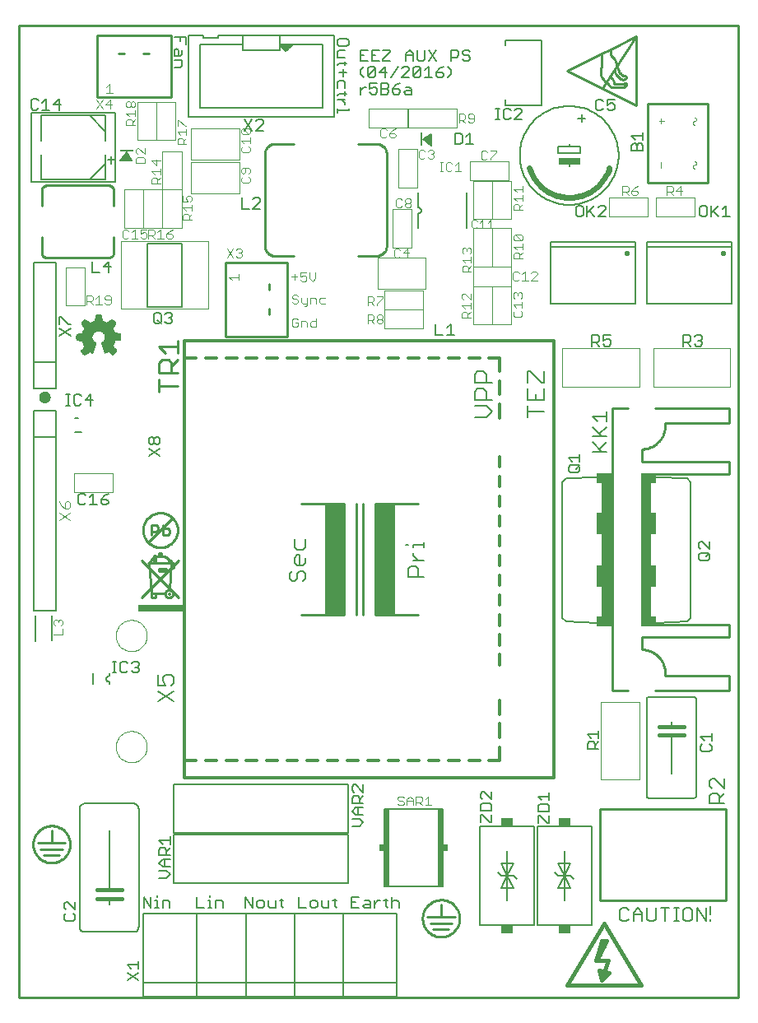
<source format=gto>
G75*
G70*
%OFA0B0*%
%FSLAX24Y24*%
%IPPOS*%
%LPD*%
%AMOC8*
5,1,8,0,0,1.08239X$1,22.5*
%
%ADD10C,0.0160*%
%ADD11C,0.0060*%
%ADD12C,0.0100*%
%ADD13C,0.0040*%
%ADD14R,0.0149X0.0001*%
%ADD15R,0.0004X0.0001*%
%ADD16R,0.0010X0.0001*%
%ADD17R,0.0017X0.0001*%
%ADD18R,0.0023X0.0001*%
%ADD19R,0.0029X0.0001*%
%ADD20R,0.0034X0.0001*%
%ADD21R,0.0040X0.0001*%
%ADD22R,0.0043X0.0002*%
%ADD23R,0.0047X0.0001*%
%ADD24R,0.0050X0.0001*%
%ADD25R,0.0054X0.0001*%
%ADD26R,0.0059X0.0001*%
%ADD27R,0.0064X0.0001*%
%ADD28R,0.0015X0.0001*%
%ADD29R,0.0067X0.0001*%
%ADD30R,0.0020X0.0001*%
%ADD31R,0.0070X0.0001*%
%ADD32R,0.0024X0.0001*%
%ADD33R,0.0074X0.0001*%
%ADD34R,0.0027X0.0001*%
%ADD35R,0.0076X0.0001*%
%ADD36R,0.0030X0.0001*%
%ADD37R,0.0081X0.0002*%
%ADD38R,0.0036X0.0002*%
%ADD39R,0.0086X0.0001*%
%ADD40R,0.0044X0.0001*%
%ADD41R,0.0091X0.0001*%
%ADD42R,0.0046X0.0001*%
%ADD43R,0.0094X0.0001*%
%ADD44R,0.0096X0.0001*%
%ADD45R,0.0053X0.0001*%
%ADD46R,0.0099X0.0001*%
%ADD47R,0.0056X0.0001*%
%ADD48R,0.0104X0.0001*%
%ADD49R,0.0060X0.0001*%
%ADD50R,0.0108X0.0001*%
%ADD51R,0.0112X0.0001*%
%ADD52R,0.0117X0.0001*%
%ADD53R,0.0072X0.0001*%
%ADD54R,0.0120X0.0002*%
%ADD55R,0.0075X0.0002*%
%ADD56R,0.0123X0.0001*%
%ADD57R,0.0078X0.0001*%
%ADD58R,0.0126X0.0001*%
%ADD59R,0.0081X0.0001*%
%ADD60R,0.0131X0.0001*%
%ADD61R,0.0136X0.0001*%
%ADD62R,0.0090X0.0001*%
%ADD63R,0.0139X0.0001*%
%ADD64R,0.0144X0.0001*%
%ADD65R,0.0147X0.0001*%
%ADD66R,0.0101X0.0001*%
%ADD67R,0.0150X0.0001*%
%ADD68R,0.0102X0.0001*%
%ADD69R,0.0153X0.0001*%
%ADD70R,0.0106X0.0001*%
%ADD71R,0.0158X0.0002*%
%ADD72R,0.0109X0.0002*%
%ADD73R,0.0164X0.0001*%
%ADD74R,0.0115X0.0001*%
%ADD75R,0.0168X0.0001*%
%ADD76R,0.0120X0.0001*%
%ADD77R,0.0171X0.0001*%
%ADD78R,0.0123X0.0001*%
%ADD79R,0.0172X0.0001*%
%ADD80R,0.0125X0.0001*%
%ADD81R,0.0175X0.0001*%
%ADD82R,0.0128X0.0001*%
%ADD83R,0.0180X0.0001*%
%ADD84R,0.0132X0.0001*%
%ADD85R,0.0186X0.0001*%
%ADD86R,0.0191X0.0001*%
%ADD87R,0.0141X0.0001*%
%ADD88R,0.0194X0.0001*%
%ADD89R,0.0145X0.0001*%
%ADD90R,0.0196X0.0002*%
%ADD91R,0.0149X0.0002*%
%ADD92R,0.0199X0.0001*%
%ADD93R,0.0151X0.0001*%
%ADD94R,0.0204X0.0001*%
%ADD95R,0.0153X0.0001*%
%ADD96R,0.0207X0.0001*%
%ADD97R,0.0158X0.0001*%
%ADD98R,0.0211X0.0001*%
%ADD99R,0.0162X0.0001*%
%ADD100R,0.0216X0.0001*%
%ADD101R,0.0166X0.0001*%
%ADD102R,0.0219X0.0001*%
%ADD103R,0.0007X0.0001*%
%ADD104R,0.0169X0.0001*%
%ADD105R,0.0222X0.0001*%
%ADD106R,0.0011X0.0001*%
%ADD107R,0.0224X0.0001*%
%ADD108R,0.0014X0.0001*%
%ADD109R,0.0176X0.0001*%
%ADD110R,0.0228X0.0001*%
%ADD111R,0.0018X0.0001*%
%ADD112R,0.0179X0.0001*%
%ADD113R,0.0234X0.0002*%
%ADD114R,0.0024X0.0002*%
%ADD115R,0.0183X0.0002*%
%ADD116R,0.0239X0.0001*%
%ADD117R,0.0189X0.0001*%
%ADD118R,0.0241X0.0001*%
%ADD119R,0.0033X0.0001*%
%ADD120R,0.0012X0.0001*%
%ADD121R,0.0192X0.0001*%
%ADD122R,0.0243X0.0001*%
%ADD123R,0.0038X0.0001*%
%ADD124R,0.0246X0.0001*%
%ADD125R,0.0041X0.0001*%
%ADD126R,0.0019X0.0001*%
%ADD127R,0.0196X0.0001*%
%ADD128R,0.0250X0.0001*%
%ADD129R,0.0021X0.0001*%
%ADD130R,0.0201X0.0001*%
%ADD131R,0.0254X0.0001*%
%ADD132R,0.0048X0.0001*%
%ADD133R,0.0258X0.0001*%
%ADD134R,0.0054X0.0001*%
%ADD135R,0.0209X0.0001*%
%ADD136R,0.0263X0.0001*%
%ADD137R,0.0213X0.0001*%
%ADD138R,0.0267X0.0001*%
%ADD139R,0.0063X0.0001*%
%ADD140R,0.0270X0.0002*%
%ADD141R,0.0066X0.0002*%
%ADD142R,0.0045X0.0002*%
%ADD143R,0.0219X0.0002*%
%ADD144R,0.0271X0.0001*%
%ADD145R,0.0220X0.0001*%
%ADD146R,0.0274X0.0001*%
%ADD147R,0.0051X0.0001*%
%ADD148R,0.0223X0.0001*%
%ADD149R,0.0278X0.0001*%
%ADD150R,0.0282X0.0001*%
%ADD151R,0.0231X0.0001*%
%ADD152R,0.0288X0.0001*%
%ADD153R,0.0085X0.0001*%
%ADD154R,0.0236X0.0001*%
%ADD155R,0.0289X0.0001*%
%ADD156R,0.0087X0.0001*%
%ADD157R,0.0066X0.0001*%
%ADD158R,0.0292X0.0001*%
%ADD159R,0.0069X0.0001*%
%ADD160R,0.0297X0.0001*%
%ADD161R,0.0300X0.0001*%
%ADD162R,0.0075X0.0001*%
%ADD163R,0.0305X0.0002*%
%ADD164R,0.0101X0.0002*%
%ADD165R,0.0078X0.0002*%
%ADD166R,0.0251X0.0002*%
%ADD167R,0.0309X0.0001*%
%ADD168R,0.0105X0.0001*%
%ADD169R,0.0083X0.0001*%
%ADD170R,0.0255X0.0001*%
%ADD171R,0.0314X0.0001*%
%ADD172R,0.0110X0.0001*%
%ADD173R,0.0087X0.0001*%
%ADD174R,0.0316X0.0001*%
%ADD175R,0.0113X0.0001*%
%ADD176R,0.0262X0.0001*%
%ADD177R,0.0319X0.0001*%
%ADD178R,0.0114X0.0001*%
%ADD179R,0.0093X0.0001*%
%ADD180R,0.0266X0.0001*%
%ADD181R,0.0321X0.0001*%
%ADD182R,0.0096X0.0001*%
%ADD183R,0.0324X0.0001*%
%ADD184R,0.0270X0.0001*%
%ADD185R,0.0329X0.0001*%
%ADD186R,0.0124X0.0001*%
%ADD187R,0.0275X0.0001*%
%ADD188R,0.0333X0.0001*%
%ADD189R,0.0279X0.0001*%
%ADD190R,0.0336X0.0001*%
%ADD191R,0.0111X0.0001*%
%ADD192R,0.0284X0.0001*%
%ADD193R,0.0339X0.0002*%
%ADD194R,0.0134X0.0002*%
%ADD195R,0.0114X0.0002*%
%ADD196R,0.0286X0.0002*%
%ADD197R,0.0342X0.0001*%
%ADD198R,0.0116X0.0001*%
%ADD199R,0.0491X0.0001*%
%ADD200R,0.0492X0.0001*%
%ADD201R,0.0294X0.0001*%
%ADD202R,0.0495X0.0001*%
%ADD203R,0.0299X0.0001*%
%ADD204R,0.0496X0.0001*%
%ADD205R,0.0127X0.0001*%
%ADD206R,0.0301X0.0001*%
%ADD207R,0.0498X0.0001*%
%ADD208R,0.0304X0.0001*%
%ADD209R,0.0501X0.0001*%
%ADD210R,0.0134X0.0001*%
%ADD211R,0.0308X0.0001*%
%ADD212R,0.0135X0.0001*%
%ADD213R,0.0311X0.0001*%
%ADD214R,0.0504X0.0001*%
%ADD215R,0.0138X0.0001*%
%ADD216R,0.0504X0.0002*%
%ADD217R,0.0141X0.0002*%
%ADD218R,0.0318X0.0002*%
%ADD219R,0.0507X0.0001*%
%ADD220R,0.0323X0.0001*%
%ADD221R,0.0326X0.0001*%
%ADD222R,0.0508X0.0001*%
%ADD223R,0.0152X0.0001*%
%ADD224R,0.0330X0.0001*%
%ADD225R,0.0510X0.0001*%
%ADD226R,0.0494X0.0001*%
%ADD227R,0.0512X0.0001*%
%ADD228R,0.0500X0.0001*%
%ADD229R,0.0513X0.0001*%
%ADD230R,0.0501X0.0001*%
%ADD231R,0.0513X0.0002*%
%ADD232R,0.0501X0.0002*%
%ADD233R,0.0503X0.0001*%
%ADD234R,0.0504X0.0001*%
%ADD235R,0.0506X0.0001*%
%ADD236R,0.0513X0.0001*%
%ADD237R,0.0509X0.0001*%
%ADD238R,0.0511X0.0001*%
%ADD239R,0.0514X0.0001*%
%ADD240R,0.0516X0.0001*%
%ADD241R,0.0513X0.0002*%
%ADD242R,0.0519X0.0002*%
%ADD243R,0.0519X0.0001*%
%ADD244R,0.0520X0.0001*%
%ADD245R,0.0522X0.0001*%
%ADD246R,0.0507X0.0001*%
%ADD247R,0.0509X0.0002*%
%ADD248R,0.0520X0.0002*%
%ADD249R,0.0522X0.0001*%
%ADD250R,0.0505X0.0001*%
%ADD251R,0.0502X0.0001*%
%ADD252R,0.0521X0.0001*%
%ADD253R,0.0503X0.0002*%
%ADD254R,0.0519X0.0002*%
%ADD255R,0.0519X0.0001*%
%ADD256R,0.0499X0.0001*%
%ADD257R,0.0517X0.0001*%
%ADD258R,0.0495X0.0002*%
%ADD259R,0.0514X0.0002*%
%ADD260R,0.0515X0.0001*%
%ADD261R,0.0492X0.0001*%
%ADD262R,0.0490X0.0001*%
%ADD263R,0.0490X0.0002*%
%ADD264R,0.0511X0.0002*%
%ADD265R,0.0489X0.0001*%
%ADD266R,0.0489X0.0001*%
%ADD267R,0.0488X0.0001*%
%ADD268R,0.0485X0.0001*%
%ADD269R,0.0483X0.0001*%
%ADD270R,0.0483X0.0002*%
%ADD271R,0.0507X0.0002*%
%ADD272R,0.0483X0.0001*%
%ADD273R,0.0481X0.0001*%
%ADD274R,0.0480X0.0001*%
%ADD275R,0.0480X0.0002*%
%ADD276R,0.0501X0.0002*%
%ADD277R,0.0479X0.0001*%
%ADD278R,0.0477X0.0001*%
%ADD279R,0.0477X0.0001*%
%ADD280R,0.0475X0.0001*%
%ADD281R,0.0474X0.0001*%
%ADD282R,0.0472X0.0001*%
%ADD283R,0.0472X0.0002*%
%ADD284R,0.0498X0.0002*%
%ADD285R,0.0471X0.0001*%
%ADD286R,0.0473X0.0001*%
%ADD287R,0.0471X0.0001*%
%ADD288R,0.0470X0.0001*%
%ADD289R,0.0468X0.0001*%
%ADD290R,0.0469X0.0001*%
%ADD291R,0.0468X0.0002*%
%ADD292R,0.0491X0.0002*%
%ADD293R,0.0466X0.0001*%
%ADD294R,0.0465X0.0001*%
%ADD295R,0.0464X0.0001*%
%ADD296R,0.0462X0.0001*%
%ADD297R,0.0462X0.0002*%
%ADD298R,0.0489X0.0002*%
%ADD299R,0.0461X0.0001*%
%ADD300R,0.0460X0.0001*%
%ADD301R,0.0459X0.0001*%
%ADD302R,0.0484X0.0001*%
%ADD303R,0.0457X0.0001*%
%ADD304R,0.0459X0.0001*%
%ADD305R,0.0458X0.0002*%
%ADD306R,0.0484X0.0002*%
%ADD307R,0.0456X0.0001*%
%ADD308R,0.0455X0.0001*%
%ADD309R,0.0453X0.0001*%
%ADD310R,0.0451X0.0001*%
%ADD311R,0.0453X0.0001*%
%ADD312R,0.0450X0.0001*%
%ADD313R,0.0451X0.0002*%
%ADD314R,0.0478X0.0001*%
%ADD315R,0.0449X0.0001*%
%ADD316R,0.0476X0.0001*%
%ADD317R,0.0447X0.0001*%
%ADD318R,0.0474X0.0001*%
%ADD319R,0.0449X0.0002*%
%ADD320R,0.0476X0.0002*%
%ADD321R,0.0454X0.0001*%
%ADD322R,0.0469X0.0002*%
%ADD323R,0.0468X0.0001*%
%ADD324R,0.0467X0.0001*%
%ADD325R,0.0473X0.0002*%
%ADD326R,0.0468X0.0002*%
%ADD327R,0.0486X0.0002*%
%ADD328R,0.0474X0.0002*%
%ADD329R,0.0487X0.0001*%
%ADD330R,0.0497X0.0001*%
%ADD331R,0.0486X0.0001*%
%ADD332R,0.0500X0.0002*%
%ADD333R,0.0487X0.0002*%
%ADD334R,0.0498X0.0001*%
%ADD335R,0.0524X0.0002*%
%ADD336R,0.0524X0.0001*%
%ADD337R,0.0525X0.0001*%
%ADD338R,0.0528X0.0001*%
%ADD339R,0.0529X0.0001*%
%ADD340R,0.0533X0.0001*%
%ADD341R,0.0534X0.0001*%
%ADD342R,0.0523X0.0001*%
%ADD343R,0.0536X0.0001*%
%ADD344R,0.0537X0.0002*%
%ADD345R,0.0527X0.0002*%
%ADD346R,0.0537X0.0001*%
%ADD347R,0.0528X0.0001*%
%ADD348R,0.0539X0.0001*%
%ADD349R,0.0530X0.0001*%
%ADD350R,0.0540X0.0001*%
%ADD351R,0.0541X0.0001*%
%ADD352R,0.0531X0.0001*%
%ADD353R,0.0543X0.0001*%
%ADD354R,0.0544X0.0001*%
%ADD355R,0.0546X0.0002*%
%ADD356R,0.0536X0.0002*%
%ADD357R,0.0547X0.0001*%
%ADD358R,0.0551X0.0001*%
%ADD359R,0.0552X0.0001*%
%ADD360R,0.0554X0.0001*%
%ADD361R,0.0555X0.0001*%
%ADD362R,0.0555X0.0002*%
%ADD363R,0.0547X0.0002*%
%ADD364R,0.0549X0.0001*%
%ADD365R,0.0548X0.0001*%
%ADD366R,0.0538X0.0001*%
%ADD367R,0.0537X0.0001*%
%ADD368R,0.0533X0.0002*%
%ADD369R,0.0531X0.0001*%
%ADD370R,0.0526X0.0001*%
%ADD371R,0.0518X0.0001*%
%ADD372R,0.0498X0.0002*%
%ADD373R,0.0496X0.0002*%
%ADD374R,0.0486X0.0001*%
%ADD375R,0.0485X0.0002*%
%ADD376R,0.0482X0.0001*%
%ADD377R,0.0477X0.0002*%
%ADD378R,0.0530X0.0002*%
%ADD379R,0.0464X0.0002*%
%ADD380R,0.0561X0.0001*%
%ADD381R,0.0570X0.0001*%
%ADD382R,0.0576X0.0001*%
%ADD383R,0.0581X0.0001*%
%ADD384R,0.0585X0.0001*%
%ADD385R,0.0589X0.0001*%
%ADD386R,0.0600X0.0002*%
%ADD387R,0.0614X0.0001*%
%ADD388R,0.0623X0.0001*%
%ADD389R,0.0630X0.0001*%
%ADD390R,0.0633X0.0001*%
%ADD391R,0.0638X0.0001*%
%ADD392R,0.0645X0.0001*%
%ADD393R,0.0657X0.0001*%
%ADD394R,0.0556X0.0001*%
%ADD395R,0.0669X0.0001*%
%ADD396R,0.0674X0.0001*%
%ADD397R,0.0579X0.0001*%
%ADD398R,0.0676X0.0002*%
%ADD399R,0.0585X0.0002*%
%ADD400R,0.0678X0.0001*%
%ADD401R,0.0590X0.0001*%
%ADD402R,0.0679X0.0001*%
%ADD403R,0.0596X0.0001*%
%ADD404R,0.0681X0.0001*%
%ADD405R,0.0606X0.0001*%
%ADD406R,0.0620X0.0001*%
%ADD407R,0.0682X0.0001*%
%ADD408R,0.0633X0.0001*%
%ADD409R,0.0684X0.0001*%
%ADD410R,0.0639X0.0001*%
%ADD411R,0.0649X0.0001*%
%ADD412R,0.0684X0.0001*%
%ADD413R,0.0655X0.0001*%
%ADD414R,0.0683X0.0002*%
%ADD415R,0.0664X0.0002*%
%ADD416R,0.0683X0.0001*%
%ADD417R,0.0670X0.0001*%
%ADD418R,0.0671X0.0001*%
%ADD419R,0.0681X0.0001*%
%ADD420R,0.0672X0.0001*%
%ADD421R,0.0680X0.0001*%
%ADD422R,0.0675X0.0001*%
%ADD423R,0.0676X0.0001*%
%ADD424R,0.0680X0.0002*%
%ADD425R,0.0678X0.0002*%
%ADD426R,0.0678X0.0001*%
%ADD427R,0.0675X0.0002*%
%ADD428R,0.0672X0.0002*%
%ADD429R,0.0672X0.0001*%
%ADD430R,0.0671X0.0002*%
%ADD431R,0.0670X0.0002*%
%ADD432R,0.0669X0.0001*%
%ADD433R,0.0667X0.0001*%
%ADD434R,0.0669X0.0002*%
%ADD435R,0.0667X0.0002*%
%ADD436R,0.0668X0.0001*%
%ADD437R,0.0666X0.0001*%
%ADD438R,0.0668X0.0002*%
%ADD439R,0.0666X0.0002*%
%ADD440R,0.0666X0.0001*%
%ADD441R,0.0664X0.0001*%
%ADD442R,0.0663X0.0001*%
%ADD443R,0.0666X0.0002*%
%ADD444R,0.0663X0.0002*%
%ADD445R,0.0665X0.0001*%
%ADD446R,0.0674X0.0002*%
%ADD447R,0.0677X0.0001*%
%ADD448R,0.0678X0.0002*%
%ADD449R,0.0682X0.0002*%
%ADD450R,0.0686X0.0001*%
%ADD451R,0.0686X0.0002*%
%ADD452R,0.0687X0.0001*%
%ADD453R,0.0689X0.0001*%
%ADD454R,0.0653X0.0001*%
%ADD455R,0.0641X0.0001*%
%ADD456R,0.0626X0.0001*%
%ADD457R,0.0616X0.0001*%
%ADD458R,0.0687X0.0001*%
%ADD459R,0.0612X0.0001*%
%ADD460R,0.0688X0.0001*%
%ADD461R,0.0606X0.0001*%
%ADD462R,0.0601X0.0001*%
%ADD463R,0.0591X0.0002*%
%ADD464R,0.0567X0.0001*%
%ADD465R,0.0560X0.0001*%
%ADD466R,0.0659X0.0001*%
%ADD467R,0.0516X0.0001*%
%ADD468R,0.0639X0.0001*%
%ADD469R,0.0502X0.0002*%
%ADD470R,0.0633X0.0002*%
%ADD471R,0.0608X0.0001*%
%ADD472R,0.0582X0.0001*%
%ADD473R,0.0577X0.0001*%
%ADD474R,0.0569X0.0002*%
%ADD475R,0.0546X0.0001*%
%ADD476R,0.0486X0.0002*%
%ADD477R,0.0493X0.0001*%
%ADD478R,0.0516X0.0002*%
%ADD479R,0.0532X0.0001*%
%ADD480R,0.0534X0.0002*%
%ADD481R,0.0535X0.0002*%
%ADD482R,0.0543X0.0001*%
%ADD483R,0.0553X0.0001*%
%ADD484R,0.0559X0.0001*%
%ADD485R,0.0564X0.0001*%
%ADD486R,0.0564X0.0001*%
%ADD487R,0.0567X0.0001*%
%ADD488R,0.0569X0.0001*%
%ADD489R,0.0570X0.0002*%
%ADD490R,0.0571X0.0002*%
%ADD491R,0.0571X0.0001*%
%ADD492R,0.0573X0.0001*%
%ADD493R,0.0574X0.0001*%
%ADD494R,0.0576X0.0001*%
%ADD495R,0.0600X0.0001*%
%ADD496R,0.0611X0.0001*%
%ADD497R,0.0618X0.0001*%
%ADD498R,0.0621X0.0001*%
%ADD499R,0.1269X0.0001*%
%ADD500R,0.1267X0.0001*%
%ADD501R,0.1266X0.0001*%
%ADD502R,0.1266X0.0002*%
%ADD503R,0.1264X0.0001*%
%ADD504R,0.1261X0.0001*%
%ADD505R,0.1260X0.0001*%
%ADD506R,0.1259X0.0001*%
%ADD507R,0.1256X0.0001*%
%ADD508R,0.1254X0.0001*%
%ADD509R,0.1253X0.0001*%
%ADD510R,0.1251X0.0001*%
%ADD511R,0.1251X0.0002*%
%ADD512R,0.1248X0.0001*%
%ADD513R,0.1245X0.0001*%
%ADD514R,0.1244X0.0001*%
%ADD515R,0.1242X0.0001*%
%ADD516R,0.1239X0.0001*%
%ADD517R,0.1237X0.0001*%
%ADD518R,0.1236X0.0002*%
%ADD519R,0.1233X0.0001*%
%ADD520R,0.1230X0.0001*%
%ADD521R,0.1229X0.0001*%
%ADD522R,0.1227X0.0001*%
%ADD523R,0.1226X0.0001*%
%ADD524R,0.1224X0.0001*%
%ADD525R,0.1223X0.0002*%
%ADD526R,0.1219X0.0001*%
%ADD527R,0.1216X0.0001*%
%ADD528R,0.1215X0.0001*%
%ADD529R,0.1214X0.0001*%
%ADD530R,0.1212X0.0001*%
%ADD531R,0.1209X0.0001*%
%ADD532R,0.1207X0.0002*%
%ADD533R,0.1206X0.0001*%
%ADD534R,0.1204X0.0001*%
%ADD535R,0.1201X0.0001*%
%ADD536R,0.1200X0.0001*%
%ADD537R,0.1199X0.0001*%
%ADD538R,0.1196X0.0001*%
%ADD539R,0.1194X0.0001*%
%ADD540R,0.1193X0.0001*%
%ADD541R,0.1191X0.0001*%
%ADD542R,0.1191X0.0002*%
%ADD543R,0.1188X0.0001*%
%ADD544R,0.1185X0.0001*%
%ADD545R,0.1184X0.0001*%
%ADD546R,0.1181X0.0001*%
%ADD547R,0.1177X0.0001*%
%ADD548R,0.1176X0.0001*%
%ADD549R,0.1174X0.0001*%
%ADD550R,0.1173X0.0001*%
%ADD551R,0.1170X0.0002*%
%ADD552R,0.1170X0.0001*%
%ADD553R,0.1169X0.0001*%
%ADD554R,0.1166X0.0001*%
%ADD555R,0.1164X0.0001*%
%ADD556R,0.1163X0.0001*%
%ADD557R,0.1163X0.0002*%
%ADD558R,0.1167X0.0001*%
%ADD559R,0.1171X0.0001*%
%ADD560R,0.1179X0.0001*%
%ADD561R,0.1182X0.0001*%
%ADD562R,0.1182X0.0002*%
%ADD563R,0.1188X0.0001*%
%ADD564R,0.1190X0.0001*%
%ADD565R,0.1197X0.0001*%
%ADD566R,0.1204X0.0002*%
%ADD567R,0.1207X0.0001*%
%ADD568R,0.1210X0.0001*%
%ADD569R,0.1213X0.0001*%
%ADD570R,0.1217X0.0001*%
%ADD571R,0.1218X0.0001*%
%ADD572R,0.1220X0.0001*%
%ADD573R,0.1221X0.0001*%
%ADD574R,0.1223X0.0001*%
%ADD575R,0.1226X0.0002*%
%ADD576R,0.1236X0.0001*%
%ADD577R,0.1239X0.0001*%
%ADD578R,0.1240X0.0001*%
%ADD579R,0.1243X0.0001*%
%ADD580R,0.1248X0.0002*%
%ADD581R,0.1248X0.0001*%
%ADD582R,0.1251X0.0001*%
%ADD583R,0.1257X0.0001*%
%ADD584R,0.1263X0.0001*%
%ADD585R,0.1267X0.0002*%
%ADD586R,0.1270X0.0001*%
%ADD587R,0.1274X0.0001*%
%ADD588R,0.1275X0.0001*%
%ADD589R,0.1278X0.0001*%
%ADD590R,0.1280X0.0001*%
%ADD591R,0.1281X0.0001*%
%ADD592R,0.1284X0.0001*%
%ADD593R,0.1286X0.0001*%
%ADD594R,0.1289X0.0001*%
%ADD595R,0.1290X0.0002*%
%ADD596R,0.1291X0.0001*%
%ADD597R,0.1294X0.0001*%
%ADD598R,0.1296X0.0001*%
%ADD599R,0.1299X0.0001*%
%ADD600R,0.1300X0.0001*%
%ADD601R,0.1302X0.0001*%
%ADD602R,0.1304X0.0001*%
%ADD603R,0.1306X0.0001*%
%ADD604R,0.1308X0.0001*%
%ADD605R,0.1311X0.0002*%
%ADD606R,0.1313X0.0001*%
%ADD607R,0.1316X0.0001*%
%ADD608R,0.1317X0.0001*%
%ADD609R,0.1320X0.0001*%
%ADD610R,0.1323X0.0001*%
%ADD611R,0.1326X0.0001*%
%ADD612R,0.1329X0.0001*%
%ADD613R,0.1332X0.0002*%
%ADD614R,0.1335X0.0001*%
%ADD615R,0.1336X0.0001*%
%ADD616R,0.1340X0.0001*%
%ADD617R,0.1343X0.0001*%
%ADD618R,0.1346X0.0001*%
%ADD619R,0.1347X0.0001*%
%ADD620R,0.1350X0.0001*%
%ADD621R,0.1353X0.0002*%
%ADD622R,0.1356X0.0001*%
%ADD623R,0.1357X0.0001*%
%ADD624R,0.1360X0.0001*%
%ADD625R,0.1364X0.0001*%
%ADD626R,0.1365X0.0001*%
%ADD627R,0.1368X0.0001*%
%ADD628R,0.1369X0.0001*%
%ADD629R,0.1373X0.0001*%
%ADD630R,0.1374X0.0002*%
%ADD631R,0.1377X0.0001*%
%ADD632R,0.1379X0.0001*%
%ADD633R,0.1380X0.0001*%
%ADD634R,0.1383X0.0001*%
%ADD635R,0.1386X0.0001*%
%ADD636R,0.1387X0.0001*%
%ADD637R,0.1391X0.0001*%
%ADD638R,0.1394X0.0001*%
%ADD639R,0.1395X0.0002*%
%ADD640R,0.1398X0.0001*%
%ADD641R,0.1401X0.0001*%
%ADD642R,0.1403X0.0001*%
%ADD643R,0.1406X0.0001*%
%ADD644R,0.1407X0.0001*%
%ADD645R,0.1409X0.0001*%
%ADD646R,0.1411X0.0001*%
%ADD647R,0.1414X0.0001*%
%ADD648R,0.1416X0.0002*%
%ADD649R,0.1419X0.0001*%
%ADD650R,0.1421X0.0001*%
%ADD651R,0.1422X0.0001*%
%ADD652R,0.1424X0.0001*%
%ADD653R,0.1426X0.0001*%
%ADD654R,0.1428X0.0001*%
%ADD655R,0.1429X0.0002*%
%ADD656R,0.1429X0.0001*%
%ADD657R,0.1425X0.0001*%
%ADD658R,0.1421X0.0002*%
%ADD659R,0.1418X0.0001*%
%ADD660R,0.1416X0.0001*%
%ADD661R,0.1413X0.0001*%
%ADD662R,0.1410X0.0001*%
%ADD663R,0.1404X0.0001*%
%ADD664R,0.1401X0.0001*%
%ADD665R,0.0346X0.0001*%
%ADD666R,0.1044X0.0001*%
%ADD667R,0.0342X0.0002*%
%ADD668R,0.1040X0.0002*%
%ADD669R,0.0337X0.0001*%
%ADD670R,0.1034X0.0001*%
%ADD671R,0.0357X0.0001*%
%ADD672R,0.0660X0.0001*%
%ADD673R,0.0353X0.0001*%
%ADD674R,0.0327X0.0001*%
%ADD675R,0.0349X0.0001*%
%ADD676R,0.0321X0.0001*%
%ADD677R,0.0648X0.0001*%
%ADD678R,0.0344X0.0001*%
%ADD679R,0.0317X0.0001*%
%ADD680R,0.0339X0.0001*%
%ADD681R,0.0312X0.0001*%
%ADD682R,0.0631X0.0001*%
%ADD683R,0.0334X0.0001*%
%ADD684R,0.0309X0.0001*%
%ADD685R,0.0307X0.0002*%
%ADD686R,0.0623X0.0002*%
%ADD687R,0.0327X0.0002*%
%ADD688R,0.0618X0.0001*%
%ADD689R,0.0297X0.0001*%
%ADD690R,0.0607X0.0001*%
%ADD691R,0.0320X0.0001*%
%ADD692R,0.0293X0.0001*%
%ADD693R,0.0599X0.0001*%
%ADD694R,0.0313X0.0001*%
%ADD695R,0.0285X0.0001*%
%ADD696R,0.0584X0.0001*%
%ADD697R,0.0303X0.0001*%
%ADD698R,0.0281X0.0001*%
%ADD699R,0.0273X0.0002*%
%ADD700R,0.0563X0.0002*%
%ADD701R,0.0293X0.0002*%
%ADD702R,0.0264X0.0001*%
%ADD703R,0.0259X0.0001*%
%ADD704R,0.0256X0.0001*%
%ADD705R,0.0276X0.0001*%
%ADD706R,0.0252X0.0001*%
%ADD707R,0.0273X0.0001*%
%ADD708R,0.0248X0.0001*%
%ADD709R,0.0269X0.0001*%
%ADD710R,0.0245X0.0001*%
%ADD711R,0.0240X0.0001*%
%ADD712R,0.0237X0.0002*%
%ADD713R,0.0256X0.0002*%
%ADD714R,0.0234X0.0001*%
%ADD715R,0.0232X0.0001*%
%ADD716R,0.0251X0.0001*%
%ADD717R,0.0228X0.0001*%
%ADD718R,0.0246X0.0001*%
%ADD719R,0.0456X0.0001*%
%ADD720R,0.0219X0.0001*%
%ADD721R,0.0444X0.0001*%
%ADD722R,0.0237X0.0001*%
%ADD723R,0.0214X0.0001*%
%ADD724R,0.0436X0.0001*%
%ADD725R,0.0432X0.0001*%
%ADD726R,0.0231X0.0001*%
%ADD727R,0.0210X0.0001*%
%ADD728R,0.0426X0.0001*%
%ADD729R,0.0420X0.0001*%
%ADD730R,0.0226X0.0001*%
%ADD731R,0.0204X0.0002*%
%ADD732R,0.0409X0.0002*%
%ADD733R,0.0222X0.0002*%
%ADD734R,0.0391X0.0001*%
%ADD735R,0.0217X0.0001*%
%ADD736R,0.0376X0.0001*%
%ADD737R,0.0368X0.0001*%
%ADD738R,0.0189X0.0001*%
%ADD739R,0.0361X0.0001*%
%ADD740R,0.0206X0.0001*%
%ADD741R,0.0186X0.0001*%
%ADD742R,0.0356X0.0001*%
%ADD743R,0.0181X0.0001*%
%ADD744R,0.0345X0.0001*%
%ADD745R,0.0173X0.0001*%
%ADD746R,0.0331X0.0001*%
%ADD747R,0.0190X0.0001*%
%ADD748R,0.0168X0.0001*%
%ADD749R,0.0165X0.0002*%
%ADD750R,0.0162X0.0001*%
%ADD751R,0.0159X0.0001*%
%ADD752R,0.0177X0.0001*%
%ADD753R,0.0156X0.0001*%
%ADD754R,0.0324X0.0001*%
%ADD755R,0.0174X0.0001*%
%ADD756R,0.0167X0.0001*%
%ADD757R,0.0146X0.0001*%
%ADD758R,0.0163X0.0001*%
%ADD759R,0.0141X0.0001*%
%ADD760R,0.0140X0.0001*%
%ADD761R,0.0137X0.0001*%
%ADD762R,0.0133X0.0001*%
%ADD763R,0.0129X0.0002*%
%ADD764R,0.0321X0.0002*%
%ADD765R,0.0146X0.0002*%
%ADD766R,0.0119X0.0001*%
%ADD767R,0.0129X0.0001*%
%ADD768R,0.0111X0.0001*%
%ADD769R,0.0126X0.0001*%
%ADD770R,0.0318X0.0001*%
%ADD771R,0.0097X0.0001*%
%ADD772R,0.0315X0.0001*%
%ADD773R,0.0089X0.0002*%
%ADD774R,0.0315X0.0002*%
%ADD775R,0.0105X0.0002*%
%ADD776R,0.0079X0.0001*%
%ADD777R,0.0089X0.0001*%
%ADD778R,0.0069X0.0001*%
%ADD779R,0.0084X0.0001*%
%ADD780R,0.0057X0.0001*%
%ADD781R,0.0052X0.0002*%
%ADD782R,0.0311X0.0002*%
%ADD783R,0.0066X0.0002*%
%ADD784R,0.0061X0.0001*%
%ADD785R,0.0042X0.0001*%
%ADD786R,0.0055X0.0001*%
%ADD787R,0.0039X0.0001*%
%ADD788R,0.0052X0.0001*%
%ADD789R,0.0036X0.0001*%
%ADD790R,0.0049X0.0001*%
%ADD791R,0.0307X0.0001*%
%ADD792R,0.0045X0.0001*%
%ADD793R,0.0022X0.0001*%
%ADD794R,0.0035X0.0001*%
%ADD795R,0.0025X0.0002*%
%ADD796R,0.0306X0.0001*%
%ADD797R,0.0018X0.0001*%
%ADD798R,0.0008X0.0001*%
%ADD799R,0.0300X0.0002*%
%ADD800R,0.0296X0.0001*%
%ADD801R,0.0294X0.0002*%
%ADD802R,0.0294X0.0001*%
%ADD803R,0.0291X0.0001*%
%ADD804R,0.0291X0.0002*%
%ADD805R,0.0286X0.0001*%
%ADD806R,0.0281X0.0002*%
%ADD807R,0.0277X0.0001*%
%ADD808R,0.0276X0.0001*%
%ADD809R,0.0266X0.0002*%
%ADD810R,0.0264X0.0001*%
%ADD811R,0.0261X0.0001*%
%ADD812R,0.0259X0.0002*%
%ADD813R,0.0254X0.0002*%
%ADD814R,0.0248X0.0002*%
%ADD815R,0.0218X0.0002*%
%ADD816R,0.0157X0.0001*%
%ADD817C,0.0050*%
%ADD818C,0.0070*%
%ADD819C,0.0090*%
%ADD820R,0.0900X0.0250*%
%ADD821C,0.0240*%
%ADD822C,0.0020*%
%ADD823R,0.0079X0.0551*%
%ADD824C,0.0030*%
%ADD825R,0.0500X0.0350*%
%ADD826R,0.0400X0.6200*%
%ADD827R,0.0200X0.0400*%
%ADD828R,0.0200X0.0850*%
%ADD829C,0.0217*%
%ADD830R,0.0197X0.3150*%
%ADD831R,0.0225X0.0300*%
%ADD832R,0.0551X0.0079*%
%ADD833C,0.0080*%
%ADD834C,0.0000*%
%ADD835R,0.1800X0.0300*%
%ADD836C,0.0120*%
%ADD837R,0.0750X0.4500*%
D10*
X010906Y009427D02*
X011406Y009427D01*
X011906Y009427D01*
X011906Y009777D02*
X011406Y009777D01*
X010906Y009777D01*
X029965Y005927D02*
X032965Y005927D01*
X031465Y008427D01*
X029965Y005927D01*
X031303Y006378D02*
X031616Y006378D01*
X031665Y006427D02*
X031365Y006127D01*
X031265Y006527D01*
X031665Y006427D01*
X031458Y006220D02*
X031342Y006220D01*
X031365Y006177D02*
X031615Y006927D01*
X031115Y006927D01*
X031365Y007677D01*
X031345Y007646D02*
X031525Y007646D01*
X031565Y007727D02*
X031165Y006927D01*
X031365Y007727D01*
X031565Y007727D01*
X031446Y007488D02*
X031306Y007488D01*
X031266Y007329D02*
X031366Y007329D01*
X031287Y007171D02*
X031226Y007171D01*
X031208Y007012D02*
X031187Y007012D01*
X033681Y016052D02*
X034181Y016052D01*
X034681Y016052D01*
X034681Y016402D02*
X034181Y016402D01*
X033681Y016402D01*
D11*
X034181Y016402D02*
X034181Y016602D01*
X034181Y016052D02*
X034181Y014502D01*
X033181Y013602D02*
X033183Y013585D01*
X033187Y013568D01*
X033194Y013552D01*
X033204Y013538D01*
X033217Y013525D01*
X033231Y013515D01*
X033247Y013508D01*
X033264Y013504D01*
X033281Y013502D01*
X035081Y013502D01*
X035098Y013504D01*
X035115Y013508D01*
X035131Y013515D01*
X035145Y013525D01*
X035158Y013538D01*
X035168Y013552D01*
X035175Y013568D01*
X035179Y013585D01*
X035181Y013602D01*
X035181Y017502D01*
X035179Y017519D01*
X035175Y017536D01*
X035168Y017552D01*
X035158Y017566D01*
X035145Y017579D01*
X035131Y017589D01*
X035115Y017596D01*
X035098Y017600D01*
X035081Y017602D01*
X033281Y017602D01*
X033264Y017600D01*
X033247Y017596D01*
X033231Y017589D01*
X033217Y017579D01*
X033204Y017566D01*
X033194Y017552D01*
X033187Y017536D01*
X033183Y017519D01*
X033181Y017502D01*
X033181Y013602D01*
X030941Y012362D02*
X030941Y008362D01*
X028741Y008362D01*
X028741Y012362D01*
X030941Y012362D01*
X029841Y011362D02*
X029841Y009362D01*
X030216Y010237D02*
X030091Y010362D01*
X029591Y010362D01*
X029466Y010487D01*
X027910Y010237D02*
X027785Y010362D01*
X027285Y010362D01*
X027160Y010487D01*
X027535Y011362D02*
X027535Y009362D01*
X026435Y008362D02*
X026435Y012362D01*
X028635Y012362D01*
X028635Y008362D01*
X026435Y008362D01*
X023138Y009057D02*
X023138Y009277D01*
X023064Y009351D01*
X022917Y009351D01*
X022844Y009277D01*
X022684Y009351D02*
X022537Y009351D01*
X022610Y009424D02*
X022610Y009131D01*
X022684Y009057D01*
X022844Y009057D02*
X022844Y009498D01*
X022374Y009351D02*
X022300Y009351D01*
X022153Y009204D01*
X022153Y009057D02*
X022153Y009351D01*
X021987Y009277D02*
X021987Y009057D01*
X021766Y009057D01*
X021693Y009131D01*
X021766Y009204D01*
X021987Y009204D01*
X021987Y009277D02*
X021913Y009351D01*
X021766Y009351D01*
X021526Y009498D02*
X021233Y009498D01*
X021233Y009057D01*
X021526Y009057D01*
X021379Y009277D02*
X021233Y009277D01*
X020612Y009351D02*
X020465Y009351D01*
X020539Y009424D02*
X020539Y009131D01*
X020612Y009057D01*
X020298Y009057D02*
X020298Y009351D01*
X020005Y009351D02*
X020005Y009131D01*
X020078Y009057D01*
X020298Y009057D01*
X019838Y009131D02*
X019838Y009277D01*
X019765Y009351D01*
X019618Y009351D01*
X019544Y009277D01*
X019544Y009131D01*
X019618Y009057D01*
X019765Y009057D01*
X019838Y009131D01*
X019378Y009057D02*
X019084Y009057D01*
X019084Y009498D01*
X018464Y009351D02*
X018317Y009351D01*
X018390Y009424D02*
X018390Y009131D01*
X018464Y009057D01*
X018150Y009057D02*
X018150Y009351D01*
X017856Y009351D02*
X017856Y009131D01*
X017930Y009057D01*
X018150Y009057D01*
X017690Y009131D02*
X017690Y009277D01*
X017616Y009351D01*
X017469Y009351D01*
X017396Y009277D01*
X017396Y009131D01*
X017469Y009057D01*
X017616Y009057D01*
X017690Y009131D01*
X017229Y009057D02*
X017229Y009498D01*
X016936Y009498D02*
X016936Y009057D01*
X017229Y009057D02*
X016936Y009498D01*
X016020Y009277D02*
X016020Y009057D01*
X016020Y009277D02*
X015947Y009351D01*
X015726Y009351D01*
X015726Y009057D01*
X015566Y009057D02*
X015419Y009057D01*
X015493Y009057D02*
X015493Y009351D01*
X015419Y009351D01*
X015493Y009498D02*
X015493Y009571D01*
X014959Y009498D02*
X014959Y009057D01*
X015253Y009057D01*
X013871Y009057D02*
X013871Y009277D01*
X013798Y009351D01*
X013578Y009351D01*
X013578Y009057D01*
X013418Y009057D02*
X013271Y009057D01*
X013344Y009057D02*
X013344Y009351D01*
X013271Y009351D01*
X013344Y009498D02*
X013344Y009571D01*
X013104Y009498D02*
X013104Y009057D01*
X012811Y009498D01*
X012811Y009057D01*
X012606Y008277D02*
X012606Y013077D01*
X012604Y013103D01*
X012599Y013129D01*
X012591Y013154D01*
X012579Y013177D01*
X012565Y013199D01*
X012547Y013218D01*
X012528Y013236D01*
X012506Y013250D01*
X012483Y013262D01*
X012458Y013270D01*
X012432Y013275D01*
X012406Y013277D01*
X010406Y013277D01*
X010380Y013275D01*
X010354Y013270D01*
X010329Y013262D01*
X010306Y013250D01*
X010284Y013236D01*
X010265Y013218D01*
X010247Y013199D01*
X010233Y013177D01*
X010221Y013154D01*
X010213Y013129D01*
X010208Y013103D01*
X010206Y013077D01*
X010206Y008277D01*
X010208Y008251D01*
X010213Y008225D01*
X010221Y008200D01*
X010233Y008177D01*
X010247Y008155D01*
X010265Y008136D01*
X010284Y008118D01*
X010306Y008104D01*
X010329Y008092D01*
X010354Y008084D01*
X010380Y008079D01*
X010406Y008077D01*
X012406Y008077D01*
X012432Y008079D01*
X012458Y008084D01*
X012483Y008092D01*
X012506Y008104D01*
X012528Y008118D01*
X012547Y008136D01*
X012565Y008155D01*
X012579Y008177D01*
X012591Y008200D01*
X012599Y008225D01*
X012604Y008251D01*
X012606Y008277D01*
X011406Y009177D02*
X011406Y009427D01*
X011406Y009777D02*
X011406Y012177D01*
X011411Y018107D02*
X011411Y018207D01*
X011390Y018209D01*
X011370Y018214D01*
X011351Y018223D01*
X011334Y018235D01*
X011319Y018250D01*
X011307Y018267D01*
X011298Y018286D01*
X011293Y018306D01*
X011291Y018327D01*
X011293Y018348D01*
X011298Y018368D01*
X011307Y018387D01*
X011319Y018404D01*
X011334Y018419D01*
X011351Y018431D01*
X011370Y018440D01*
X011390Y018445D01*
X011411Y018447D01*
X011411Y018557D01*
X011411Y018447D02*
X011390Y018445D01*
X011370Y018440D01*
X011351Y018431D01*
X011334Y018419D01*
X011319Y018404D01*
X011307Y018387D01*
X011298Y018368D01*
X011293Y018348D01*
X011291Y018327D01*
X011293Y018306D01*
X011298Y018286D01*
X011307Y018267D01*
X011319Y018250D01*
X011334Y018235D01*
X011351Y018223D01*
X011370Y018214D01*
X011390Y018209D01*
X011411Y018207D01*
X010751Y018107D02*
X010751Y018557D01*
X010296Y028322D02*
X010016Y028322D01*
X010016Y028882D02*
X010146Y028882D01*
X010606Y038552D02*
X011256Y039202D01*
X011346Y039352D02*
X011646Y039352D01*
X011856Y039327D02*
X012106Y039652D01*
X012331Y039327D01*
X011856Y039327D01*
X011879Y039357D02*
X012310Y039357D01*
X012269Y039416D02*
X011924Y039416D01*
X011969Y039474D02*
X012229Y039474D01*
X012188Y039533D02*
X012014Y039533D01*
X012059Y039591D02*
X012148Y039591D01*
X012107Y039650D02*
X012104Y039650D01*
X011496Y039502D02*
X011496Y039202D01*
X011256Y039572D02*
X011256Y038552D01*
X008656Y038552D01*
X008656Y039572D01*
X008656Y040132D02*
X008656Y041152D01*
X011256Y041152D01*
X011256Y040502D01*
X010606Y041152D01*
X011256Y040502D02*
X011256Y040132D01*
X011656Y041252D02*
X011656Y038452D01*
X008256Y038452D01*
X008256Y041252D01*
X011656Y041252D01*
X024131Y040177D02*
X024456Y039927D01*
X024456Y040402D01*
X024131Y040177D01*
X024132Y040176D02*
X024456Y040176D01*
X024456Y040118D02*
X024208Y040118D01*
X024284Y040059D02*
X024456Y040059D01*
X024456Y040001D02*
X024360Y040001D01*
X024436Y039942D02*
X024456Y039942D01*
X024456Y040235D02*
X024214Y040235D01*
X024298Y040293D02*
X024456Y040293D01*
X024456Y040352D02*
X024383Y040352D01*
X023926Y038012D02*
X023926Y037422D01*
X023947Y037420D01*
X023967Y037415D01*
X023986Y037406D01*
X024003Y037394D01*
X024018Y037379D01*
X024030Y037362D01*
X024039Y037343D01*
X024044Y037323D01*
X024046Y037302D01*
X024044Y037281D01*
X024039Y037261D01*
X024030Y037242D01*
X024018Y037225D01*
X024003Y037210D01*
X023986Y037198D01*
X023967Y037189D01*
X023947Y037184D01*
X023926Y037182D01*
X023926Y036592D01*
X025886Y036592D02*
X025886Y038012D01*
X027451Y041557D02*
X027451Y041777D01*
X027451Y041557D02*
X028911Y041557D01*
X028911Y044197D01*
X027451Y044197D01*
X027451Y043977D01*
X030390Y041028D02*
X030690Y041028D01*
X030540Y040878D02*
X030540Y041178D01*
X030040Y039978D02*
X030040Y039878D01*
X030490Y039878D01*
X030490Y039628D01*
X029590Y039628D01*
X029590Y039878D01*
X030040Y039878D01*
X028040Y039528D02*
X028042Y039626D01*
X028050Y039724D01*
X028062Y039821D01*
X028078Y039918D01*
X028100Y040014D01*
X028126Y040109D01*
X028157Y040202D01*
X028192Y040293D01*
X028232Y040383D01*
X028276Y040471D01*
X028325Y040556D01*
X028377Y040639D01*
X028434Y040719D01*
X028494Y040797D01*
X028558Y040871D01*
X028626Y040942D01*
X028697Y041010D01*
X028771Y041074D01*
X028849Y041134D01*
X028929Y041191D01*
X029012Y041243D01*
X029097Y041292D01*
X029185Y041336D01*
X029275Y041376D01*
X029366Y041411D01*
X029459Y041442D01*
X029554Y041468D01*
X029650Y041490D01*
X029747Y041506D01*
X029844Y041518D01*
X029942Y041526D01*
X030040Y041528D01*
X030138Y041526D01*
X030236Y041518D01*
X030333Y041506D01*
X030430Y041490D01*
X030526Y041468D01*
X030621Y041442D01*
X030714Y041411D01*
X030805Y041376D01*
X030895Y041336D01*
X030983Y041292D01*
X031068Y041243D01*
X031151Y041191D01*
X031231Y041134D01*
X031309Y041074D01*
X031383Y041010D01*
X031454Y040942D01*
X031522Y040871D01*
X031586Y040797D01*
X031646Y040719D01*
X031703Y040639D01*
X031755Y040556D01*
X031804Y040471D01*
X031848Y040383D01*
X031888Y040293D01*
X031923Y040202D01*
X031954Y040109D01*
X031980Y040014D01*
X032002Y039918D01*
X032018Y039821D01*
X032030Y039724D01*
X032038Y039626D01*
X032040Y039528D01*
X032038Y039430D01*
X032030Y039332D01*
X032018Y039235D01*
X032002Y039138D01*
X031980Y039042D01*
X031954Y038947D01*
X031923Y038854D01*
X031888Y038763D01*
X031848Y038673D01*
X031804Y038585D01*
X031755Y038500D01*
X031703Y038417D01*
X031646Y038337D01*
X031586Y038259D01*
X031522Y038185D01*
X031454Y038114D01*
X031383Y038046D01*
X031309Y037982D01*
X031231Y037922D01*
X031151Y037865D01*
X031068Y037813D01*
X030983Y037764D01*
X030895Y037720D01*
X030805Y037680D01*
X030714Y037645D01*
X030621Y037614D01*
X030526Y037588D01*
X030430Y037566D01*
X030333Y037550D01*
X030236Y037538D01*
X030138Y037530D01*
X030040Y037528D01*
X029942Y037530D01*
X029844Y037538D01*
X029747Y037550D01*
X029650Y037566D01*
X029554Y037588D01*
X029459Y037614D01*
X029366Y037645D01*
X029275Y037680D01*
X029185Y037720D01*
X029097Y037764D01*
X029012Y037813D01*
X028929Y037865D01*
X028849Y037922D01*
X028771Y037982D01*
X028697Y038046D01*
X028626Y038114D01*
X028558Y038185D01*
X028494Y038259D01*
X028434Y038337D01*
X028377Y038417D01*
X028325Y038500D01*
X028276Y038585D01*
X028232Y038673D01*
X028192Y038763D01*
X028157Y038854D01*
X028126Y038947D01*
X028100Y039042D01*
X028078Y039138D01*
X028062Y039235D01*
X028050Y039332D01*
X028042Y039430D01*
X028040Y039528D01*
X030040Y039278D02*
X030040Y039078D01*
X029289Y036029D02*
X032732Y036029D01*
X032732Y033525D01*
X029289Y033525D01*
X029289Y035826D01*
X032693Y035826D01*
X033189Y035826D02*
X036593Y035826D01*
X036632Y036029D02*
X036632Y033525D01*
X033189Y033525D01*
X033189Y035826D01*
X033189Y036029D01*
X036632Y036029D01*
X029289Y036029D02*
X029289Y035826D01*
X029906Y026452D02*
X029756Y026302D01*
X029756Y020802D01*
X029906Y020652D01*
X031156Y020602D01*
X033556Y020602D02*
X034806Y020652D01*
X034956Y020802D01*
X034956Y026302D01*
X034806Y026452D01*
X033556Y026502D01*
X031156Y026502D02*
X029906Y026452D01*
X032176Y009048D02*
X032086Y008958D01*
X032086Y008597D01*
X032176Y008507D01*
X032356Y008507D01*
X032446Y008597D01*
X032638Y008507D02*
X032638Y008867D01*
X032818Y009048D01*
X032998Y008867D01*
X032998Y008507D01*
X033191Y008597D02*
X033281Y008507D01*
X033461Y008507D01*
X033551Y008597D01*
X033551Y009048D01*
X033743Y009048D02*
X034103Y009048D01*
X033923Y009048D02*
X033923Y008507D01*
X034295Y008507D02*
X034476Y008507D01*
X034386Y008507D02*
X034386Y009048D01*
X034476Y009048D02*
X034295Y009048D01*
X034664Y008958D02*
X034664Y008597D01*
X034754Y008507D01*
X034934Y008507D01*
X035024Y008597D01*
X035024Y008958D01*
X034934Y009048D01*
X034754Y009048D01*
X034664Y008958D01*
X035216Y009048D02*
X035216Y008507D01*
X035577Y008507D02*
X035577Y009048D01*
X035769Y009138D02*
X035769Y008777D01*
X035769Y008597D02*
X035769Y008507D01*
X035577Y008507D02*
X035216Y009048D01*
X033191Y009048D02*
X033191Y008597D01*
X032998Y008777D02*
X032638Y008777D01*
X032446Y008958D02*
X032356Y009048D01*
X032176Y009048D01*
D12*
X036903Y005427D02*
X007769Y005427D01*
X007769Y044797D01*
X036903Y044797D01*
X036903Y005427D01*
X036381Y009352D02*
X031281Y009352D01*
X031281Y013052D01*
X036381Y013052D01*
X036381Y009352D01*
X036524Y017869D02*
X033532Y017869D01*
X033925Y018459D02*
X033925Y018538D01*
X033925Y018459D02*
X036524Y018459D01*
X036524Y017869D01*
X036524Y020034D02*
X036524Y020526D01*
X032981Y020526D01*
X032981Y026628D01*
X036524Y026628D01*
X036524Y027120D01*
X032981Y027120D01*
X032981Y027632D01*
X033041Y027635D01*
X033101Y027642D01*
X033161Y027653D01*
X033220Y027667D01*
X033278Y027686D01*
X033334Y027707D01*
X033390Y027732D01*
X033443Y027761D01*
X033495Y027793D01*
X033544Y027828D01*
X033591Y027866D01*
X033636Y027907D01*
X033678Y027951D01*
X033717Y027997D01*
X033753Y028046D01*
X033786Y028097D01*
X033816Y028149D01*
X033842Y028204D01*
X033865Y028260D01*
X033885Y028318D01*
X033900Y028376D01*
X033912Y028436D01*
X033921Y028496D01*
X033925Y028556D01*
X033926Y028617D01*
X033925Y028617D02*
X033925Y028695D01*
X036524Y028695D01*
X036524Y029286D01*
X033532Y029286D01*
X032429Y029286D02*
X031799Y029286D01*
X031799Y017869D01*
X032429Y017869D01*
X033926Y018537D02*
X033925Y018598D01*
X033921Y018658D01*
X033912Y018718D01*
X033900Y018778D01*
X033885Y018836D01*
X033865Y018894D01*
X033842Y018950D01*
X033816Y019005D01*
X033786Y019057D01*
X033753Y019108D01*
X033717Y019157D01*
X033678Y019203D01*
X033636Y019247D01*
X033591Y019288D01*
X033544Y019326D01*
X033495Y019361D01*
X033443Y019393D01*
X033390Y019422D01*
X033334Y019447D01*
X033278Y019468D01*
X033220Y019487D01*
X033161Y019501D01*
X033101Y019512D01*
X033041Y019519D01*
X032981Y019522D01*
X032981Y020034D01*
X036524Y020034D01*
X025407Y008678D02*
X024857Y008678D01*
X024282Y008678D01*
X024407Y008428D02*
X025282Y008428D01*
X025157Y008178D02*
X024532Y008178D01*
X024102Y008628D02*
X024104Y008682D01*
X024110Y008736D01*
X024120Y008789D01*
X024133Y008842D01*
X024150Y008893D01*
X024171Y008943D01*
X024196Y008991D01*
X024224Y009038D01*
X024255Y009082D01*
X024289Y009124D01*
X024326Y009163D01*
X024366Y009200D01*
X024409Y009233D01*
X024454Y009264D01*
X024501Y009291D01*
X024549Y009314D01*
X024600Y009334D01*
X024651Y009351D01*
X024704Y009363D01*
X024757Y009372D01*
X024811Y009377D01*
X024866Y009378D01*
X024920Y009375D01*
X024973Y009368D01*
X025026Y009357D01*
X025079Y009343D01*
X025130Y009325D01*
X025179Y009303D01*
X025227Y009278D01*
X025273Y009249D01*
X025317Y009217D01*
X025358Y009182D01*
X025396Y009144D01*
X025432Y009103D01*
X025465Y009060D01*
X025495Y009015D01*
X025521Y008967D01*
X025544Y008918D01*
X025563Y008867D01*
X025578Y008816D01*
X025590Y008763D01*
X025598Y008709D01*
X025602Y008655D01*
X025602Y008601D01*
X025598Y008547D01*
X025590Y008493D01*
X025578Y008440D01*
X025563Y008389D01*
X025544Y008338D01*
X025521Y008289D01*
X025495Y008241D01*
X025465Y008196D01*
X025432Y008153D01*
X025396Y008112D01*
X025358Y008074D01*
X025317Y008039D01*
X025273Y008007D01*
X025227Y007978D01*
X025179Y007953D01*
X025130Y007931D01*
X025079Y007913D01*
X025026Y007899D01*
X024973Y007888D01*
X024920Y007881D01*
X024866Y007878D01*
X024811Y007879D01*
X024757Y007884D01*
X024704Y007893D01*
X024651Y007905D01*
X024600Y007922D01*
X024549Y007942D01*
X024501Y007965D01*
X024454Y007992D01*
X024409Y008023D01*
X024366Y008056D01*
X024326Y008093D01*
X024289Y008132D01*
X024255Y008174D01*
X024224Y008218D01*
X024196Y008265D01*
X024171Y008313D01*
X024150Y008363D01*
X024133Y008414D01*
X024120Y008467D01*
X024110Y008520D01*
X024104Y008574D01*
X024102Y008628D01*
X024857Y008678D02*
X024857Y009178D01*
X023931Y020927D02*
X022931Y020927D01*
X022931Y025427D01*
X023931Y025427D01*
X022931Y025427D02*
X022181Y025427D01*
X022181Y020927D01*
X022931Y020927D01*
X021681Y020927D02*
X021681Y025427D01*
X021431Y025427D02*
X021431Y020927D01*
X020931Y020927D02*
X020181Y020927D01*
X019181Y020927D01*
X020181Y020927D02*
X020181Y025427D01*
X019181Y025427D01*
X020181Y025427D02*
X020931Y025427D01*
X020931Y020927D01*
X014232Y021628D02*
X012732Y023128D01*
X012982Y023028D02*
X013032Y023028D01*
X013232Y023028D01*
X013232Y023328D01*
X013282Y023328D01*
X013282Y023028D01*
X013932Y023028D01*
X013862Y021938D01*
X013674Y021778D02*
X013676Y021803D01*
X013682Y021827D01*
X013691Y021850D01*
X013704Y021871D01*
X013720Y021890D01*
X013739Y021906D01*
X013760Y021919D01*
X013783Y021928D01*
X013807Y021934D01*
X013832Y021936D01*
X013857Y021934D01*
X013881Y021928D01*
X013904Y021919D01*
X013925Y021906D01*
X013944Y021890D01*
X013960Y021871D01*
X013973Y021850D01*
X013982Y021827D01*
X013988Y021803D01*
X013990Y021778D01*
X013988Y021753D01*
X013982Y021729D01*
X013973Y021706D01*
X013960Y021685D01*
X013944Y021666D01*
X013925Y021650D01*
X013904Y021637D01*
X013881Y021628D01*
X013857Y021622D01*
X013832Y021620D01*
X013807Y021622D01*
X013783Y021628D01*
X013760Y021637D01*
X013739Y021650D01*
X013720Y021666D01*
X013704Y021685D01*
X013691Y021706D01*
X013682Y021729D01*
X013676Y021753D01*
X013674Y021778D01*
X013672Y021778D02*
X013282Y021778D01*
X013282Y021628D01*
X013132Y021628D01*
X013132Y021778D01*
X013032Y023028D01*
X013232Y023028D02*
X013282Y023028D01*
X013432Y022778D02*
X013732Y022778D01*
X013732Y022678D01*
X013432Y022678D01*
X013432Y022778D01*
X013032Y023028D02*
X013053Y023065D01*
X013077Y023101D01*
X013104Y023134D01*
X013133Y023165D01*
X013165Y023194D01*
X013200Y023219D01*
X013236Y023242D01*
X013274Y023261D01*
X013314Y023277D01*
X013355Y023290D01*
X013397Y023299D01*
X013439Y023304D01*
X013482Y023306D01*
X013525Y023304D01*
X013567Y023299D01*
X013609Y023290D01*
X013650Y023277D01*
X013690Y023261D01*
X013728Y023242D01*
X013764Y023219D01*
X013799Y023194D01*
X013831Y023165D01*
X013860Y023134D01*
X013887Y023101D01*
X013911Y023065D01*
X013932Y023028D01*
X013982Y023028D01*
X014032Y022978D01*
X014032Y022828D01*
X013932Y022828D01*
X012732Y021628D01*
X013132Y021778D02*
X013282Y021778D01*
X013822Y021778D02*
X013824Y021783D01*
X013828Y021787D01*
X013833Y021788D01*
X013839Y021786D01*
X013842Y021781D01*
X013842Y021775D01*
X013839Y021770D01*
X013833Y021768D01*
X013828Y021769D01*
X013824Y021773D01*
X013822Y021778D01*
X013932Y022828D02*
X014232Y023128D01*
X013832Y023078D02*
X013834Y023091D01*
X013839Y023104D01*
X013848Y023115D01*
X013859Y023122D01*
X013872Y023127D01*
X013885Y023128D01*
X013899Y023125D01*
X013911Y023119D01*
X013921Y023110D01*
X013928Y023098D01*
X013932Y023085D01*
X013932Y023071D01*
X013928Y023058D01*
X013921Y023046D01*
X013911Y023037D01*
X013899Y023031D01*
X013885Y023028D01*
X013872Y023029D01*
X013859Y023034D01*
X013848Y023041D01*
X013839Y023052D01*
X013834Y023065D01*
X013832Y023078D01*
X013532Y023328D02*
X013532Y023428D01*
X013432Y023428D01*
X013432Y023328D01*
X013532Y023328D01*
X012984Y023855D02*
X013980Y024851D01*
X013774Y024415D02*
X013840Y024348D01*
X013840Y024215D01*
X013774Y024148D01*
X013573Y024148D01*
X013573Y024549D01*
X013573Y024415D02*
X013774Y024415D01*
X012782Y024353D02*
X012784Y024405D01*
X012790Y024457D01*
X012800Y024509D01*
X012813Y024559D01*
X012830Y024609D01*
X012851Y024657D01*
X012876Y024703D01*
X012904Y024747D01*
X012935Y024789D01*
X012969Y024829D01*
X013006Y024866D01*
X013046Y024900D01*
X013088Y024931D01*
X013132Y024959D01*
X013178Y024984D01*
X013226Y025005D01*
X013276Y025022D01*
X013326Y025035D01*
X013378Y025045D01*
X013430Y025051D01*
X013482Y025053D01*
X013534Y025051D01*
X013586Y025045D01*
X013638Y025035D01*
X013688Y025022D01*
X013738Y025005D01*
X013786Y024984D01*
X013832Y024959D01*
X013876Y024931D01*
X013918Y024900D01*
X013958Y024866D01*
X013995Y024829D01*
X014029Y024789D01*
X014060Y024747D01*
X014088Y024703D01*
X014113Y024657D01*
X014134Y024609D01*
X014151Y024559D01*
X014164Y024509D01*
X014174Y024457D01*
X014180Y024405D01*
X014182Y024353D01*
X014180Y024301D01*
X014174Y024249D01*
X014164Y024197D01*
X014151Y024147D01*
X014134Y024097D01*
X014113Y024049D01*
X014088Y024003D01*
X014060Y023959D01*
X014029Y023917D01*
X013995Y023877D01*
X013958Y023840D01*
X013918Y023806D01*
X013876Y023775D01*
X013832Y023747D01*
X013786Y023722D01*
X013738Y023701D01*
X013688Y023684D01*
X013638Y023671D01*
X013586Y023661D01*
X013534Y023655D01*
X013482Y023653D01*
X013430Y023655D01*
X013378Y023661D01*
X013326Y023671D01*
X013276Y023684D01*
X013226Y023701D01*
X013178Y023722D01*
X013132Y023747D01*
X013088Y023775D01*
X013046Y023806D01*
X013006Y023840D01*
X012969Y023877D01*
X012935Y023917D01*
X012904Y023959D01*
X012876Y024003D01*
X012851Y024049D01*
X012830Y024097D01*
X012813Y024147D01*
X012800Y024197D01*
X012790Y024249D01*
X012784Y024301D01*
X012782Y024353D01*
X013113Y024282D02*
X013313Y024282D01*
X013380Y024348D01*
X013380Y024482D01*
X013313Y024549D01*
X013113Y024549D01*
X013113Y024148D01*
X016131Y032202D02*
X016131Y035202D01*
X018631Y035202D01*
X018631Y032202D01*
X016131Y032202D01*
X017881Y033077D02*
X017881Y033327D01*
X017881Y034077D02*
X017881Y034327D01*
X018114Y035463D02*
X018874Y035463D01*
X018114Y035463D02*
X018075Y035465D01*
X018037Y035471D01*
X018000Y035480D01*
X017963Y035493D01*
X017928Y035510D01*
X017895Y035529D01*
X017864Y035552D01*
X017835Y035578D01*
X017809Y035607D01*
X017786Y035638D01*
X017767Y035671D01*
X017750Y035706D01*
X017737Y035743D01*
X017728Y035780D01*
X017722Y035818D01*
X017720Y035857D01*
X017720Y039597D01*
X017722Y039636D01*
X017728Y039674D01*
X017737Y039711D01*
X017750Y039748D01*
X017767Y039783D01*
X017786Y039816D01*
X017809Y039847D01*
X017835Y039876D01*
X017864Y039902D01*
X017895Y039925D01*
X017928Y039944D01*
X017963Y039961D01*
X018000Y039974D01*
X018037Y039983D01*
X018075Y039989D01*
X018114Y039991D01*
X018874Y039991D01*
X021487Y039991D02*
X022248Y039991D01*
X022287Y039989D01*
X022325Y039983D01*
X022362Y039974D01*
X022399Y039961D01*
X022434Y039944D01*
X022467Y039925D01*
X022498Y039902D01*
X022527Y039876D01*
X022553Y039847D01*
X022576Y039816D01*
X022595Y039783D01*
X022612Y039748D01*
X022625Y039711D01*
X022634Y039674D01*
X022640Y039636D01*
X022642Y039597D01*
X022641Y039597D02*
X022641Y035857D01*
X022642Y035857D02*
X022640Y035818D01*
X022634Y035780D01*
X022625Y035743D01*
X022612Y035706D01*
X022595Y035671D01*
X022576Y035638D01*
X022553Y035607D01*
X022527Y035578D01*
X022498Y035552D01*
X022467Y035529D01*
X022434Y035510D01*
X022399Y035493D01*
X022362Y035480D01*
X022325Y035471D01*
X022287Y035465D01*
X022248Y035463D01*
X021487Y035463D01*
X013906Y041902D02*
X013906Y044402D01*
X010906Y044402D01*
X010906Y041902D01*
X013906Y041902D01*
X013031Y043652D02*
X012781Y043652D01*
X012031Y043652D02*
X011781Y043652D01*
X011390Y038309D02*
X008871Y038309D01*
X008845Y038307D01*
X008820Y038302D01*
X008796Y038294D01*
X008772Y038283D01*
X008751Y038268D01*
X008732Y038251D01*
X008715Y038232D01*
X008700Y038211D01*
X008689Y038187D01*
X008681Y038163D01*
X008676Y038138D01*
X008674Y038112D01*
X008674Y037482D01*
X008674Y036222D02*
X008674Y035592D01*
X008676Y035566D01*
X008681Y035541D01*
X008689Y035517D01*
X008700Y035494D01*
X008715Y035472D01*
X008732Y035453D01*
X008751Y035436D01*
X008772Y035421D01*
X008796Y035410D01*
X008820Y035402D01*
X008845Y035397D01*
X008871Y035395D01*
X011390Y035395D01*
X011416Y035397D01*
X011441Y035402D01*
X011465Y035410D01*
X011488Y035421D01*
X011510Y035436D01*
X011529Y035453D01*
X011546Y035472D01*
X011561Y035493D01*
X011572Y035517D01*
X011580Y035541D01*
X011585Y035566D01*
X011587Y035592D01*
X011587Y036222D01*
X011587Y037482D02*
X011587Y038112D01*
X011585Y038138D01*
X011580Y038163D01*
X011572Y038187D01*
X011561Y038210D01*
X011546Y038232D01*
X011529Y038251D01*
X011510Y038268D01*
X011489Y038283D01*
X011465Y038294D01*
X011441Y038302D01*
X011416Y038307D01*
X011390Y038309D01*
X029964Y042965D02*
X031364Y043665D01*
X031364Y043200D01*
X031363Y043200D02*
X031364Y043182D01*
X031362Y043164D01*
X031356Y043147D01*
X031349Y043130D01*
X031338Y043115D01*
X031789Y043515D02*
X031820Y043487D01*
X031848Y043456D01*
X031874Y043423D01*
X031897Y043388D01*
X031917Y043351D01*
X031934Y043312D01*
X031947Y043273D01*
X031957Y043232D01*
X031964Y043190D01*
X031340Y043115D02*
X031326Y043073D01*
X031316Y043030D01*
X031310Y042986D01*
X031307Y042942D01*
X031308Y042898D01*
X031313Y042854D01*
X031321Y042811D01*
X031332Y042768D01*
X031348Y042727D01*
X031366Y042687D01*
X031388Y042648D01*
X031413Y042612D01*
X031441Y042578D01*
X031471Y042546D01*
X031504Y042517D01*
X031540Y042490D01*
X031689Y042715D02*
X031719Y042693D01*
X031747Y042668D01*
X031772Y042641D01*
X031795Y042612D01*
X031815Y042580D01*
X031832Y042547D01*
X031846Y042513D01*
X031856Y042477D01*
X031864Y042440D01*
X032264Y042440D01*
X032264Y042415D01*
X032264Y042440D02*
X032265Y042448D01*
X032269Y042455D01*
X032274Y042460D01*
X032281Y042464D01*
X032289Y042465D01*
X032339Y042465D01*
X032347Y042464D01*
X032354Y042460D01*
X032359Y042455D01*
X032363Y042448D01*
X032364Y042440D01*
X032314Y042365D02*
X032301Y042367D01*
X032289Y042372D01*
X032279Y042380D01*
X032271Y042390D01*
X032266Y042402D01*
X032264Y042415D01*
X032364Y042440D02*
X032362Y042417D01*
X032357Y042394D01*
X032348Y042372D01*
X032335Y042352D01*
X032320Y042334D01*
X032302Y042319D01*
X032282Y042306D01*
X032260Y042297D01*
X032237Y042292D01*
X032214Y042290D01*
X031789Y042290D01*
X031767Y042292D01*
X031746Y042297D01*
X031726Y042305D01*
X031707Y042316D01*
X031690Y042330D01*
X031675Y042347D01*
X031664Y042365D01*
X031389Y042265D02*
X032764Y044365D01*
X031714Y043840D01*
X031714Y043715D01*
X031714Y043840D02*
X031364Y043665D01*
X031713Y043715D02*
X031712Y043687D01*
X031714Y043660D01*
X031719Y043633D01*
X031727Y043606D01*
X031738Y043581D01*
X031752Y043557D01*
X031769Y043535D01*
X031788Y043515D01*
X032039Y042965D02*
X032053Y042931D01*
X032070Y042899D01*
X032091Y042870D01*
X032115Y042842D01*
X032141Y042818D01*
X032170Y042796D01*
X032201Y042778D01*
X032234Y042763D01*
X032268Y042751D01*
X032303Y042743D01*
X032339Y042740D01*
X032339Y042725D02*
X032339Y042665D01*
X032333Y042652D01*
X032325Y042640D01*
X032314Y042629D01*
X032302Y042621D01*
X032289Y042615D01*
X032269Y042607D01*
X032248Y042602D01*
X032226Y042600D01*
X032204Y042602D01*
X032183Y042607D01*
X032163Y042615D01*
X032164Y042614D02*
X032124Y042635D01*
X032085Y042659D01*
X032049Y042686D01*
X032015Y042716D01*
X031984Y042749D01*
X031956Y042785D01*
X031931Y042822D01*
X031909Y042862D01*
X031890Y042903D01*
X031875Y042946D01*
X031864Y042990D01*
X031538Y042490D02*
X031568Y042470D01*
X031595Y042448D01*
X031621Y042422D01*
X031643Y042395D01*
X031663Y042365D01*
X032764Y041565D02*
X032764Y044365D01*
X031989Y043140D02*
X032004Y043081D01*
X032020Y043023D01*
X032039Y042965D01*
X032764Y041565D02*
X029964Y042965D01*
X033210Y041622D02*
X035651Y041622D01*
X035651Y038433D01*
X033210Y038433D01*
X033210Y041622D01*
X009082Y012178D02*
X009082Y011678D01*
X009632Y011678D01*
X009507Y011428D02*
X008632Y011428D01*
X008507Y011678D02*
X009082Y011678D01*
X008327Y011628D02*
X008329Y011682D01*
X008335Y011736D01*
X008345Y011789D01*
X008358Y011842D01*
X008375Y011893D01*
X008396Y011943D01*
X008421Y011991D01*
X008449Y012038D01*
X008480Y012082D01*
X008514Y012124D01*
X008551Y012163D01*
X008591Y012200D01*
X008634Y012233D01*
X008679Y012264D01*
X008726Y012291D01*
X008774Y012314D01*
X008825Y012334D01*
X008876Y012351D01*
X008929Y012363D01*
X008982Y012372D01*
X009036Y012377D01*
X009091Y012378D01*
X009145Y012375D01*
X009198Y012368D01*
X009251Y012357D01*
X009304Y012343D01*
X009355Y012325D01*
X009404Y012303D01*
X009452Y012278D01*
X009498Y012249D01*
X009542Y012217D01*
X009583Y012182D01*
X009621Y012144D01*
X009657Y012103D01*
X009690Y012060D01*
X009720Y012015D01*
X009746Y011967D01*
X009769Y011918D01*
X009788Y011867D01*
X009803Y011816D01*
X009815Y011763D01*
X009823Y011709D01*
X009827Y011655D01*
X009827Y011601D01*
X009823Y011547D01*
X009815Y011493D01*
X009803Y011440D01*
X009788Y011389D01*
X009769Y011338D01*
X009746Y011289D01*
X009720Y011241D01*
X009690Y011196D01*
X009657Y011153D01*
X009621Y011112D01*
X009583Y011074D01*
X009542Y011039D01*
X009498Y011007D01*
X009452Y010978D01*
X009404Y010953D01*
X009355Y010931D01*
X009304Y010913D01*
X009251Y010899D01*
X009198Y010888D01*
X009145Y010881D01*
X009091Y010878D01*
X009036Y010879D01*
X008982Y010884D01*
X008929Y010893D01*
X008876Y010905D01*
X008825Y010922D01*
X008774Y010942D01*
X008726Y010965D01*
X008679Y010992D01*
X008634Y011023D01*
X008591Y011056D01*
X008551Y011093D01*
X008514Y011132D01*
X008480Y011174D01*
X008449Y011218D01*
X008421Y011265D01*
X008396Y011313D01*
X008375Y011363D01*
X008358Y011414D01*
X008345Y011467D01*
X008335Y011520D01*
X008329Y011574D01*
X008327Y011628D01*
X008757Y011178D02*
X009382Y011178D01*
D13*
X009518Y020124D02*
X009158Y020124D01*
X009518Y020124D02*
X009518Y020364D01*
X009458Y020492D02*
X009518Y020553D01*
X009518Y020673D01*
X009458Y020733D01*
X009398Y020733D01*
X009338Y020673D01*
X009338Y020613D01*
X009338Y020673D02*
X009278Y020733D01*
X009218Y020733D01*
X009158Y020673D01*
X009158Y020553D01*
X009218Y020492D01*
X009375Y024751D02*
X009836Y025058D01*
X009759Y025212D02*
X009836Y025289D01*
X009836Y025442D01*
X009759Y025519D01*
X009682Y025519D01*
X009605Y025442D01*
X009605Y025212D01*
X009759Y025212D01*
X009605Y025212D02*
X009452Y025365D01*
X009375Y025519D01*
X009375Y025058D02*
X009836Y024751D01*
X010501Y033497D02*
X010501Y033857D01*
X010681Y033857D01*
X010741Y033797D01*
X010741Y033677D01*
X010681Y033617D01*
X010501Y033617D01*
X010621Y033617D02*
X010741Y033497D01*
X010869Y033497D02*
X011109Y033497D01*
X010989Y033497D02*
X010989Y033857D01*
X010869Y033737D01*
X011237Y033737D02*
X011297Y033677D01*
X011477Y033677D01*
X011477Y033557D02*
X011477Y033797D01*
X011417Y033857D01*
X011297Y033857D01*
X011237Y033797D01*
X011237Y033737D01*
X011237Y033557D02*
X011297Y033497D01*
X011417Y033497D01*
X011477Y033557D01*
X012011Y036172D02*
X012131Y036172D01*
X012191Y036232D01*
X012319Y036172D02*
X012559Y036172D01*
X012439Y036172D02*
X012439Y036532D01*
X012319Y036412D01*
X012191Y036472D02*
X012131Y036532D01*
X012011Y036532D01*
X011951Y036472D01*
X011951Y036232D01*
X012011Y036172D01*
X012687Y036232D02*
X012747Y036172D01*
X012867Y036172D01*
X012927Y036232D01*
X012927Y036352D01*
X012867Y036412D01*
X012807Y036412D01*
X012687Y036352D01*
X012687Y036532D01*
X012927Y036532D01*
X013001Y036532D02*
X013181Y036532D01*
X013241Y036472D01*
X013241Y036352D01*
X013181Y036292D01*
X013001Y036292D01*
X013121Y036292D02*
X013241Y036172D01*
X013369Y036172D02*
X013609Y036172D01*
X013489Y036172D02*
X013489Y036532D01*
X013369Y036412D01*
X013737Y036352D02*
X013917Y036352D01*
X013977Y036292D01*
X013977Y036232D01*
X013917Y036172D01*
X013797Y036172D01*
X013737Y036232D01*
X013737Y036352D01*
X013857Y036472D01*
X013977Y036532D01*
X014400Y036922D02*
X014400Y037102D01*
X014460Y037162D01*
X014580Y037162D01*
X014640Y037102D01*
X014640Y036922D01*
X014640Y037042D02*
X014761Y037162D01*
X014761Y037290D02*
X014761Y037531D01*
X014761Y037411D02*
X014400Y037411D01*
X014520Y037290D01*
X014580Y037659D02*
X014520Y037779D01*
X014520Y037839D01*
X014580Y037899D01*
X014701Y037899D01*
X014761Y037839D01*
X014761Y037719D01*
X014701Y037659D01*
X014580Y037659D02*
X014400Y037659D01*
X014400Y037899D01*
X014400Y036922D02*
X014761Y036922D01*
X013486Y038392D02*
X013125Y038392D01*
X013125Y038572D01*
X013185Y038632D01*
X013305Y038632D01*
X013365Y038572D01*
X013365Y038392D01*
X013365Y038512D02*
X013486Y038632D01*
X013486Y038761D02*
X013486Y039001D01*
X013486Y038881D02*
X013125Y038881D01*
X013245Y038761D01*
X013305Y039129D02*
X013305Y039369D01*
X013125Y039309D02*
X013305Y039129D01*
X013125Y039309D02*
X013486Y039309D01*
X012842Y039394D02*
X012842Y039214D01*
X012482Y039214D01*
X012482Y039394D01*
X012542Y039454D01*
X012782Y039454D01*
X012842Y039394D01*
X012842Y039582D02*
X012602Y039823D01*
X012542Y039823D01*
X012482Y039763D01*
X012482Y039642D01*
X012542Y039582D01*
X012842Y039582D02*
X012842Y039823D01*
X012461Y040742D02*
X012100Y040742D01*
X012100Y040922D01*
X012160Y040982D01*
X012280Y040982D01*
X012340Y040922D01*
X012340Y040742D01*
X012340Y040862D02*
X012461Y040982D01*
X012461Y041111D02*
X012461Y041351D01*
X012461Y041231D02*
X012100Y041231D01*
X012220Y041111D01*
X012220Y041479D02*
X012160Y041479D01*
X012100Y041539D01*
X012100Y041659D01*
X012160Y041719D01*
X012220Y041719D01*
X012280Y041659D01*
X012280Y041539D01*
X012220Y041479D01*
X012280Y041539D02*
X012340Y041479D01*
X012401Y041479D01*
X012461Y041539D01*
X012461Y041659D01*
X012401Y041719D01*
X012340Y041719D01*
X012280Y041659D01*
X011509Y041602D02*
X011269Y041602D01*
X011449Y041782D01*
X011449Y041422D01*
X011141Y041422D02*
X010901Y041782D01*
X011141Y041782D02*
X010901Y041422D01*
X014175Y040969D02*
X014235Y040969D01*
X014476Y040729D01*
X014536Y040729D01*
X014536Y040601D02*
X014536Y040361D01*
X014536Y040481D02*
X014175Y040481D01*
X014295Y040361D01*
X014235Y040232D02*
X014355Y040232D01*
X014415Y040172D01*
X014415Y039992D01*
X014415Y040112D02*
X014536Y040232D01*
X014536Y039992D02*
X014175Y039992D01*
X014175Y040172D01*
X014235Y040232D01*
X014175Y040729D02*
X014175Y040969D01*
X016750Y040564D02*
X016810Y040624D01*
X017051Y040384D01*
X017111Y040444D01*
X017111Y040564D01*
X017051Y040624D01*
X016810Y040624D01*
X016750Y040564D02*
X016750Y040444D01*
X016810Y040384D01*
X017051Y040384D01*
X017111Y040256D02*
X017111Y040015D01*
X017111Y040136D02*
X016750Y040136D01*
X016870Y040015D01*
X016810Y039887D02*
X016750Y039827D01*
X016750Y039707D01*
X016810Y039647D01*
X017051Y039647D01*
X017111Y039707D01*
X017111Y039827D01*
X017051Y039887D01*
X017051Y039031D02*
X016810Y039031D01*
X016750Y038971D01*
X016750Y038851D01*
X016810Y038790D01*
X016870Y038790D01*
X016930Y038851D01*
X016930Y039031D01*
X017051Y039031D02*
X017111Y038971D01*
X017111Y038851D01*
X017051Y038790D01*
X017051Y038662D02*
X017111Y038602D01*
X017111Y038482D01*
X017051Y038422D01*
X016810Y038422D01*
X016750Y038482D01*
X016750Y038602D01*
X016810Y038662D01*
X016724Y035757D02*
X016784Y035697D01*
X016784Y035637D01*
X016724Y035577D01*
X016784Y035517D01*
X016784Y035457D01*
X016724Y035397D01*
X016604Y035397D01*
X016544Y035457D01*
X016416Y035397D02*
X016176Y035757D01*
X016416Y035757D02*
X016176Y035397D01*
X016544Y035697D02*
X016604Y035757D01*
X016724Y035757D01*
X016724Y035577D02*
X016664Y035577D01*
X018793Y034608D02*
X019033Y034608D01*
X019161Y034608D02*
X019281Y034668D01*
X019341Y034668D01*
X019401Y034608D01*
X019401Y034488D01*
X019341Y034428D01*
X019221Y034428D01*
X019161Y034488D01*
X019161Y034608D02*
X019161Y034789D01*
X019401Y034789D01*
X019530Y034789D02*
X019530Y034548D01*
X019650Y034428D01*
X019770Y034548D01*
X019770Y034789D01*
X018913Y034729D02*
X018913Y034488D01*
X018878Y033889D02*
X018818Y033829D01*
X018818Y033768D01*
X018878Y033708D01*
X018998Y033708D01*
X019058Y033648D01*
X019058Y033588D01*
X018998Y033528D01*
X018878Y033528D01*
X018818Y033588D01*
X018878Y033889D02*
X018998Y033889D01*
X019058Y033829D01*
X019186Y033768D02*
X019186Y033588D01*
X019246Y033528D01*
X019426Y033528D01*
X019426Y033468D02*
X019366Y033408D01*
X019306Y033408D01*
X019426Y033468D02*
X019426Y033768D01*
X019555Y033768D02*
X019735Y033768D01*
X019795Y033708D01*
X019795Y033528D01*
X019923Y033588D02*
X019983Y033528D01*
X020163Y033528D01*
X020163Y033768D02*
X019983Y033768D01*
X019923Y033708D01*
X019923Y033588D01*
X019555Y033528D02*
X019555Y033768D01*
X019795Y032939D02*
X019795Y032578D01*
X019615Y032578D01*
X019555Y032638D01*
X019555Y032758D01*
X019615Y032818D01*
X019795Y032818D01*
X019426Y032758D02*
X019426Y032578D01*
X019426Y032758D02*
X019366Y032818D01*
X019186Y032818D01*
X019186Y032578D01*
X019058Y032638D02*
X019058Y032758D01*
X018938Y032758D01*
X018818Y032638D02*
X018878Y032578D01*
X018998Y032578D01*
X019058Y032638D01*
X018818Y032638D02*
X018818Y032879D01*
X018878Y032939D01*
X018998Y032939D01*
X019058Y032879D01*
X021889Y032842D02*
X022069Y032842D01*
X022129Y032902D01*
X022129Y033022D01*
X022069Y033082D01*
X021889Y033082D01*
X021889Y032722D01*
X022009Y032842D02*
X022129Y032722D01*
X022257Y032782D02*
X022257Y032842D01*
X022317Y032902D01*
X022437Y032902D01*
X022497Y032842D01*
X022497Y032782D01*
X022437Y032722D01*
X022317Y032722D01*
X022257Y032782D01*
X022317Y032902D02*
X022257Y032962D01*
X022257Y033022D01*
X022317Y033082D01*
X022437Y033082D01*
X022497Y033022D01*
X022497Y032962D01*
X022437Y032902D01*
X022257Y033472D02*
X022257Y033532D01*
X022497Y033772D01*
X022497Y033832D01*
X022257Y033832D01*
X022129Y033772D02*
X022129Y033652D01*
X022069Y033592D01*
X021889Y033592D01*
X021889Y033472D02*
X021889Y033832D01*
X022069Y033832D01*
X022129Y033772D01*
X022009Y033592D02*
X022129Y033472D01*
X023011Y035397D02*
X023131Y035397D01*
X023191Y035457D01*
X023319Y035577D02*
X023559Y035577D01*
X023499Y035397D02*
X023499Y035757D01*
X023319Y035577D01*
X023191Y035697D02*
X023131Y035757D01*
X023011Y035757D01*
X022951Y035697D01*
X022951Y035457D01*
X023011Y035397D01*
X023086Y037422D02*
X023206Y037422D01*
X023266Y037482D01*
X023394Y037482D02*
X023394Y037542D01*
X023454Y037602D01*
X023574Y037602D01*
X023634Y037542D01*
X023634Y037482D01*
X023574Y037422D01*
X023454Y037422D01*
X023394Y037482D01*
X023454Y037602D02*
X023394Y037662D01*
X023394Y037722D01*
X023454Y037782D01*
X023574Y037782D01*
X023634Y037722D01*
X023634Y037662D01*
X023574Y037602D01*
X023266Y037722D02*
X023206Y037782D01*
X023086Y037782D01*
X023026Y037722D01*
X023026Y037482D01*
X023086Y037422D01*
X024011Y039397D02*
X024131Y039397D01*
X024191Y039457D01*
X024319Y039457D02*
X024379Y039397D01*
X024499Y039397D01*
X024559Y039457D01*
X024559Y039517D01*
X024499Y039577D01*
X024439Y039577D01*
X024499Y039577D02*
X024559Y039637D01*
X024559Y039697D01*
X024499Y039757D01*
X024379Y039757D01*
X024319Y039697D01*
X024191Y039697D02*
X024131Y039757D01*
X024011Y039757D01*
X023951Y039697D01*
X023951Y039457D01*
X024011Y039397D01*
X024811Y039242D02*
X024931Y039242D01*
X024871Y039242D02*
X024871Y038882D01*
X024811Y038882D02*
X024931Y038882D01*
X025056Y038942D02*
X025116Y038882D01*
X025236Y038882D01*
X025296Y038942D01*
X025424Y038882D02*
X025665Y038882D01*
X025545Y038882D02*
X025545Y039242D01*
X025424Y039122D01*
X025296Y039182D02*
X025236Y039242D01*
X025116Y039242D01*
X025056Y039182D01*
X025056Y038942D01*
X026476Y039432D02*
X026536Y039372D01*
X026656Y039372D01*
X026716Y039432D01*
X026844Y039432D02*
X026844Y039372D01*
X026844Y039432D02*
X027084Y039672D01*
X027084Y039732D01*
X026844Y039732D01*
X026716Y039672D02*
X026656Y039732D01*
X026536Y039732D01*
X026476Y039672D01*
X026476Y039432D01*
X026124Y040847D02*
X026004Y040847D01*
X025944Y040907D01*
X026004Y041027D02*
X026184Y041027D01*
X026184Y040907D02*
X026184Y041147D01*
X026124Y041207D01*
X026004Y041207D01*
X025944Y041147D01*
X025944Y041087D01*
X026004Y041027D01*
X025816Y041027D02*
X025756Y040967D01*
X025576Y040967D01*
X025696Y040967D02*
X025816Y040847D01*
X025816Y041027D02*
X025816Y041147D01*
X025756Y041207D01*
X025576Y041207D01*
X025576Y040847D01*
X026124Y040847D02*
X026184Y040907D01*
X027790Y038164D02*
X028151Y038164D01*
X028151Y038044D02*
X028151Y038284D01*
X027910Y038044D02*
X027790Y038164D01*
X027790Y037796D02*
X028151Y037796D01*
X028151Y037916D02*
X028151Y037675D01*
X028151Y037547D02*
X028030Y037427D01*
X028030Y037487D02*
X028030Y037307D01*
X028151Y037307D02*
X027790Y037307D01*
X027790Y037487D01*
X027850Y037547D01*
X027970Y037547D01*
X028030Y037487D01*
X027910Y037675D02*
X027790Y037796D01*
X026849Y036907D02*
X026849Y036597D01*
X026952Y036597D02*
X026745Y036597D01*
X026630Y036597D02*
X026423Y036597D01*
X026526Y036597D02*
X026526Y036907D01*
X026423Y036804D01*
X026307Y036856D02*
X026256Y036907D01*
X026152Y036907D01*
X026101Y036856D01*
X026101Y036649D01*
X026152Y036597D01*
X026256Y036597D01*
X026307Y036649D01*
X026745Y036804D02*
X026849Y036907D01*
X026011Y035784D02*
X026071Y035724D01*
X026071Y035604D01*
X026011Y035544D01*
X026071Y035416D02*
X026071Y035176D01*
X026071Y035296D02*
X025710Y035296D01*
X025830Y035176D01*
X025770Y035047D02*
X025890Y035047D01*
X025950Y034987D01*
X025950Y034807D01*
X025950Y034927D02*
X026071Y035047D01*
X026071Y034807D02*
X025710Y034807D01*
X025710Y034987D01*
X025770Y035047D01*
X025770Y035544D02*
X025710Y035604D01*
X025710Y035724D01*
X025770Y035784D01*
X025830Y035784D01*
X025890Y035724D01*
X025950Y035784D01*
X026011Y035784D01*
X025890Y035724D02*
X025890Y035664D01*
X025810Y033934D02*
X025750Y033934D01*
X025690Y033874D01*
X025690Y033754D01*
X025750Y033694D01*
X025810Y033934D02*
X026051Y033694D01*
X026051Y033934D01*
X026051Y033566D02*
X026051Y033325D01*
X026051Y033446D02*
X025690Y033446D01*
X025810Y033325D01*
X025750Y033197D02*
X025870Y033197D01*
X025930Y033137D01*
X025930Y032957D01*
X025930Y033077D02*
X026051Y033197D01*
X026051Y032957D02*
X025690Y032957D01*
X025690Y033137D01*
X025750Y033197D01*
X027775Y033177D02*
X027775Y033057D01*
X027835Y032997D01*
X028076Y032997D01*
X028136Y033057D01*
X028136Y033177D01*
X028076Y033237D01*
X028136Y033365D02*
X028136Y033606D01*
X028136Y033486D02*
X027775Y033486D01*
X027895Y033365D01*
X027835Y033237D02*
X027775Y033177D01*
X027835Y033734D02*
X027775Y033794D01*
X027775Y033914D01*
X027835Y033974D01*
X027895Y033974D01*
X027955Y033914D01*
X028015Y033974D01*
X028076Y033974D01*
X028136Y033914D01*
X028136Y033794D01*
X028076Y033734D01*
X027955Y033854D02*
X027955Y033914D01*
X027946Y034472D02*
X028006Y034532D01*
X027946Y034472D02*
X027826Y034472D01*
X027766Y034532D01*
X027766Y034772D01*
X027826Y034832D01*
X027946Y034832D01*
X028006Y034772D01*
X028134Y034712D02*
X028254Y034832D01*
X028254Y034472D01*
X028134Y034472D02*
X028374Y034472D01*
X028502Y034472D02*
X028742Y034712D01*
X028742Y034772D01*
X028682Y034832D01*
X028562Y034832D01*
X028502Y034772D01*
X028502Y034472D02*
X028742Y034472D01*
X028151Y035357D02*
X027800Y035357D01*
X027800Y035532D01*
X027859Y035591D01*
X027975Y035591D01*
X028034Y035532D01*
X028034Y035357D01*
X028034Y035474D02*
X028151Y035591D01*
X028151Y035716D02*
X028151Y035950D01*
X028151Y035833D02*
X027800Y035833D01*
X027917Y035716D01*
X027859Y036075D02*
X027800Y036134D01*
X027800Y036251D01*
X027859Y036309D01*
X028092Y036075D01*
X028151Y036134D01*
X028151Y036251D01*
X028092Y036309D01*
X027859Y036309D01*
X027859Y036075D02*
X028092Y036075D01*
X032201Y037922D02*
X032201Y038282D01*
X032381Y038282D01*
X032441Y038222D01*
X032441Y038102D01*
X032381Y038042D01*
X032201Y038042D01*
X032321Y038042D02*
X032441Y037922D01*
X032569Y037982D02*
X032629Y037922D01*
X032749Y037922D01*
X032809Y037982D01*
X032809Y038042D01*
X032749Y038102D01*
X032569Y038102D01*
X032569Y037982D01*
X032569Y038102D02*
X032689Y038222D01*
X032809Y038282D01*
X033771Y039027D02*
X033771Y039244D01*
X034001Y038282D02*
X034181Y038282D01*
X034241Y038222D01*
X034241Y038102D01*
X034181Y038042D01*
X034001Y038042D01*
X034121Y038042D02*
X034241Y037922D01*
X034369Y038102D02*
X034609Y038102D01*
X034549Y037922D02*
X034549Y038282D01*
X034369Y038102D01*
X034001Y037922D02*
X034001Y038282D01*
X035119Y038994D02*
X035103Y038997D01*
X035089Y039003D01*
X035076Y039012D01*
X035065Y039024D01*
X035057Y039037D01*
X035052Y039052D01*
X035050Y039068D01*
X035052Y039084D01*
X035057Y039099D01*
X035065Y039112D01*
X035076Y039124D01*
X035089Y039133D01*
X035103Y039139D01*
X035119Y039142D01*
X035120Y039141D02*
X035136Y039144D01*
X035150Y039150D01*
X035163Y039159D01*
X035174Y039171D01*
X035182Y039184D01*
X035187Y039199D01*
X035189Y039215D01*
X035187Y039231D01*
X035182Y039246D01*
X035174Y039259D01*
X035163Y039271D01*
X035150Y039280D01*
X035136Y039286D01*
X035120Y039289D01*
X035119Y040765D02*
X035103Y040768D01*
X035089Y040774D01*
X035076Y040783D01*
X035065Y040795D01*
X035057Y040808D01*
X035052Y040823D01*
X035050Y040839D01*
X035052Y040855D01*
X035057Y040870D01*
X035065Y040883D01*
X035076Y040895D01*
X035089Y040904D01*
X035103Y040910D01*
X035119Y040913D01*
X035120Y040913D02*
X035136Y040916D01*
X035150Y040922D01*
X035163Y040931D01*
X035174Y040943D01*
X035182Y040956D01*
X035187Y040971D01*
X035189Y040987D01*
X035187Y041003D01*
X035182Y041018D01*
X035174Y041031D01*
X035163Y041043D01*
X035150Y041052D01*
X035136Y041058D01*
X035120Y041061D01*
X033879Y040923D02*
X033673Y040923D01*
X033771Y041031D02*
X033771Y040815D01*
X023009Y040607D02*
X022889Y040547D01*
X022769Y040427D01*
X022949Y040427D01*
X023009Y040367D01*
X023009Y040307D01*
X022949Y040247D01*
X022829Y040247D01*
X022769Y040307D01*
X022769Y040427D01*
X022641Y040307D02*
X022581Y040247D01*
X022461Y040247D01*
X022401Y040307D01*
X022401Y040547D01*
X022461Y040607D01*
X022581Y040607D01*
X022641Y040547D01*
X013001Y036532D02*
X013001Y036172D01*
X023161Y013567D02*
X023101Y013507D01*
X023101Y013447D01*
X023161Y013387D01*
X023281Y013387D01*
X023341Y013327D01*
X023341Y013267D01*
X023281Y013207D01*
X023161Y013207D01*
X023101Y013267D01*
X023161Y013567D02*
X023281Y013567D01*
X023341Y013507D01*
X023469Y013447D02*
X023589Y013567D01*
X023709Y013447D01*
X023709Y013207D01*
X023837Y013207D02*
X023837Y013567D01*
X024017Y013567D01*
X024077Y013507D01*
X024077Y013387D01*
X024017Y013327D01*
X023837Y013327D01*
X023957Y013327D02*
X024077Y013207D01*
X024206Y013207D02*
X024446Y013207D01*
X024326Y013207D02*
X024326Y013567D01*
X024206Y013447D01*
X023709Y013387D02*
X023469Y013387D01*
X023469Y013447D02*
X023469Y013207D01*
D14*
X010714Y031984D03*
D15*
X010425Y031413D03*
X011245Y031500D03*
D16*
X010425Y031415D03*
D17*
X010425Y031416D03*
D18*
X010425Y031418D03*
D19*
X010425Y031419D03*
X010434Y032858D03*
D20*
X010425Y031421D03*
X011250Y031509D03*
D21*
X011251Y031511D03*
X010425Y031422D03*
D22*
X010425Y031424D03*
D23*
X010425Y031425D03*
D24*
X010425Y031427D03*
X011563Y031443D03*
D25*
X010425Y031428D03*
D26*
X010426Y031430D03*
X010728Y031511D03*
X011259Y031520D03*
D27*
X011260Y031521D03*
X011562Y031449D03*
X010426Y031431D03*
D28*
X011244Y031503D03*
X011564Y031431D03*
D29*
X011562Y031451D03*
X010725Y031515D03*
X010426Y031433D03*
D30*
X011563Y031433D03*
D31*
X011263Y031526D03*
X010723Y031517D03*
X010426Y031434D03*
D32*
X011564Y031434D03*
D33*
X010426Y031436D03*
D34*
X011247Y031508D03*
X011564Y031436D03*
D35*
X010722Y031518D03*
X010426Y031437D03*
D36*
X010737Y031500D03*
X011564Y031437D03*
X011526Y032862D03*
D37*
X010427Y031439D03*
D38*
X011564Y031439D03*
D39*
X011560Y031458D03*
X010428Y031440D03*
D40*
X010734Y031506D03*
X011253Y031512D03*
X011563Y031440D03*
D41*
X011269Y031533D03*
X010716Y031526D03*
X010428Y031442D03*
X010437Y032832D03*
D42*
X010435Y032850D03*
X011563Y031442D03*
D43*
X011560Y031461D03*
X010714Y031527D03*
X010428Y031443D03*
X011524Y032838D03*
X010966Y033050D03*
D44*
X010428Y031445D03*
D45*
X011563Y031445D03*
D46*
X011559Y031463D03*
X011271Y031538D03*
X010428Y031446D03*
X011523Y032837D03*
D47*
X011563Y031446D03*
D48*
X010429Y031448D03*
D49*
X011562Y031448D03*
X010436Y032846D03*
D50*
X011523Y032832D03*
X011274Y031541D03*
X010428Y031449D03*
D51*
X010429Y031451D03*
D52*
X010430Y031452D03*
X010707Y031536D03*
X011277Y031547D03*
X011522Y032829D03*
D53*
X011525Y032847D03*
X011561Y031452D03*
D54*
X010430Y031454D03*
D55*
X011561Y031454D03*
D56*
X010430Y031455D03*
X010439Y032820D03*
X011522Y032828D03*
D57*
X011525Y032844D03*
X011561Y031455D03*
D58*
X010430Y031457D03*
D59*
X010719Y031520D03*
X011561Y031457D03*
X011525Y032843D03*
D60*
X011283Y031553D03*
X010431Y031458D03*
D61*
X010431Y031460D03*
X010701Y031545D03*
X011557Y031479D03*
D62*
X011559Y031460D03*
X010716Y031524D03*
D63*
X010431Y031461D03*
D64*
X010431Y031463D03*
D65*
X010431Y031464D03*
X011286Y031562D03*
D66*
X011559Y031464D03*
D67*
X010431Y031466D03*
X010440Y032810D03*
X011520Y032817D03*
D68*
X011523Y032835D03*
X010437Y032829D03*
X011559Y031466D03*
D69*
X010431Y031467D03*
D70*
X011559Y031467D03*
D71*
X010432Y031469D03*
D72*
X011559Y031469D03*
D73*
X010432Y031470D03*
D74*
X011559Y031470D03*
D75*
X010433Y031472D03*
D76*
X010707Y031538D03*
X011279Y031548D03*
X011558Y031472D03*
D77*
X010433Y031473D03*
D78*
X011558Y031473D03*
D79*
X011554Y031494D03*
X010434Y031475D03*
D80*
X011557Y031475D03*
D81*
X010434Y031476D03*
D82*
X010704Y031541D03*
X011557Y031476D03*
D83*
X010433Y031478D03*
X011519Y032805D03*
D84*
X011522Y032823D03*
X011556Y031478D03*
X010703Y031542D03*
D85*
X010434Y031479D03*
D86*
X010435Y031481D03*
X010443Y032793D03*
D87*
X011556Y031481D03*
D88*
X011553Y031503D03*
X010435Y031482D03*
X010443Y032792D03*
X010984Y033047D03*
D89*
X011286Y031560D03*
X011556Y031482D03*
D90*
X010435Y031484D03*
D91*
X011556Y031484D03*
D92*
X010435Y031485D03*
X010443Y032790D03*
D93*
X011556Y031485D03*
D94*
X011552Y031508D03*
X010436Y031487D03*
X011517Y032796D03*
D95*
X011520Y032816D03*
X011555Y031487D03*
D96*
X010436Y031488D03*
X010443Y032787D03*
D97*
X011556Y031488D03*
D98*
X010437Y031490D03*
D99*
X011555Y031490D03*
D100*
X011550Y031512D03*
X010437Y031491D03*
D101*
X011554Y031491D03*
D102*
X010437Y031493D03*
D103*
X010743Y031493D03*
D104*
X011554Y031493D03*
D105*
X010437Y031494D03*
D106*
X010743Y031494D03*
D107*
X010438Y031496D03*
X010444Y032780D03*
X010986Y033042D03*
D108*
X010743Y031496D03*
D109*
X011554Y031496D03*
D110*
X011549Y031518D03*
X010439Y031497D03*
D111*
X010740Y031497D03*
D112*
X011554Y031497D03*
X010441Y032799D03*
D113*
X010439Y031499D03*
D114*
X010739Y031499D03*
D115*
X011553Y031499D03*
X011519Y032804D03*
D116*
X011548Y031523D03*
X010440Y031500D03*
D117*
X011553Y031500D03*
D118*
X011548Y031524D03*
X010440Y031502D03*
X011514Y032780D03*
D119*
X010434Y032856D03*
X010736Y031502D03*
D120*
X011244Y031502D03*
X010434Y032861D03*
D121*
X011553Y031502D03*
D122*
X011547Y031526D03*
X010440Y031503D03*
X010985Y033035D03*
D123*
X010735Y031503D03*
D124*
X010440Y031505D03*
X011547Y031527D03*
D125*
X010735Y031505D03*
D126*
X011245Y031505D03*
D127*
X011553Y031505D03*
X011518Y032799D03*
D128*
X010441Y031506D03*
D129*
X011246Y031506D03*
D130*
X011552Y031506D03*
X011517Y032798D03*
D131*
X011512Y032775D03*
X010984Y033009D03*
X010984Y033011D03*
X010984Y033012D03*
X010984Y033015D03*
X010441Y031508D03*
D132*
X010733Y031508D03*
X011253Y031515D03*
X011526Y032856D03*
D133*
X011511Y032772D03*
X010985Y033002D03*
X011546Y031532D03*
X010442Y031509D03*
D134*
X010730Y031509D03*
X011256Y031518D03*
D135*
X011551Y031509D03*
X011517Y032793D03*
D136*
X010443Y031511D03*
D137*
X011550Y031511D03*
X011516Y032792D03*
X010443Y032784D03*
D138*
X010449Y032760D03*
X010983Y032981D03*
X010983Y032982D03*
X011544Y031536D03*
X010443Y031512D03*
D139*
X010727Y031512D03*
X010436Y032844D03*
D140*
X010983Y032969D03*
X010443Y031514D03*
D141*
X010725Y031514D03*
D142*
X011253Y031514D03*
D143*
X011550Y031514D03*
D144*
X010444Y031515D03*
X010984Y032958D03*
X010984Y032960D03*
X010984Y032961D03*
X010984Y032963D03*
X010984Y032964D03*
D145*
X011550Y031515D03*
D146*
X010444Y031517D03*
X010984Y032951D03*
D147*
X011255Y031517D03*
D148*
X011550Y031517D03*
D149*
X010444Y031518D03*
X010450Y032757D03*
X011509Y032765D03*
D150*
X010983Y032934D03*
X010983Y032936D03*
X010451Y032754D03*
X010445Y031520D03*
D151*
X011549Y031520D03*
D152*
X011543Y031545D03*
X010445Y031521D03*
X010451Y032751D03*
X010983Y032913D03*
X010983Y032915D03*
X010983Y032916D03*
X010983Y032918D03*
X010983Y032919D03*
X010983Y032921D03*
X010983Y032922D03*
X011508Y032760D03*
D153*
X010717Y031521D03*
D154*
X011548Y031521D03*
D155*
X011542Y031547D03*
X010446Y031523D03*
D156*
X010716Y031523D03*
D157*
X011261Y031523D03*
X010436Y032843D03*
D158*
X010446Y031524D03*
D159*
X011262Y031524D03*
D160*
X010446Y031526D03*
D161*
X010446Y031527D03*
X010982Y032877D03*
X010982Y032880D03*
X010982Y032882D03*
X011507Y032756D03*
D162*
X011525Y032846D03*
X010436Y032840D03*
X011264Y031527D03*
D163*
X010447Y031529D03*
D164*
X010713Y031529D03*
D165*
X011265Y031529D03*
D166*
X011547Y031529D03*
D167*
X010448Y031530D03*
X010983Y032853D03*
X010983Y032855D03*
X010983Y032856D03*
D168*
X010437Y032828D03*
X010710Y031530D03*
X011273Y031539D03*
D169*
X011268Y031530D03*
X010437Y032837D03*
D170*
X010985Y033008D03*
X011546Y031530D03*
D171*
X011539Y031557D03*
X010449Y031532D03*
X010983Y032837D03*
X010983Y032838D03*
X010983Y032840D03*
X010983Y032841D03*
X010983Y032843D03*
D172*
X010710Y031532D03*
D173*
X011268Y031532D03*
X010436Y032835D03*
D174*
X010981Y032831D03*
X010981Y032829D03*
X010449Y031533D03*
D175*
X010710Y031533D03*
X010438Y032825D03*
X011523Y032831D03*
D176*
X011511Y032771D03*
X010984Y032991D03*
X010984Y032993D03*
X010984Y032994D03*
X010449Y032763D03*
X011545Y031533D03*
D177*
X010449Y031535D03*
D178*
X010709Y031535D03*
D179*
X011270Y031535D03*
D180*
X011545Y031535D03*
X010984Y032985D03*
X010984Y032987D03*
X010984Y032988D03*
D181*
X010449Y031536D03*
D182*
X011270Y031536D03*
D183*
X010449Y031538D03*
D184*
X011544Y031538D03*
X010983Y032966D03*
X010983Y032967D03*
X010983Y032970D03*
X010983Y032972D03*
D185*
X010983Y032802D03*
X010450Y031539D03*
D186*
X010705Y031539D03*
X011280Y031550D03*
D187*
X011544Y031539D03*
D188*
X010451Y031541D03*
X010455Y032732D03*
D189*
X010983Y032940D03*
X010983Y032942D03*
X011543Y031541D03*
D190*
X010451Y031542D03*
X010983Y032799D03*
D191*
X011276Y031542D03*
D192*
X011542Y031542D03*
X011509Y032762D03*
X010983Y032931D03*
X010983Y032933D03*
D193*
X010451Y031544D03*
D194*
X010702Y031544D03*
D195*
X011276Y031544D03*
D196*
X011542Y031544D03*
X010983Y032924D03*
D197*
X010451Y031545D03*
D198*
X011277Y031545D03*
X010438Y032823D03*
D199*
X010542Y031986D03*
X010566Y031959D03*
X010563Y031652D03*
X010524Y031547D03*
X011395Y031721D03*
X011397Y031718D03*
X011457Y031565D03*
D200*
X011405Y031703D03*
X011403Y031706D03*
X011403Y031707D03*
X011402Y031710D03*
X011397Y031953D03*
X011396Y032330D03*
X011394Y032331D03*
X011393Y032333D03*
X010541Y032297D03*
X010566Y031958D03*
X010568Y031956D03*
X010557Y031644D03*
X010556Y031641D03*
X010554Y031638D03*
X010523Y031548D03*
D201*
X011541Y031548D03*
D202*
X011457Y031568D03*
X011406Y031700D03*
X011354Y031839D03*
X011391Y032336D03*
X010575Y032334D03*
X010569Y031953D03*
X010571Y031952D03*
X010620Y031823D03*
X010620Y031821D03*
X010553Y031635D03*
X010523Y031550D03*
D203*
X011541Y031550D03*
X010983Y032883D03*
D204*
X010578Y032337D03*
X010576Y032336D03*
X010537Y031988D03*
X010551Y031632D03*
X010551Y031631D03*
X010522Y031551D03*
X011353Y031841D03*
X011407Y031698D03*
X011409Y031697D03*
X011458Y031569D03*
X011389Y032337D03*
D205*
X011281Y031551D03*
D206*
X011539Y031551D03*
X010453Y032747D03*
D207*
X010538Y032295D03*
X010572Y031950D03*
X010550Y031629D03*
X010548Y031626D03*
X010521Y031553D03*
X011409Y031695D03*
X011411Y031692D03*
X011411Y031691D03*
X011412Y031689D03*
D208*
X011539Y031553D03*
X011506Y032753D03*
X010983Y032868D03*
X010983Y032870D03*
X010983Y032871D03*
X010453Y032745D03*
D209*
X010580Y032342D03*
X010521Y031556D03*
X010521Y031554D03*
X011420Y031676D03*
X011390Y031944D03*
D210*
X011283Y031554D03*
D211*
X011539Y031554D03*
D212*
X011283Y031556D03*
X011522Y032822D03*
D213*
X010983Y032844D03*
X010983Y032846D03*
X010983Y032847D03*
X010983Y032850D03*
X010983Y032852D03*
X011539Y031556D03*
D214*
X011423Y031670D03*
X011421Y031671D03*
X010539Y031611D03*
X010539Y031610D03*
X010538Y031608D03*
X010521Y031557D03*
X010581Y032343D03*
X010583Y032345D03*
D215*
X011283Y031557D03*
D216*
X010521Y031559D03*
D217*
X011285Y031559D03*
D218*
X011538Y031559D03*
D219*
X010536Y031605D03*
X010521Y031562D03*
X010521Y031560D03*
D220*
X011538Y031560D03*
X011505Y032747D03*
X010981Y032813D03*
X010981Y032814D03*
X010981Y032816D03*
X010981Y032817D03*
D221*
X010981Y032807D03*
X010455Y032736D03*
X011536Y031562D03*
D222*
X010522Y031563D03*
X010582Y031938D03*
D223*
X011287Y031563D03*
D224*
X011535Y031563D03*
X011504Y032742D03*
X010455Y032733D03*
D225*
X010583Y031937D03*
X010619Y031842D03*
X010533Y031599D03*
X010533Y031598D03*
X010532Y031596D03*
X010532Y031595D03*
X010521Y031566D03*
X010521Y031565D03*
X011354Y031853D03*
X011354Y031854D03*
X011354Y031856D03*
X011354Y031857D03*
X011384Y031935D03*
X011433Y031652D03*
X011433Y031650D03*
X011435Y031647D03*
X011378Y032351D03*
D226*
X011392Y032334D03*
X011403Y032325D03*
X011397Y031952D03*
X011395Y031950D03*
X011353Y031838D03*
X011404Y031704D03*
X011406Y031701D03*
X011457Y031566D03*
X010557Y031643D03*
X010555Y031640D03*
X010554Y031637D03*
X010569Y031955D03*
X010983Y032772D03*
D227*
X010522Y031571D03*
X010522Y031569D03*
X010522Y031568D03*
D228*
X010620Y031827D03*
X010620Y031830D03*
X011413Y031688D03*
X011415Y031686D03*
X011416Y031685D03*
X011416Y031683D03*
X011458Y031571D03*
D229*
X011438Y031641D03*
X011436Y031643D03*
X011376Y032352D03*
X010523Y031578D03*
X010523Y031577D03*
X010523Y031575D03*
X010523Y031572D03*
D230*
X010545Y031620D03*
X010547Y031622D03*
X010619Y031832D03*
X010619Y031833D03*
X010575Y031947D03*
X011417Y031682D03*
X011459Y031572D03*
D231*
X010523Y031574D03*
D232*
X011354Y031844D03*
X011459Y031574D03*
D233*
X011460Y031575D03*
X011386Y032342D03*
X011385Y032343D03*
X010983Y032771D03*
X010576Y031946D03*
X010578Y031944D03*
X010578Y031943D03*
X010620Y031835D03*
X010543Y031617D03*
D234*
X010542Y031616D03*
X010541Y031614D03*
X010619Y031836D03*
X010619Y031838D03*
X011354Y031845D03*
X011354Y031847D03*
X011387Y031940D03*
X011388Y031941D03*
X011459Y031577D03*
X011384Y032345D03*
D235*
X011383Y032346D03*
X011382Y032348D03*
X011413Y032321D03*
X011425Y031665D03*
X011427Y031662D03*
X011428Y031661D03*
X011460Y031578D03*
X010579Y031941D03*
D236*
X010586Y031932D03*
X010619Y031845D03*
X010529Y031590D03*
X010526Y031586D03*
X010524Y031583D03*
X010524Y031581D03*
X010524Y031580D03*
X010589Y032351D03*
X011354Y031862D03*
X011354Y031860D03*
D237*
X011385Y031937D03*
X011454Y032010D03*
X011380Y032349D03*
X011431Y031656D03*
X011431Y031655D03*
X011433Y031653D03*
X011461Y031580D03*
X010534Y031601D03*
X010530Y032292D03*
X010587Y032349D03*
D238*
X010584Y031935D03*
X010531Y031593D03*
X010530Y031592D03*
X011436Y031644D03*
X011436Y031646D03*
X011461Y031583D03*
X011461Y031581D03*
X011382Y031932D03*
D239*
X011380Y031931D03*
X011355Y031863D03*
X011440Y031638D03*
X011442Y031635D03*
X011443Y031632D03*
X011445Y031631D03*
X011461Y031584D03*
X011374Y032355D03*
X011373Y032357D03*
X010983Y032769D03*
X010591Y032352D03*
X010587Y031931D03*
X010527Y031587D03*
X010525Y031584D03*
D240*
X010619Y031847D03*
X010619Y031848D03*
X010593Y032355D03*
X011354Y031865D03*
X011441Y031637D03*
X011445Y031629D03*
X011460Y031587D03*
X011460Y031586D03*
D241*
X011375Y032354D03*
X010584Y031934D03*
X010619Y031844D03*
X010527Y031589D03*
D242*
X011460Y031589D03*
D243*
X011460Y031590D03*
X011460Y031592D03*
X010619Y031851D03*
X010619Y031853D03*
X010589Y031929D03*
D244*
X010618Y031856D03*
X010618Y031854D03*
X011355Y031868D03*
X011460Y032012D03*
X011460Y031598D03*
X011460Y031596D03*
X011460Y031595D03*
X011460Y031593D03*
D245*
X011459Y031599D03*
X011459Y031601D03*
X011459Y031602D03*
X011354Y031869D03*
X011369Y032360D03*
X010590Y031928D03*
X010619Y031857D03*
D246*
X010619Y031841D03*
X010619Y031839D03*
X010530Y031989D03*
X010584Y032348D03*
X010535Y031602D03*
X011354Y031848D03*
X011354Y031850D03*
X011354Y031851D03*
X011385Y031938D03*
X011424Y031667D03*
X011429Y031659D03*
X011430Y031658D03*
D247*
X010536Y031604D03*
D248*
X011458Y031604D03*
D249*
X011457Y031605D03*
X011457Y031607D03*
X011456Y031608D03*
X011456Y031610D03*
X011454Y031611D03*
X011453Y031613D03*
X011451Y031616D03*
X011375Y031926D03*
X011376Y031928D03*
X010598Y032360D03*
D250*
X010584Y032346D03*
X010581Y031940D03*
X010537Y031607D03*
X011424Y031668D03*
D251*
X011421Y031673D03*
X011421Y031674D03*
X011419Y031677D03*
X011389Y031943D03*
X010540Y031613D03*
D252*
X011449Y031620D03*
X011451Y031617D03*
X011452Y031614D03*
D253*
X010545Y031619D03*
D254*
X011450Y031619D03*
D255*
X011448Y031622D03*
X011448Y031623D03*
X011421Y032319D03*
X010596Y032358D03*
X010523Y031991D03*
D256*
X010579Y032340D03*
X010549Y031628D03*
X010548Y031625D03*
X010548Y031623D03*
X011418Y031680D03*
X011391Y031946D03*
X011392Y031947D03*
X011409Y032322D03*
X011388Y032340D03*
D257*
X011371Y032358D03*
X011355Y031866D03*
X011446Y031628D03*
X011448Y031626D03*
X011448Y031625D03*
X010618Y031850D03*
D258*
X010553Y031634D03*
X011445Y032009D03*
X011405Y032324D03*
D259*
X011443Y031634D03*
D260*
X011439Y031640D03*
D261*
X011354Y031835D03*
X011354Y031836D03*
X011399Y031955D03*
X010620Y031820D03*
X010559Y031646D03*
X010574Y032331D03*
D262*
X010573Y032330D03*
X010621Y031818D03*
X010560Y031647D03*
X011353Y031832D03*
X011353Y031833D03*
X011398Y031716D03*
X011398Y031715D03*
X011400Y031713D03*
X011401Y031712D03*
X011400Y031956D03*
X011401Y031958D03*
X011400Y032327D03*
X011398Y032328D03*
D263*
X010561Y031649D03*
D264*
X011355Y031859D03*
X011383Y031934D03*
X011434Y031649D03*
D265*
X011354Y031830D03*
X011402Y031959D03*
X010562Y031650D03*
D266*
X010563Y031653D03*
X010563Y031655D03*
X010565Y031658D03*
X010565Y031961D03*
X010571Y032328D03*
X011393Y031725D03*
X011394Y031722D03*
X011396Y031719D03*
D267*
X011392Y031727D03*
X011392Y031728D03*
X010566Y031659D03*
X010564Y031656D03*
X010564Y031962D03*
X010570Y032327D03*
D268*
X010567Y032322D03*
X010567Y031661D03*
X011391Y031730D03*
D269*
X011406Y031965D03*
X010568Y031662D03*
X010566Y032321D03*
D270*
X010568Y031664D03*
D271*
X011426Y031664D03*
D272*
X011390Y031731D03*
X011388Y031734D03*
X011387Y031737D03*
X011385Y031740D03*
X011384Y031742D03*
X011352Y031824D03*
X011439Y032007D03*
X010620Y031811D03*
X010620Y031809D03*
X010571Y031670D03*
X010569Y031667D03*
X010569Y031665D03*
X010560Y031968D03*
X010547Y031983D03*
X010565Y032319D03*
X010983Y032775D03*
D273*
X010560Y031970D03*
X010575Y031674D03*
X010573Y031673D03*
X010572Y031671D03*
X010570Y031668D03*
X011352Y031821D03*
X011352Y031823D03*
X011380Y031748D03*
X011382Y031746D03*
X011382Y031745D03*
X011383Y031743D03*
D274*
X011379Y031749D03*
X011379Y031751D03*
X011408Y031968D03*
X011408Y031970D03*
X010620Y031808D03*
X010620Y031806D03*
X010578Y031682D03*
X010577Y031677D03*
X010575Y031676D03*
X010559Y031971D03*
X010557Y031974D03*
X010550Y031982D03*
X010562Y032316D03*
X010563Y032318D03*
D275*
X010577Y031679D03*
X011378Y031754D03*
D276*
X011418Y031679D03*
D277*
X011379Y031752D03*
X011352Y031820D03*
X011409Y031971D03*
X011410Y031973D03*
X011410Y031974D03*
X010621Y031805D03*
X010579Y031685D03*
X010579Y031683D03*
X010578Y031680D03*
X010558Y031973D03*
X010557Y031976D03*
X010560Y032312D03*
X010561Y032313D03*
X010561Y032315D03*
D278*
X010559Y032310D03*
X010556Y031977D03*
X010622Y031803D03*
X010580Y031686D03*
X011352Y031818D03*
X011411Y031976D03*
X010983Y032777D03*
D279*
X011376Y031758D03*
X010581Y031688D03*
D280*
X010582Y031689D03*
X010552Y032300D03*
X011436Y032006D03*
D281*
X010583Y031691D03*
D282*
X010584Y031692D03*
X010585Y031695D03*
X010554Y032301D03*
X010555Y032303D03*
X011365Y031776D03*
X011365Y031775D03*
D283*
X010585Y031694D03*
D284*
X010578Y032339D03*
X011388Y032339D03*
X011409Y031694D03*
D285*
X011364Y031778D03*
X011364Y031779D03*
X011363Y031782D03*
X010623Y031797D03*
X010586Y031697D03*
D286*
X010587Y031698D03*
X011367Y031773D03*
X011413Y031980D03*
D287*
X011414Y031982D03*
X011415Y031983D03*
X011415Y031985D03*
X011432Y032004D03*
X011352Y031812D03*
X011352Y031811D03*
X010589Y031701D03*
X010587Y031700D03*
D288*
X010590Y031703D03*
X010591Y031704D03*
X011416Y031986D03*
D289*
X011417Y031988D03*
X011352Y031808D03*
X011352Y031806D03*
X011352Y031803D03*
X011358Y031790D03*
X011361Y031785D03*
X010623Y031791D03*
X010623Y031793D03*
X010623Y031794D03*
X010595Y031712D03*
X010593Y031710D03*
X010592Y031706D03*
D290*
X010593Y031707D03*
X010623Y031796D03*
X011352Y031809D03*
X011361Y031787D03*
X011364Y031781D03*
X010984Y032778D03*
D291*
X010593Y031709D03*
D292*
X011403Y031709D03*
D293*
X011359Y031788D03*
X011358Y031791D03*
X011356Y031793D03*
X011353Y031800D03*
X011353Y031802D03*
X011352Y031805D03*
X011418Y031989D03*
X011419Y031991D03*
X010596Y031715D03*
X010596Y031713D03*
D294*
X010596Y031716D03*
X010623Y031788D03*
X010623Y031790D03*
X011420Y031992D03*
X011421Y031995D03*
X011423Y031997D03*
X011424Y031998D03*
X011426Y032000D03*
X011427Y032001D03*
D295*
X010599Y031719D03*
X010597Y031718D03*
D296*
X010599Y031721D03*
X010599Y031722D03*
X010601Y031725D03*
X010623Y031787D03*
D297*
X010601Y031724D03*
D298*
X011394Y031724D03*
D299*
X010602Y031727D03*
D300*
X010603Y031728D03*
X010605Y031730D03*
D301*
X010605Y031731D03*
X010607Y031733D03*
X010607Y031734D03*
D302*
X010621Y031812D03*
X010561Y031967D03*
X010546Y032298D03*
X011388Y031736D03*
X011389Y031733D03*
D303*
X010608Y031736D03*
D304*
X010608Y031737D03*
X010623Y031785D03*
D305*
X010624Y031784D03*
X010609Y031739D03*
D306*
X011386Y031739D03*
D307*
X010611Y031742D03*
X010610Y031740D03*
D308*
X010612Y031743D03*
D309*
X010613Y031745D03*
X010613Y031746D03*
D310*
X010614Y031748D03*
X010615Y031751D03*
X010624Y031776D03*
X010624Y031778D03*
D311*
X010625Y031779D03*
X010614Y031749D03*
D312*
X010616Y031752D03*
X010617Y031755D03*
X010619Y031757D03*
X010625Y031773D03*
X010625Y031775D03*
D313*
X010617Y031754D03*
D314*
X010552Y031980D03*
X011377Y031757D03*
X011377Y031755D03*
D315*
X010624Y031767D03*
X010623Y031764D03*
X010623Y031763D03*
X010621Y031760D03*
X010620Y031758D03*
X010624Y031770D03*
X010624Y031772D03*
D316*
X010557Y032306D03*
X010558Y032307D03*
X011412Y031977D03*
X011352Y031817D03*
X011368Y031770D03*
X011371Y031766D03*
X011373Y031763D03*
X011374Y031761D03*
X011374Y031760D03*
D317*
X010623Y031766D03*
X010622Y031761D03*
D318*
X010622Y031800D03*
X010622Y031802D03*
X010556Y032304D03*
X011352Y031815D03*
X011367Y031772D03*
X011370Y031767D03*
X011372Y031764D03*
D319*
X010624Y031769D03*
D320*
X011370Y031769D03*
D321*
X010624Y031781D03*
X010624Y031782D03*
D322*
X011362Y031784D03*
D323*
X011355Y031794D03*
D324*
X011355Y031796D03*
X011355Y031797D03*
X011430Y032003D03*
D325*
X010623Y031799D03*
D326*
X011354Y031799D03*
D327*
X010620Y031814D03*
X010563Y031964D03*
D328*
X011352Y031814D03*
X011412Y031979D03*
D329*
X011353Y031827D03*
X010621Y031817D03*
X010621Y031815D03*
D330*
X010620Y031824D03*
X010620Y031826D03*
D331*
X010562Y031965D03*
X010545Y031985D03*
X011352Y031826D03*
X011403Y031961D03*
D332*
X010620Y031829D03*
D333*
X011353Y031829D03*
X010983Y032774D03*
D334*
X011354Y031842D03*
D335*
X010618Y031859D03*
D336*
X010618Y031860D03*
X010983Y032768D03*
D337*
X010518Y031992D03*
X010592Y031926D03*
X010617Y031862D03*
X011354Y031872D03*
X011373Y031925D03*
D338*
X011366Y032363D03*
X010602Y032363D03*
X010595Y031923D03*
X010617Y031865D03*
X010617Y031863D03*
D339*
X010617Y031866D03*
X010596Y031922D03*
X011364Y032364D03*
X010983Y032766D03*
D340*
X010605Y032367D03*
X010617Y031869D03*
X010617Y031868D03*
X011355Y031884D03*
X011355Y031886D03*
X011433Y032316D03*
D341*
X011354Y031887D03*
X010617Y031871D03*
D342*
X011355Y031871D03*
D343*
X011355Y031890D03*
X011470Y032016D03*
X010617Y031872D03*
X010512Y031995D03*
X010983Y032765D03*
D344*
X010617Y031874D03*
D345*
X011355Y031874D03*
D346*
X011364Y031917D03*
X010617Y031875D03*
X010602Y031917D03*
D347*
X011354Y031877D03*
X011354Y031875D03*
D348*
X011355Y031892D03*
X011358Y032370D03*
X010983Y032763D03*
X010509Y031997D03*
X010618Y031878D03*
X010618Y031877D03*
D349*
X010603Y032364D03*
X011370Y031920D03*
X011355Y031880D03*
X011355Y031878D03*
D350*
X011355Y031893D03*
X011360Y031913D03*
X010617Y031880D03*
X010607Y031913D03*
X010605Y031914D03*
X010604Y031916D03*
X010610Y032370D03*
D351*
X010509Y032288D03*
X010618Y031883D03*
X010618Y031881D03*
X011355Y031895D03*
X011359Y031911D03*
X011439Y032313D03*
X011356Y032372D03*
D352*
X011354Y031883D03*
X011354Y031881D03*
X010604Y032366D03*
X010515Y032289D03*
D353*
X010608Y031911D03*
X010617Y031886D03*
X010617Y031884D03*
D354*
X010617Y031887D03*
X011355Y031896D03*
X011355Y031898D03*
X011358Y031910D03*
X011475Y032018D03*
X011355Y032373D03*
X010983Y032762D03*
D355*
X010617Y031889D03*
D356*
X010600Y031919D03*
X011355Y031889D03*
D357*
X011355Y031899D03*
X011355Y031901D03*
X011355Y031902D03*
X011355Y031905D03*
X011356Y031908D03*
X010617Y031892D03*
X010617Y031890D03*
D358*
X010617Y031893D03*
X010617Y031895D03*
X010614Y031908D03*
X010504Y032286D03*
X010617Y032376D03*
D359*
X010614Y031907D03*
X010616Y031898D03*
X010616Y031896D03*
X011348Y032378D03*
X010983Y032760D03*
D360*
X010615Y031905D03*
X010617Y031901D03*
X010617Y031899D03*
D361*
X010616Y031902D03*
X010500Y032285D03*
D362*
X010616Y031904D03*
D363*
X011355Y031904D03*
D364*
X011355Y031907D03*
D365*
X011350Y032376D03*
X010615Y032375D03*
X010614Y032373D03*
X010504Y031998D03*
X010611Y031910D03*
D366*
X011362Y031914D03*
D367*
X011363Y031916D03*
X011436Y032315D03*
D368*
X011367Y031919D03*
D369*
X011466Y032015D03*
X011363Y032366D03*
X010598Y031920D03*
D370*
X010594Y031925D03*
X010600Y032361D03*
X011367Y032361D03*
X011428Y032318D03*
X011464Y032013D03*
X011373Y031923D03*
X011371Y031922D03*
D371*
X011379Y031929D03*
X010594Y032357D03*
D372*
X010574Y031949D03*
D373*
X011394Y031949D03*
D374*
X011405Y031962D03*
X010569Y032325D03*
D375*
X011406Y031964D03*
D376*
X011407Y031967D03*
D377*
X010554Y031979D03*
X010559Y032309D03*
D378*
X010515Y031994D03*
D379*
X011421Y031994D03*
D380*
X010496Y032000D03*
D381*
X010490Y032001D03*
X011490Y032021D03*
D382*
X010983Y032756D03*
X010487Y032280D03*
X010485Y032003D03*
D383*
X010482Y032004D03*
X010983Y032754D03*
D384*
X011468Y032304D03*
X010479Y032006D03*
D385*
X010476Y032007D03*
X010983Y032751D03*
X011472Y032303D03*
D386*
X010470Y032009D03*
D387*
X010462Y032010D03*
X010983Y032747D03*
D388*
X010458Y032012D03*
D389*
X010454Y032013D03*
X011303Y032393D03*
X011498Y032295D03*
D390*
X010451Y032015D03*
D391*
X010449Y032016D03*
D392*
X010443Y032018D03*
X011534Y032034D03*
X011508Y032291D03*
D393*
X010982Y032735D03*
X010436Y032019D03*
D394*
X011344Y032379D03*
X011448Y032310D03*
X011482Y032019D03*
D395*
X010983Y032732D03*
X010404Y032199D03*
X010404Y032198D03*
X010404Y032196D03*
X010404Y032195D03*
X010404Y032193D03*
X010404Y032192D03*
X010403Y032183D03*
X010403Y032181D03*
X010403Y032180D03*
X010403Y032105D03*
X010403Y032103D03*
X010403Y032102D03*
X010403Y032100D03*
X010403Y032097D03*
X010403Y032096D03*
X010403Y032094D03*
X010403Y032093D03*
X010403Y032091D03*
X010430Y032021D03*
D396*
X010426Y032022D03*
X010405Y032072D03*
X010405Y032073D03*
X010405Y032075D03*
X010407Y032211D03*
X010407Y032213D03*
X010428Y032262D03*
X011559Y032222D03*
X011560Y032217D03*
X011562Y032067D03*
X011562Y032066D03*
X011556Y032046D03*
X011554Y032045D03*
D397*
X011496Y032022D03*
D398*
X010423Y032024D03*
X010408Y032219D03*
D399*
X011499Y032024D03*
D400*
X011558Y032051D03*
X011558Y032052D03*
X011559Y032055D03*
X011559Y032057D03*
X011559Y032058D03*
X011552Y032246D03*
X011529Y032285D03*
X010422Y032259D03*
X010422Y032025D03*
D401*
X011503Y032025D03*
D402*
X010420Y032027D03*
X010413Y032241D03*
D403*
X011476Y032301D03*
X011506Y032027D03*
D404*
X010419Y032028D03*
X010418Y032030D03*
X010413Y032243D03*
X010418Y032252D03*
X010419Y032256D03*
X010421Y032258D03*
D405*
X011511Y032028D03*
D406*
X011520Y032030D03*
X011490Y032298D03*
D407*
X010419Y032255D03*
X010419Y032253D03*
X010417Y032250D03*
X010416Y032247D03*
X010416Y032246D03*
X010414Y032244D03*
X010417Y032031D03*
D408*
X011526Y032031D03*
D409*
X010416Y032033D03*
X010415Y032034D03*
X010415Y032036D03*
D410*
X011531Y032033D03*
D411*
X011538Y032036D03*
D412*
X011547Y032261D03*
X011534Y032282D03*
X010413Y032037D03*
D413*
X011542Y032037D03*
D414*
X010413Y032039D03*
D415*
X011548Y032039D03*
X011568Y032159D03*
X011566Y032174D03*
D416*
X011550Y032253D03*
X011550Y032255D03*
X011548Y032258D03*
X011548Y032259D03*
X010413Y032040D03*
X010411Y032042D03*
D417*
X011551Y032040D03*
X011563Y032073D03*
X011563Y032075D03*
X011563Y032076D03*
X011565Y032081D03*
X011565Y032082D03*
X011565Y032085D03*
X011565Y032087D03*
X011565Y032088D03*
X011563Y032202D03*
X011563Y032205D03*
X011563Y032207D03*
D418*
X011562Y032210D03*
X011562Y032211D03*
X011562Y032213D03*
X011553Y032042D03*
X010404Y032082D03*
X010404Y032085D03*
X010404Y032087D03*
X010404Y032088D03*
X010404Y032090D03*
X010405Y032201D03*
X010405Y032202D03*
X010405Y032205D03*
X010405Y032207D03*
D419*
X010412Y032240D03*
X010410Y032046D03*
X010410Y032045D03*
X010410Y032043D03*
X011532Y032283D03*
X011549Y032256D03*
X011550Y032252D03*
X011550Y032250D03*
D420*
X011561Y032216D03*
X011561Y032214D03*
X011562Y032072D03*
X011562Y032070D03*
X011553Y032043D03*
X010404Y032076D03*
X010404Y032078D03*
X010404Y032079D03*
X010404Y032081D03*
X010406Y032208D03*
X010406Y032210D03*
D421*
X010411Y032237D03*
X010411Y032238D03*
X010410Y032052D03*
X010410Y032051D03*
X010410Y032049D03*
X010410Y032048D03*
X011551Y032247D03*
D422*
X011555Y032240D03*
X011555Y032238D03*
X011555Y032237D03*
X011556Y032235D03*
X011556Y032232D03*
X011556Y032231D03*
X011556Y032229D03*
X011558Y032228D03*
X011558Y032226D03*
X011558Y032225D03*
X011558Y032223D03*
X011559Y032220D03*
X011526Y032286D03*
X011561Y032064D03*
X011561Y032063D03*
X011556Y032048D03*
X010407Y032066D03*
X010406Y032070D03*
X010407Y032214D03*
X010407Y032216D03*
X010409Y032220D03*
X010425Y032261D03*
D423*
X010408Y032217D03*
X010407Y032067D03*
X010408Y032064D03*
X010408Y032063D03*
X010408Y032061D03*
X011557Y032049D03*
X011560Y032060D03*
X011560Y032061D03*
X011554Y032241D03*
X011554Y032243D03*
X011553Y032244D03*
D424*
X011551Y032249D03*
X010410Y032054D03*
D425*
X011559Y032054D03*
D426*
X010409Y032055D03*
X010409Y032057D03*
X010409Y032058D03*
X010409Y032060D03*
X010410Y032229D03*
X010410Y032231D03*
X010410Y032232D03*
X010410Y032235D03*
D427*
X010406Y032069D03*
X011556Y032234D03*
D428*
X011562Y032069D03*
X010430Y032264D03*
D429*
X011564Y032079D03*
X011564Y032078D03*
D430*
X010404Y032084D03*
X010405Y032204D03*
D431*
X011563Y032204D03*
X011565Y032084D03*
D432*
X011565Y032090D03*
X011565Y032091D03*
X011565Y032093D03*
X011565Y032094D03*
X011565Y032096D03*
X011564Y032195D03*
X011564Y032196D03*
X011564Y032198D03*
X011564Y032199D03*
X011564Y032201D03*
X011562Y032208D03*
D433*
X011565Y032193D03*
X011565Y032192D03*
X011565Y032190D03*
X011565Y032187D03*
X011565Y032186D03*
X011566Y032106D03*
X011566Y032105D03*
X011566Y032103D03*
X011566Y032102D03*
X011566Y032100D03*
X011566Y032097D03*
X011523Y032288D03*
D434*
X010403Y032099D03*
D435*
X011565Y032189D03*
X011566Y032099D03*
D436*
X010432Y032265D03*
X010404Y032190D03*
X010404Y032187D03*
X010404Y032186D03*
X010404Y032184D03*
X010402Y032178D03*
X010402Y032177D03*
X010402Y032175D03*
X010402Y032172D03*
X010402Y032171D03*
X010402Y032169D03*
X010402Y032168D03*
X010402Y032115D03*
X010402Y032112D03*
X010402Y032111D03*
X010402Y032109D03*
X010402Y032108D03*
X010402Y032106D03*
D437*
X011567Y032108D03*
X011567Y032109D03*
X011567Y032111D03*
X011567Y032112D03*
X011567Y032115D03*
X011567Y032166D03*
X011567Y032168D03*
X011567Y032169D03*
X011565Y032175D03*
X011565Y032177D03*
X011565Y032178D03*
X011565Y032180D03*
X011565Y032181D03*
X011565Y032183D03*
X011565Y032184D03*
D438*
X010404Y032189D03*
X010402Y032174D03*
X010402Y032114D03*
D439*
X011567Y032114D03*
D440*
X010401Y032117D03*
X010401Y032118D03*
X010401Y032120D03*
X010401Y032121D03*
X010401Y032123D03*
X010401Y032124D03*
X010400Y032126D03*
X010400Y032127D03*
X010400Y032130D03*
X010400Y032132D03*
X010400Y032133D03*
X010400Y032135D03*
X010401Y032157D03*
X010401Y032160D03*
X010401Y032162D03*
X010401Y032163D03*
X010401Y032165D03*
X010401Y032166D03*
D441*
X010399Y032139D03*
X010399Y032138D03*
X010399Y032136D03*
X011566Y032171D03*
X011566Y032172D03*
X011568Y032165D03*
X011568Y032163D03*
X011568Y032162D03*
X011568Y032160D03*
X011568Y032157D03*
X011568Y032156D03*
X011568Y032126D03*
X011568Y032124D03*
X011568Y032123D03*
X011568Y032121D03*
X011568Y032120D03*
X011568Y032118D03*
X011568Y032117D03*
D442*
X011568Y032127D03*
X011568Y032130D03*
X011568Y032132D03*
X011568Y032133D03*
X011568Y032135D03*
X011568Y032136D03*
X011568Y032138D03*
X011568Y032139D03*
X011568Y032141D03*
X011568Y032142D03*
X011568Y032145D03*
X011568Y032147D03*
X011568Y032148D03*
X011568Y032150D03*
X011568Y032151D03*
X011568Y032153D03*
X011568Y032154D03*
X010436Y032267D03*
X010400Y032147D03*
X010400Y032145D03*
X010400Y032142D03*
X010400Y032141D03*
D443*
X010400Y032129D03*
X010401Y032159D03*
D444*
X010400Y032144D03*
X011568Y032144D03*
X011568Y032129D03*
D445*
X010401Y032148D03*
X010401Y032150D03*
X010401Y032151D03*
X010401Y032153D03*
X010401Y032154D03*
X010401Y032156D03*
D446*
X011560Y032219D03*
D447*
X010410Y032222D03*
X010410Y032223D03*
X010410Y032225D03*
X010410Y032226D03*
X010410Y032228D03*
D448*
X010410Y032234D03*
D449*
X010417Y032249D03*
D450*
X011536Y032280D03*
X011547Y032262D03*
D451*
X011547Y032264D03*
X011538Y032279D03*
D452*
X011540Y032277D03*
X011544Y032268D03*
X011546Y032265D03*
D453*
X011545Y032267D03*
X011544Y032270D03*
X011544Y032271D03*
D454*
X010983Y032736D03*
X010441Y032268D03*
D455*
X010449Y032270D03*
X010983Y032739D03*
D456*
X010983Y032742D03*
X011494Y032297D03*
X010456Y032271D03*
D457*
X010461Y032273D03*
D458*
X011541Y032276D03*
X011543Y032273D03*
D459*
X010464Y032274D03*
D460*
X011542Y032274D03*
D461*
X010467Y032276D03*
D462*
X010471Y032277D03*
D463*
X010478Y032279D03*
D464*
X010493Y032282D03*
D465*
X010498Y032283D03*
D466*
X011517Y032289D03*
D467*
X010524Y032291D03*
D468*
X011504Y032292D03*
D469*
X010534Y032294D03*
D470*
X011501Y032294D03*
D471*
X011482Y032300D03*
D472*
X011465Y032306D03*
X011328Y032388D03*
X010638Y032388D03*
D473*
X011461Y032307D03*
D474*
X011455Y032309D03*
D475*
X011442Y032312D03*
X011352Y032375D03*
D476*
X010568Y032324D03*
D477*
X010575Y032333D03*
D478*
X010592Y032354D03*
D479*
X011362Y032367D03*
D480*
X010607Y032369D03*
D481*
X011361Y032369D03*
D482*
X010611Y032372D03*
D483*
X010620Y032378D03*
D484*
X010623Y032379D03*
D485*
X010626Y032381D03*
D486*
X011339Y032381D03*
D487*
X010629Y032382D03*
D488*
X011337Y032382D03*
D489*
X010631Y032384D03*
D490*
X011335Y032384D03*
D491*
X010983Y032757D03*
X010633Y032385D03*
D492*
X011333Y032385D03*
D493*
X010635Y032387D03*
D494*
X011331Y032387D03*
D495*
X011319Y032390D03*
X010647Y032390D03*
D496*
X010654Y032391D03*
D497*
X011309Y032391D03*
D498*
X010659Y032393D03*
D499*
X010983Y032394D03*
D500*
X010983Y032396D03*
D501*
X010983Y032397D03*
X010980Y032577D03*
D502*
X010983Y032399D03*
D503*
X010983Y032400D03*
D504*
X010983Y032402D03*
X010980Y032574D03*
D505*
X010980Y032573D03*
X010982Y032403D03*
D506*
X010983Y032405D03*
X010980Y032571D03*
D507*
X010983Y032408D03*
X010983Y032406D03*
D508*
X010983Y032409D03*
X010980Y032568D03*
D509*
X010983Y032411D03*
D510*
X010983Y032412D03*
X010983Y032415D03*
D511*
X010983Y032414D03*
D512*
X010983Y032417D03*
X010983Y032418D03*
X010983Y032420D03*
D513*
X010983Y032421D03*
X010980Y032562D03*
D514*
X010983Y032423D03*
D515*
X010983Y032424D03*
D516*
X010983Y032426D03*
D517*
X010983Y032427D03*
X010980Y032556D03*
D518*
X010983Y032429D03*
D519*
X010983Y032430D03*
X010983Y032432D03*
X010980Y032553D03*
D520*
X010980Y032552D03*
X010983Y032436D03*
X010983Y032435D03*
X010983Y032433D03*
D521*
X010983Y032438D03*
X010980Y032550D03*
D522*
X010983Y032439D03*
D523*
X010983Y032441D03*
D524*
X010983Y032442D03*
D525*
X010983Y032444D03*
D526*
X010983Y032445D03*
X010983Y032447D03*
D527*
X010983Y032448D03*
D528*
X010983Y032450D03*
D529*
X010983Y032451D03*
D530*
X010983Y032453D03*
X010983Y032454D03*
D531*
X010983Y032456D03*
X010983Y032457D03*
D532*
X010983Y032459D03*
D533*
X010983Y032460D03*
D534*
X010983Y032462D03*
X010980Y032535D03*
D535*
X010980Y032532D03*
X010983Y032463D03*
D536*
X010982Y032465D03*
X010979Y032531D03*
D537*
X010980Y032529D03*
X010983Y032466D03*
D538*
X010983Y032468D03*
X010980Y032526D03*
D539*
X010983Y032469D03*
D540*
X010983Y032471D03*
X010980Y032525D03*
D541*
X010983Y032472D03*
D542*
X010983Y032474D03*
D543*
X010983Y032475D03*
X010983Y032477D03*
D544*
X010983Y032478D03*
X010979Y032520D03*
D545*
X010983Y032480D03*
D546*
X010983Y032481D03*
D547*
X010983Y032483D03*
D548*
X010983Y032484D03*
X010979Y032513D03*
D549*
X010980Y032511D03*
X010983Y032486D03*
D550*
X010983Y032487D03*
D551*
X010983Y032489D03*
D552*
X010983Y032490D03*
D553*
X010983Y032492D03*
X010983Y032493D03*
D554*
X010983Y032495D03*
X010983Y032496D03*
X010980Y032507D03*
D555*
X010979Y032505D03*
X010980Y032501D03*
X010980Y032499D03*
X010982Y032498D03*
D556*
X010980Y032502D03*
D557*
X010980Y032504D03*
D558*
X010979Y032508D03*
D559*
X010980Y032510D03*
D560*
X010979Y032514D03*
X010979Y032516D03*
D561*
X010979Y032517D03*
D562*
X010979Y032519D03*
D563*
X010979Y032522D03*
D564*
X010980Y032523D03*
D565*
X010979Y032528D03*
D566*
X010980Y032534D03*
D567*
X010980Y032537D03*
D568*
X010980Y032538D03*
D569*
X010980Y032540D03*
D570*
X010980Y032541D03*
D571*
X010979Y032543D03*
D572*
X010980Y032544D03*
D573*
X010979Y032546D03*
D574*
X010980Y032547D03*
D575*
X010980Y032549D03*
D576*
X010980Y032555D03*
D577*
X010980Y032558D03*
D578*
X010980Y032559D03*
D579*
X010980Y032561D03*
D580*
X010980Y032564D03*
D581*
X010980Y032565D03*
D582*
X010980Y032567D03*
D583*
X010980Y032570D03*
D584*
X010980Y032576D03*
D585*
X010981Y032579D03*
D586*
X010981Y032580D03*
D587*
X010981Y032582D03*
D588*
X010980Y032583D03*
D589*
X010980Y032585D03*
D590*
X010980Y032586D03*
D591*
X010980Y032588D03*
D592*
X010980Y032589D03*
D593*
X010981Y032591D03*
D594*
X010981Y032592D03*
D595*
X010982Y032594D03*
D596*
X010981Y032595D03*
D597*
X010981Y032597D03*
D598*
X010980Y032598D03*
D599*
X010980Y032600D03*
D600*
X010981Y032601D03*
D601*
X010980Y032603D03*
D602*
X010981Y032604D03*
D603*
X010981Y032606D03*
D604*
X010982Y032607D03*
D605*
X010982Y032609D03*
D606*
X010981Y032610D03*
D607*
X010981Y032612D03*
D608*
X010980Y032613D03*
D609*
X010980Y032615D03*
X010980Y032616D03*
D610*
X010980Y032618D03*
D611*
X010982Y032619D03*
D612*
X010982Y032621D03*
X010982Y032622D03*
D613*
X010982Y032624D03*
D614*
X010982Y032625D03*
D615*
X010981Y032627D03*
D616*
X010981Y032628D03*
X010981Y032630D03*
D617*
X010981Y032631D03*
D618*
X010981Y032633D03*
D619*
X010982Y032634D03*
D620*
X010982Y032636D03*
X010982Y032637D03*
D621*
X010982Y032639D03*
D622*
X010982Y032640D03*
D623*
X010981Y032642D03*
D624*
X010981Y032643D03*
X010981Y032645D03*
D625*
X010981Y032646D03*
D626*
X010982Y032648D03*
D627*
X010982Y032649D03*
D628*
X010983Y032651D03*
D629*
X010983Y032652D03*
D630*
X010982Y032654D03*
D631*
X010982Y032655D03*
D632*
X010981Y032657D03*
D633*
X010982Y032658D03*
D634*
X010982Y032660D03*
D635*
X010982Y032661D03*
D636*
X010983Y032663D03*
D637*
X010983Y032664D03*
X010983Y032666D03*
D638*
X010983Y032667D03*
D639*
X010982Y032669D03*
D640*
X010982Y032670D03*
D641*
X010982Y032672D03*
D642*
X010983Y032673D03*
D643*
X010983Y032675D03*
X010984Y032723D03*
D644*
X010983Y032676D03*
D645*
X010983Y032678D03*
X010984Y032721D03*
D646*
X010983Y032681D03*
X010983Y032679D03*
D647*
X010983Y032682D03*
D648*
X010982Y032684D03*
D649*
X010982Y032685D03*
D650*
X010983Y032687D03*
D651*
X010982Y032688D03*
X010983Y032712D03*
D652*
X010983Y032690D03*
D653*
X010983Y032691D03*
X010984Y032709D03*
D654*
X010983Y032708D03*
X010983Y032706D03*
X010983Y032697D03*
X010983Y032696D03*
X010983Y032694D03*
X010983Y032693D03*
D655*
X010984Y032699D03*
D656*
X010984Y032700D03*
X010984Y032702D03*
X010984Y032703D03*
X010984Y032705D03*
D657*
X010983Y032711D03*
D658*
X010984Y032714D03*
D659*
X010984Y032715D03*
D660*
X010983Y032717D03*
D661*
X010983Y032718D03*
D662*
X010983Y032720D03*
D663*
X010983Y032724D03*
D664*
X010983Y032726D03*
D665*
X011502Y032736D03*
X010458Y032727D03*
D666*
X011160Y032727D03*
D667*
X010457Y032729D03*
D668*
X011161Y032729D03*
D669*
X010456Y032730D03*
D670*
X011163Y032730D03*
D671*
X011499Y032732D03*
D672*
X010982Y032733D03*
D673*
X011502Y032733D03*
D674*
X011504Y032745D03*
X010982Y032805D03*
X010455Y032735D03*
D675*
X011502Y032735D03*
D676*
X010455Y032738D03*
D677*
X010982Y032738D03*
D678*
X011502Y032738D03*
D679*
X010455Y032739D03*
D680*
X011502Y032739D03*
D681*
X010454Y032741D03*
D682*
X010983Y032741D03*
D683*
X011503Y032741D03*
D684*
X011505Y032751D03*
X010454Y032742D03*
D685*
X010453Y032744D03*
X010983Y032864D03*
D686*
X010983Y032744D03*
D687*
X010982Y032804D03*
X011504Y032744D03*
D688*
X010982Y032745D03*
D689*
X010982Y032885D03*
X010982Y032886D03*
X010982Y032888D03*
X011507Y032757D03*
X010452Y032748D03*
D690*
X010983Y032748D03*
D691*
X010981Y032820D03*
X010981Y032822D03*
X010981Y032823D03*
X010981Y032825D03*
X010981Y032826D03*
X011505Y032748D03*
D692*
X010983Y032897D03*
X010983Y032898D03*
X010983Y032900D03*
X010452Y032750D03*
D693*
X010983Y032750D03*
D694*
X011505Y032750D03*
D695*
X010983Y032927D03*
X010983Y032928D03*
X010983Y032930D03*
X010451Y032753D03*
D696*
X010983Y032753D03*
D697*
X010982Y032873D03*
X010982Y032874D03*
X010982Y032876D03*
X011507Y032754D03*
D698*
X011509Y032763D03*
X010983Y032937D03*
X010450Y032756D03*
D699*
X010449Y032759D03*
X010983Y032954D03*
D700*
X010983Y032759D03*
D701*
X011508Y032759D03*
D702*
X010449Y032762D03*
D703*
X010449Y032765D03*
X010984Y032997D03*
X010984Y033000D03*
D704*
X010984Y033003D03*
X010984Y033005D03*
X010984Y033006D03*
X010449Y032766D03*
D705*
X011510Y032766D03*
D706*
X010985Y033017D03*
X010448Y032768D03*
D707*
X010983Y032952D03*
X010983Y032955D03*
X010983Y032957D03*
X011510Y032768D03*
D708*
X010984Y033030D03*
X010447Y032769D03*
D709*
X010984Y032973D03*
X010984Y032975D03*
X010984Y032976D03*
X010984Y032978D03*
X010984Y032979D03*
X011511Y032769D03*
D710*
X010447Y032771D03*
D711*
X010446Y032772D03*
X010985Y033036D03*
D712*
X010446Y032774D03*
D713*
X011512Y032774D03*
D714*
X011514Y032783D03*
X010446Y032775D03*
D715*
X010446Y032777D03*
X010984Y033039D03*
D716*
X010984Y033027D03*
X010984Y033026D03*
X010984Y033024D03*
X010984Y033023D03*
X010984Y033021D03*
X010984Y033020D03*
X010984Y033018D03*
X011512Y032777D03*
D717*
X011514Y032786D03*
X010985Y033041D03*
X010445Y032778D03*
D718*
X010985Y033032D03*
X010985Y033033D03*
X011513Y032778D03*
D719*
X010983Y032780D03*
D720*
X010445Y032781D03*
D721*
X010983Y032781D03*
D722*
X010985Y033038D03*
X011514Y032781D03*
D723*
X010444Y032783D03*
D724*
X010983Y032783D03*
D725*
X010983Y032784D03*
D726*
X011514Y032784D03*
D727*
X010986Y033045D03*
X010443Y032786D03*
D728*
X010983Y032786D03*
D729*
X010983Y032787D03*
D730*
X011515Y032787D03*
D731*
X010443Y032789D03*
D732*
X010983Y032789D03*
D733*
X011516Y032789D03*
D734*
X010984Y032790D03*
D735*
X011517Y032790D03*
D736*
X010984Y032792D03*
D737*
X010984Y032793D03*
D738*
X010442Y032795D03*
D739*
X010984Y032795D03*
D740*
X011517Y032795D03*
D741*
X011519Y032802D03*
X010442Y032796D03*
D742*
X010984Y032796D03*
D743*
X010441Y032798D03*
D744*
X010983Y032798D03*
D745*
X010441Y032801D03*
D746*
X010983Y032801D03*
D747*
X011518Y032801D03*
D748*
X010440Y032802D03*
D749*
X010440Y032804D03*
D750*
X010440Y032805D03*
D751*
X010440Y032807D03*
X011520Y032813D03*
D752*
X011519Y032807D03*
D753*
X011520Y032814D03*
X010440Y032808D03*
D754*
X010982Y032808D03*
X010982Y032810D03*
X010982Y032811D03*
D755*
X011519Y032808D03*
D756*
X011520Y032810D03*
D757*
X010440Y032811D03*
D758*
X011520Y032811D03*
D759*
X010439Y032813D03*
D760*
X010440Y032814D03*
X011521Y032820D03*
D761*
X010440Y032816D03*
D762*
X010440Y032817D03*
D763*
X010439Y032819D03*
D764*
X010980Y032819D03*
D765*
X011521Y032819D03*
D766*
X010438Y032822D03*
D767*
X011522Y032825D03*
D768*
X010437Y032826D03*
D769*
X011522Y032826D03*
D770*
X010982Y032828D03*
D771*
X010437Y032831D03*
D772*
X010982Y032832D03*
X010982Y032835D03*
D773*
X010437Y032834D03*
D774*
X010982Y032834D03*
D775*
X011523Y032834D03*
D776*
X010437Y032838D03*
D777*
X011524Y032840D03*
D778*
X010436Y032841D03*
D779*
X011525Y032841D03*
D780*
X010436Y032847D03*
D781*
X010435Y032849D03*
D782*
X010983Y032849D03*
D783*
X011525Y032849D03*
D784*
X011526Y032850D03*
D785*
X010434Y032852D03*
D786*
X011526Y032852D03*
D787*
X011526Y032859D03*
X010434Y032853D03*
D788*
X011526Y032853D03*
D789*
X010434Y032855D03*
D790*
X011526Y032855D03*
D791*
X010983Y032858D03*
X010983Y032859D03*
X010983Y032861D03*
X010983Y032862D03*
X010983Y032865D03*
D792*
X011526Y032858D03*
D793*
X011527Y032865D03*
X010434Y032859D03*
D794*
X011527Y032861D03*
D795*
X011527Y032864D03*
D796*
X010982Y032867D03*
D797*
X011528Y032867D03*
D798*
X011530Y032868D03*
D799*
X010982Y032879D03*
D800*
X010983Y032889D03*
X010983Y032891D03*
X010983Y032892D03*
D801*
X010983Y032894D03*
D802*
X010983Y032895D03*
D803*
X010983Y032901D03*
X010983Y032903D03*
X010983Y032904D03*
X010983Y032906D03*
X010983Y032907D03*
X010983Y032910D03*
X010983Y032912D03*
D804*
X010983Y032909D03*
D805*
X010983Y032925D03*
D806*
X010983Y032939D03*
D807*
X010983Y032943D03*
D808*
X010983Y032945D03*
X010983Y032946D03*
X010983Y032948D03*
X010983Y032949D03*
D809*
X010984Y032984D03*
D810*
X010983Y032990D03*
D811*
X010985Y032996D03*
D812*
X010984Y032999D03*
D813*
X010984Y033014D03*
D814*
X010984Y033029D03*
D815*
X010986Y033044D03*
D816*
X010977Y033048D03*
D817*
X009841Y032683D02*
X009766Y032683D01*
X009465Y032983D01*
X009390Y032983D01*
X009390Y032683D01*
X009390Y032522D02*
X009841Y032222D01*
X009841Y032522D02*
X009390Y032222D01*
X008850Y029922D02*
X008892Y029907D01*
X008930Y029884D01*
X008962Y029852D01*
X008986Y029814D01*
X009001Y029772D01*
X009006Y029727D01*
X009001Y029683D01*
X008986Y029640D01*
X008962Y029602D01*
X008930Y029571D01*
X008892Y029547D01*
X008850Y029532D01*
X008806Y029527D01*
X008761Y029532D01*
X008719Y029547D01*
X008681Y029571D01*
X008649Y029602D01*
X008625Y029640D01*
X008611Y029683D01*
X008606Y029727D01*
X008611Y029772D01*
X008625Y029814D01*
X008649Y029852D01*
X008681Y029884D01*
X008719Y029907D01*
X008761Y029922D01*
X008806Y029927D01*
X008850Y029922D01*
X008857Y029920D02*
X008754Y029920D01*
X008669Y029871D02*
X008943Y029871D01*
X008980Y029823D02*
X008631Y029823D01*
X008612Y029774D02*
X009000Y029774D01*
X009005Y029726D02*
X008606Y029726D01*
X008612Y029677D02*
X008999Y029677D01*
X008978Y029629D02*
X008633Y029629D01*
X008671Y029580D02*
X008940Y029580D01*
X008847Y029532D02*
X008765Y029532D01*
X009671Y029402D02*
X009821Y029402D01*
X009746Y029402D02*
X009746Y029853D01*
X009671Y029853D02*
X009821Y029853D01*
X009978Y029777D02*
X010053Y029853D01*
X010203Y029853D01*
X010278Y029777D01*
X010438Y029627D02*
X010738Y029627D01*
X010663Y029402D02*
X010663Y029853D01*
X010438Y029627D01*
X010278Y029477D02*
X010203Y029402D01*
X010053Y029402D01*
X009978Y029477D01*
X009978Y029777D01*
X013009Y028045D02*
X013009Y027895D01*
X013084Y027820D01*
X013159Y027820D01*
X013234Y027895D01*
X013234Y028045D01*
X013309Y028120D01*
X013384Y028120D01*
X013460Y028045D01*
X013460Y027895D01*
X013384Y027820D01*
X013309Y027820D01*
X013234Y027895D01*
X013234Y028045D02*
X013159Y028120D01*
X013084Y028120D01*
X013009Y028045D01*
X013009Y027660D02*
X013460Y027359D01*
X013460Y027660D02*
X013009Y027359D01*
X011377Y025828D02*
X011226Y025752D01*
X011076Y025602D01*
X011302Y025602D01*
X011377Y025527D01*
X011377Y025452D01*
X011302Y025377D01*
X011151Y025377D01*
X011076Y025452D01*
X011076Y025602D01*
X010916Y025377D02*
X010616Y025377D01*
X010766Y025377D02*
X010766Y025828D01*
X010616Y025677D01*
X010456Y025752D02*
X010381Y025828D01*
X010231Y025828D01*
X010156Y025752D01*
X010156Y025452D01*
X010231Y025377D01*
X010381Y025377D01*
X010456Y025452D01*
X009085Y020896D02*
X009085Y019883D01*
X008426Y019858D02*
X008426Y020896D01*
X011546Y019028D02*
X011696Y019028D01*
X011621Y019028D02*
X011621Y018577D01*
X011546Y018577D02*
X011696Y018577D01*
X011853Y018652D02*
X011928Y018577D01*
X012078Y018577D01*
X012153Y018652D01*
X012313Y018652D02*
X012388Y018577D01*
X012538Y018577D01*
X012613Y018652D01*
X012613Y018727D01*
X012538Y018802D01*
X012463Y018802D01*
X012538Y018802D02*
X012613Y018877D01*
X012613Y018952D01*
X012538Y019028D01*
X012388Y019028D01*
X012313Y018952D01*
X012153Y018952D02*
X012078Y019028D01*
X011928Y019028D01*
X011853Y018952D01*
X011853Y018652D01*
X014012Y014061D02*
X014012Y012093D01*
X021099Y012093D01*
X021099Y014061D01*
X014012Y014061D01*
X014012Y012036D02*
X021099Y012036D01*
X021099Y010068D01*
X014012Y010068D01*
X014012Y012036D01*
X013874Y011941D02*
X013874Y011640D01*
X013874Y011791D02*
X013424Y011791D01*
X013574Y011640D01*
X013499Y011480D02*
X013649Y011480D01*
X013724Y011405D01*
X013724Y011180D01*
X013724Y011330D02*
X013874Y011480D01*
X013874Y011180D02*
X013424Y011180D01*
X013424Y011405D01*
X013499Y011480D01*
X013574Y011020D02*
X013424Y010870D01*
X013574Y010720D01*
X013874Y010720D01*
X013724Y010560D02*
X013874Y010409D01*
X013724Y010259D01*
X013424Y010259D01*
X013424Y010560D02*
X013724Y010560D01*
X013649Y010720D02*
X013649Y011020D01*
X013574Y011020D02*
X013874Y011020D01*
X012804Y008809D02*
X014969Y008809D01*
X014969Y005462D01*
X012804Y005462D01*
X012804Y006025D01*
X023040Y006025D01*
X023040Y005462D01*
X020875Y005462D01*
X020875Y008809D01*
X018906Y008809D02*
X018906Y005462D01*
X016938Y005462D01*
X016938Y008809D01*
X018906Y008809D01*
X023040Y008809D01*
X023040Y006025D01*
X020875Y005462D02*
X018906Y005462D01*
X016938Y005462D02*
X014969Y005462D01*
X012804Y006025D02*
X012804Y008809D01*
X012591Y006898D02*
X012591Y006598D01*
X012591Y006748D02*
X012141Y006748D01*
X012291Y006598D01*
X012141Y006437D02*
X012591Y006137D01*
X012591Y006437D02*
X012141Y006137D01*
X009956Y008527D02*
X010031Y008602D01*
X010031Y008752D01*
X009956Y008827D01*
X010031Y008988D02*
X009730Y009288D01*
X009655Y009288D01*
X009580Y009213D01*
X009580Y009063D01*
X009655Y008988D01*
X009655Y008827D02*
X009580Y008752D01*
X009580Y008602D01*
X009655Y008527D01*
X009956Y008527D01*
X010031Y008988D02*
X010031Y009288D01*
X014969Y008809D02*
X016938Y008809D01*
X021249Y012359D02*
X021549Y012359D01*
X021699Y012509D01*
X021549Y012660D01*
X021249Y012660D01*
X021399Y012820D02*
X021249Y012970D01*
X021399Y013120D01*
X021699Y013120D01*
X021699Y013280D02*
X021249Y013280D01*
X021249Y013505D01*
X021324Y013580D01*
X021474Y013580D01*
X021549Y013505D01*
X021549Y013280D01*
X021549Y013430D02*
X021699Y013580D01*
X021699Y013740D02*
X021399Y014041D01*
X021324Y014041D01*
X021249Y013966D01*
X021249Y013815D01*
X021324Y013740D01*
X021699Y013740D02*
X021699Y014041D01*
X021474Y013120D02*
X021474Y012820D01*
X021399Y012820D02*
X021699Y012820D01*
X022543Y013062D02*
X022543Y009912D01*
X024905Y009912D01*
X024905Y013062D01*
X022543Y013062D01*
X026441Y012982D02*
X026441Y013207D01*
X026516Y013282D01*
X026816Y013282D01*
X026891Y013207D01*
X026891Y012982D01*
X026441Y012982D01*
X026441Y012822D02*
X026516Y012822D01*
X026816Y012521D01*
X026891Y012521D01*
X026891Y012822D01*
X026891Y013442D02*
X026591Y013742D01*
X026516Y013742D01*
X026441Y013667D01*
X026441Y013517D01*
X026516Y013442D01*
X026891Y013442D02*
X026891Y013742D01*
X026441Y012822D02*
X026441Y012521D01*
X027285Y010862D02*
X027785Y010862D01*
X027535Y010362D01*
X027285Y010862D01*
X027535Y010362D02*
X027785Y009862D01*
X027285Y009862D01*
X027535Y010362D01*
X028774Y012496D02*
X028774Y012797D01*
X028849Y012797D01*
X029149Y012496D01*
X029224Y012496D01*
X029224Y012797D01*
X029224Y012957D02*
X029224Y013182D01*
X029149Y013257D01*
X028849Y013257D01*
X028774Y013182D01*
X028774Y012957D01*
X029224Y012957D01*
X029224Y013417D02*
X029224Y013717D01*
X029224Y013567D02*
X028774Y013567D01*
X028924Y013417D01*
X029591Y010862D02*
X030091Y010862D01*
X029841Y010362D01*
X029591Y010862D01*
X029841Y010362D02*
X030091Y009862D01*
X029591Y009862D01*
X029841Y010362D01*
X030780Y015477D02*
X030780Y015702D01*
X030855Y015777D01*
X031005Y015777D01*
X031080Y015702D01*
X031080Y015477D01*
X031080Y015627D02*
X031231Y015777D01*
X031231Y015938D02*
X031231Y016238D01*
X031231Y016088D02*
X030780Y016088D01*
X030930Y015938D01*
X030780Y015477D02*
X031231Y015477D01*
X035355Y015452D02*
X035430Y015377D01*
X035731Y015377D01*
X035806Y015452D01*
X035806Y015602D01*
X035731Y015677D01*
X035806Y015838D02*
X035806Y016138D01*
X035806Y015988D02*
X035355Y015988D01*
X035505Y015838D01*
X035430Y015677D02*
X035355Y015602D01*
X035355Y015452D01*
X035355Y023127D02*
X035280Y023202D01*
X035280Y023352D01*
X035355Y023427D01*
X035656Y023427D01*
X035731Y023352D01*
X035731Y023202D01*
X035656Y023127D01*
X035355Y023127D01*
X035580Y023277D02*
X035731Y023427D01*
X035731Y023588D02*
X035430Y023888D01*
X035355Y023888D01*
X035280Y023813D01*
X035280Y023663D01*
X035355Y023588D01*
X035731Y023588D02*
X035731Y023888D01*
X030456Y026752D02*
X030381Y026677D01*
X030080Y026677D01*
X030005Y026752D01*
X030005Y026902D01*
X030080Y026977D01*
X030381Y026977D01*
X030456Y026902D01*
X030456Y026752D01*
X030305Y026827D02*
X030456Y026977D01*
X030456Y027138D02*
X030456Y027438D01*
X030456Y027288D02*
X030005Y027288D01*
X030155Y027138D01*
X030956Y031802D02*
X030956Y032253D01*
X031181Y032253D01*
X031256Y032177D01*
X031256Y032027D01*
X031181Y031952D01*
X030956Y031952D01*
X031106Y031952D02*
X031256Y031802D01*
X031416Y031877D02*
X031491Y031802D01*
X031641Y031802D01*
X031716Y031877D01*
X031716Y032027D01*
X031641Y032102D01*
X031566Y032102D01*
X031416Y032027D01*
X031416Y032253D01*
X031716Y032253D01*
X034656Y032253D02*
X034656Y031802D01*
X034656Y031952D02*
X034881Y031952D01*
X034956Y032027D01*
X034956Y032177D01*
X034881Y032253D01*
X034656Y032253D01*
X034806Y031952D02*
X034956Y031802D01*
X035116Y031877D02*
X035191Y031802D01*
X035341Y031802D01*
X035416Y031877D01*
X035416Y031952D01*
X035341Y032027D01*
X035266Y032027D01*
X035341Y032027D02*
X035416Y032102D01*
X035416Y032177D01*
X035341Y032253D01*
X035191Y032253D01*
X035116Y032177D01*
X035406Y037052D02*
X035556Y037052D01*
X035631Y037127D01*
X035631Y037427D01*
X035556Y037503D01*
X035406Y037503D01*
X035331Y037427D01*
X035331Y037127D01*
X035406Y037052D01*
X035791Y037052D02*
X035791Y037503D01*
X035866Y037277D02*
X036091Y037052D01*
X036251Y037052D02*
X036552Y037052D01*
X036401Y037052D02*
X036401Y037503D01*
X036251Y037352D01*
X036091Y037503D02*
X035791Y037202D01*
X033016Y039712D02*
X033016Y039937D01*
X032941Y040012D01*
X032866Y040012D01*
X032791Y039937D01*
X032791Y039712D01*
X033016Y039712D02*
X032566Y039712D01*
X032566Y039937D01*
X032641Y040012D01*
X032716Y040012D01*
X032791Y039937D01*
X032716Y040172D02*
X032566Y040322D01*
X033016Y040322D01*
X033016Y040172D02*
X033016Y040473D01*
X031873Y041421D02*
X031797Y041346D01*
X031647Y041346D01*
X031572Y041421D01*
X031572Y041571D02*
X031722Y041646D01*
X031797Y041646D01*
X031873Y041571D01*
X031873Y041421D01*
X031572Y041571D02*
X031572Y041796D01*
X031873Y041796D01*
X031412Y041721D02*
X031337Y041796D01*
X031187Y041796D01*
X031112Y041721D01*
X031112Y041421D01*
X031187Y041346D01*
X031337Y041346D01*
X031412Y041421D01*
X028133Y041352D02*
X028058Y041428D01*
X027908Y041428D01*
X027833Y041352D01*
X027673Y041352D02*
X027598Y041428D01*
X027448Y041428D01*
X027373Y041352D01*
X027373Y041052D01*
X027448Y040977D01*
X027598Y040977D01*
X027673Y041052D01*
X027833Y040977D02*
X028133Y041277D01*
X028133Y041352D01*
X028133Y040977D02*
X027833Y040977D01*
X027216Y040977D02*
X027066Y040977D01*
X027141Y040977D02*
X027141Y041428D01*
X027066Y041428D02*
X027216Y041428D01*
X026016Y040428D02*
X026016Y039977D01*
X025866Y039977D02*
X026166Y039977D01*
X025866Y040277D02*
X026016Y040428D01*
X025706Y040352D02*
X025706Y040052D01*
X025631Y039977D01*
X025406Y039977D01*
X025406Y040428D01*
X025631Y040428D01*
X025706Y040352D01*
X025110Y042677D02*
X025260Y042827D01*
X025260Y042977D01*
X025110Y043128D01*
X024950Y043128D02*
X024800Y043052D01*
X024650Y042902D01*
X024875Y042902D01*
X024950Y042827D01*
X024950Y042752D01*
X024875Y042677D01*
X024725Y042677D01*
X024650Y042752D01*
X024650Y042902D01*
X024490Y042677D02*
X024189Y042677D01*
X024340Y042677D02*
X024340Y043128D01*
X024189Y042977D01*
X024029Y043052D02*
X023729Y042752D01*
X023804Y042677D01*
X023954Y042677D01*
X024029Y042752D01*
X024029Y043052D01*
X023954Y043128D01*
X023804Y043128D01*
X023729Y043052D01*
X023729Y042752D01*
X023569Y042677D02*
X023269Y042677D01*
X023569Y042977D01*
X023569Y043052D01*
X023494Y043128D01*
X023344Y043128D01*
X023269Y043052D01*
X023109Y043128D02*
X022808Y042677D01*
X022573Y042677D02*
X022573Y043128D01*
X022348Y042902D01*
X022648Y042902D01*
X022650Y042453D02*
X022725Y042377D01*
X022725Y042302D01*
X022650Y042227D01*
X022425Y042227D01*
X022264Y042227D02*
X022264Y042077D01*
X022189Y042002D01*
X022039Y042002D01*
X021964Y042077D01*
X021964Y042227D02*
X022114Y042302D01*
X022189Y042302D01*
X022264Y042227D01*
X022264Y042453D02*
X021964Y042453D01*
X021964Y042227D01*
X021806Y042302D02*
X021731Y042302D01*
X021581Y042152D01*
X021581Y042002D02*
X021581Y042302D01*
X021731Y042677D02*
X021581Y042827D01*
X021581Y042977D01*
X021731Y043128D01*
X021888Y043052D02*
X021963Y043128D01*
X022113Y043128D01*
X022188Y043052D01*
X021888Y042752D01*
X021963Y042677D01*
X022113Y042677D01*
X022188Y042752D01*
X022188Y043052D01*
X021888Y043052D02*
X021888Y042752D01*
X021881Y043352D02*
X021581Y043352D01*
X021581Y043803D01*
X021881Y043803D01*
X022041Y043803D02*
X022041Y043352D01*
X022341Y043352D01*
X022501Y043352D02*
X022501Y043427D01*
X022802Y043727D01*
X022802Y043803D01*
X022501Y043803D01*
X022341Y043803D02*
X022041Y043803D01*
X022041Y043577D02*
X022191Y043577D01*
X022501Y043352D02*
X022802Y043352D01*
X023422Y043352D02*
X023422Y043652D01*
X023572Y043803D01*
X023722Y043652D01*
X023722Y043352D01*
X023883Y043427D02*
X023958Y043352D01*
X024108Y043352D01*
X024183Y043427D01*
X024183Y043803D01*
X024343Y043803D02*
X024643Y043352D01*
X024343Y043352D02*
X024643Y043803D01*
X025264Y043803D02*
X025264Y043352D01*
X025264Y043502D02*
X025489Y043502D01*
X025564Y043577D01*
X025564Y043727D01*
X025489Y043803D01*
X025264Y043803D01*
X025724Y043727D02*
X025724Y043652D01*
X025799Y043577D01*
X025949Y043577D01*
X026024Y043502D01*
X026024Y043427D01*
X025949Y043352D01*
X025799Y043352D01*
X025724Y043427D01*
X025724Y043727D02*
X025799Y043803D01*
X025949Y043803D01*
X026024Y043727D01*
X023883Y043803D02*
X023883Y043427D01*
X023722Y043577D02*
X023422Y043577D01*
X023185Y042453D02*
X023035Y042377D01*
X022885Y042227D01*
X023110Y042227D01*
X023185Y042152D01*
X023185Y042077D01*
X023110Y042002D01*
X022960Y042002D01*
X022885Y042077D01*
X022885Y042227D01*
X022725Y042152D02*
X022725Y042077D01*
X022650Y042002D01*
X022425Y042002D01*
X022425Y042453D01*
X022650Y042453D01*
X022650Y042227D02*
X022725Y042152D01*
X023345Y042077D02*
X023420Y042002D01*
X023646Y042002D01*
X023646Y042227D01*
X023571Y042302D01*
X023420Y042302D01*
X023420Y042152D02*
X023646Y042152D01*
X023420Y042152D02*
X023345Y042077D01*
X021731Y043577D02*
X021581Y043577D01*
X020962Y043499D02*
X020662Y043499D01*
X020662Y043724D01*
X020737Y043799D01*
X020962Y043799D01*
X021037Y043960D02*
X020737Y043960D01*
X020662Y044035D01*
X020662Y044185D01*
X020737Y044260D01*
X021037Y044260D01*
X021112Y044185D01*
X021112Y044035D01*
X021037Y043960D01*
X020962Y043339D02*
X020962Y043189D01*
X021037Y043264D02*
X020737Y043264D01*
X020662Y043189D01*
X020887Y043032D02*
X020887Y042732D01*
X020887Y042572D02*
X020737Y042572D01*
X020662Y042497D01*
X020662Y042271D01*
X020737Y042036D02*
X020662Y041961D01*
X020737Y042036D02*
X021037Y042036D01*
X020962Y042111D02*
X020962Y041961D01*
X020962Y041804D02*
X020662Y041804D01*
X020812Y041804D02*
X020962Y041654D01*
X020962Y041579D01*
X021112Y041421D02*
X021112Y041346D01*
X020662Y041346D01*
X020662Y041421D02*
X020662Y041271D01*
X020962Y042271D02*
X020962Y042497D01*
X020887Y042572D01*
X021037Y042882D02*
X020737Y042882D01*
X018818Y043996D02*
X018318Y043996D01*
X018568Y043746D01*
X018818Y043996D01*
X018806Y043985D02*
X018330Y043985D01*
X018378Y043936D02*
X018758Y043936D01*
X018709Y043888D02*
X018427Y043888D01*
X018475Y043839D02*
X018661Y043839D01*
X018612Y043791D02*
X018524Y043791D01*
X017579Y040983D02*
X017429Y040983D01*
X017354Y040908D01*
X017193Y040983D02*
X016893Y040533D01*
X017193Y040533D02*
X016893Y040983D01*
X017354Y040533D02*
X017654Y040833D01*
X017654Y040908D01*
X017579Y040983D01*
X017654Y040533D02*
X017354Y040533D01*
X017307Y037823D02*
X017232Y037748D01*
X017307Y037823D02*
X017458Y037823D01*
X017533Y037748D01*
X017533Y037673D01*
X017232Y037373D01*
X017533Y037373D01*
X017072Y037373D02*
X016772Y037373D01*
X016772Y037823D01*
X013891Y033173D02*
X013741Y033173D01*
X013666Y033097D01*
X013506Y033097D02*
X013506Y032797D01*
X013431Y032722D01*
X013281Y032722D01*
X013206Y032797D01*
X013206Y033097D01*
X013281Y033173D01*
X013431Y033173D01*
X013506Y033097D01*
X013356Y032872D02*
X013506Y032722D01*
X013666Y032797D02*
X013741Y032722D01*
X013891Y032722D01*
X013966Y032797D01*
X013966Y032872D01*
X013891Y032947D01*
X013816Y032947D01*
X013891Y032947D02*
X013966Y033022D01*
X013966Y033097D01*
X013891Y033173D01*
X011404Y034781D02*
X011404Y035232D01*
X011179Y035007D01*
X011479Y035007D01*
X011019Y034781D02*
X010718Y034781D01*
X010718Y035232D01*
X009387Y041367D02*
X009387Y041818D01*
X009161Y041592D01*
X009462Y041592D01*
X009001Y041367D02*
X008701Y041367D01*
X008851Y041367D02*
X008851Y041818D01*
X008701Y041667D01*
X008541Y041742D02*
X008466Y041818D01*
X008316Y041818D01*
X008241Y041742D01*
X008241Y041442D01*
X008316Y041367D01*
X008466Y041367D01*
X008541Y041442D01*
X014062Y043089D02*
X014287Y043089D01*
X014362Y043164D01*
X014362Y043389D01*
X014062Y043389D01*
X014062Y043549D02*
X014062Y043774D01*
X014137Y043849D01*
X014212Y043774D01*
X014212Y043549D01*
X014287Y043549D02*
X014062Y043549D01*
X014287Y043549D02*
X014362Y043624D01*
X014362Y043774D01*
X014512Y044010D02*
X014512Y044310D01*
X014062Y044310D01*
X014287Y044310D02*
X014287Y044160D01*
X024631Y032703D02*
X024631Y032252D01*
X024931Y032252D01*
X025091Y032252D02*
X025391Y032252D01*
X025241Y032252D02*
X025241Y032703D01*
X025091Y032552D01*
X030306Y037127D02*
X030381Y037052D01*
X030531Y037052D01*
X030606Y037127D01*
X030606Y037427D01*
X030531Y037503D01*
X030381Y037503D01*
X030306Y037427D01*
X030306Y037127D01*
X030766Y037052D02*
X030766Y037503D01*
X030841Y037277D02*
X031066Y037052D01*
X031226Y037052D02*
X031527Y037352D01*
X031527Y037427D01*
X031452Y037503D01*
X031301Y037503D01*
X031226Y037427D01*
X031066Y037503D02*
X030766Y037202D01*
X031226Y037052D02*
X031527Y037052D01*
D818*
X031566Y029146D02*
X031566Y028753D01*
X031566Y028949D02*
X030975Y028949D01*
X031172Y028753D01*
X030975Y028539D02*
X031369Y028145D01*
X031271Y028243D02*
X031566Y028539D01*
X031566Y028145D02*
X030975Y028145D01*
X030975Y027931D02*
X031369Y027537D01*
X031271Y027636D02*
X031566Y027931D01*
X031566Y027537D02*
X030975Y027537D01*
X024146Y023854D02*
X024146Y023644D01*
X024146Y023749D02*
X023725Y023749D01*
X023725Y023644D01*
X023725Y023422D02*
X023725Y023317D01*
X023935Y023107D01*
X023725Y023107D02*
X024146Y023107D01*
X023830Y022883D02*
X023935Y022777D01*
X023935Y022462D01*
X024146Y022462D02*
X023515Y022462D01*
X023515Y022777D01*
X023620Y022883D01*
X023830Y022883D01*
X023515Y023749D02*
X023410Y023749D01*
X019346Y023673D02*
X019346Y023988D01*
X019346Y023673D02*
X019240Y023568D01*
X019030Y023568D01*
X018925Y023673D01*
X018925Y023988D01*
X019030Y023343D02*
X018925Y023238D01*
X018925Y023028D01*
X019030Y022923D01*
X019240Y022923D01*
X019346Y023028D01*
X019346Y023238D01*
X019135Y023343D02*
X019135Y022923D01*
X019135Y022699D02*
X019240Y022699D01*
X019346Y022594D01*
X019346Y022384D01*
X019240Y022279D01*
X019030Y022384D02*
X019030Y022594D01*
X019135Y022699D01*
X018820Y022699D02*
X018715Y022594D01*
X018715Y022384D01*
X018820Y022279D01*
X018925Y022279D01*
X019030Y022384D01*
X019030Y023343D02*
X019135Y023343D01*
X014020Y018377D02*
X014020Y018167D01*
X013915Y018061D01*
X013704Y018061D02*
X013599Y018272D01*
X013599Y018377D01*
X013704Y018482D01*
X013915Y018482D01*
X014020Y018377D01*
X013704Y018061D02*
X013389Y018061D01*
X013389Y018482D01*
X013389Y017837D02*
X014020Y017417D01*
X014020Y017837D02*
X013389Y017417D01*
X035720Y014190D02*
X035720Y013993D01*
X035818Y013895D01*
X035818Y013681D02*
X036015Y013681D01*
X036114Y013582D01*
X036114Y013287D01*
X036311Y013287D02*
X035720Y013287D01*
X035720Y013582D01*
X035818Y013681D01*
X036114Y013484D02*
X036311Y013681D01*
X036311Y013895D02*
X035917Y014289D01*
X035818Y014289D01*
X035720Y014190D01*
X036311Y014289D02*
X036311Y013895D01*
D819*
X014194Y030199D02*
X013423Y030199D01*
X013423Y029942D02*
X013423Y030456D01*
X013423Y030734D02*
X013423Y031119D01*
X013552Y031248D01*
X013809Y031248D01*
X013937Y031119D01*
X013937Y030734D01*
X013937Y030991D02*
X014194Y031248D01*
X014194Y031526D02*
X014194Y032039D01*
X014194Y031782D02*
X013423Y031782D01*
X013680Y031526D01*
X013423Y030734D02*
X014194Y030734D01*
D820*
X030040Y039303D03*
D821*
X028415Y039028D02*
X028442Y038949D01*
X028472Y038872D01*
X028506Y038796D01*
X028543Y038722D01*
X028585Y038649D01*
X028629Y038579D01*
X028677Y038511D01*
X028729Y038446D01*
X028783Y038383D01*
X028841Y038323D01*
X028901Y038266D01*
X028964Y038212D01*
X029030Y038161D01*
X029098Y038113D01*
X029168Y038068D01*
X029241Y038028D01*
X029315Y037990D01*
X029391Y037957D01*
X029469Y037927D01*
X029548Y037901D01*
X029628Y037879D01*
X029709Y037860D01*
X029791Y037846D01*
X029874Y037836D01*
X029957Y037830D01*
X030040Y037828D01*
X030123Y037830D01*
X030206Y037836D01*
X030289Y037846D01*
X030371Y037860D01*
X030452Y037879D01*
X030532Y037901D01*
X030611Y037927D01*
X030689Y037957D01*
X030765Y037990D01*
X030839Y038028D01*
X030912Y038068D01*
X030982Y038113D01*
X031050Y038161D01*
X031116Y038212D01*
X031179Y038266D01*
X031239Y038323D01*
X031297Y038383D01*
X031351Y038446D01*
X031403Y038511D01*
X031451Y038579D01*
X031495Y038649D01*
X031537Y038722D01*
X031574Y038796D01*
X031608Y038872D01*
X031638Y038949D01*
X031665Y039028D01*
D822*
X031654Y037839D02*
X031654Y037065D01*
X033207Y037065D01*
X033207Y037839D01*
X031654Y037839D01*
X033554Y037839D02*
X033554Y037065D01*
X035107Y037065D01*
X035107Y037839D01*
X033554Y037839D01*
X033441Y031708D02*
X033441Y030146D01*
X036570Y030146D01*
X036570Y031708D01*
X033441Y031708D01*
X032895Y031708D02*
X032895Y030146D01*
X029766Y030146D01*
X029766Y031708D01*
X032895Y031708D01*
X027693Y032675D02*
X026919Y032675D01*
X026919Y034229D01*
X027693Y034229D01*
X027693Y032675D01*
X026918Y032675D02*
X026144Y032675D01*
X026144Y034229D01*
X026918Y034229D01*
X026918Y032675D01*
X026144Y034240D02*
X026144Y035014D01*
X027697Y035014D01*
X027697Y034240D01*
X026144Y034240D01*
X026144Y035025D02*
X026918Y035025D01*
X026918Y036579D01*
X026144Y036579D01*
X026144Y035025D01*
X026919Y035025D02*
X026919Y036579D01*
X027693Y036579D01*
X027693Y035025D01*
X026919Y035025D01*
X026918Y036950D02*
X026144Y036950D01*
X026144Y038504D01*
X026918Y038504D01*
X026918Y036950D01*
X026919Y036950D02*
X027693Y036950D01*
X027693Y038504D01*
X026919Y038504D01*
X026919Y036950D01*
X027582Y038515D02*
X026029Y038515D01*
X026029Y039289D01*
X027582Y039289D01*
X027582Y038515D01*
X025479Y040665D02*
X025479Y041439D01*
X023532Y041439D01*
X023532Y040665D01*
X025479Y040665D01*
X023893Y039779D02*
X023119Y039779D01*
X023119Y038225D01*
X023893Y038225D01*
X023893Y039779D01*
X023482Y040665D02*
X023482Y041439D01*
X021929Y041439D01*
X021929Y040665D01*
X023482Y040665D01*
X023668Y037354D02*
X022894Y037354D01*
X022894Y035800D01*
X023668Y035800D01*
X023668Y037354D01*
X024229Y035386D02*
X022282Y035386D01*
X022282Y034118D01*
X024229Y034118D01*
X024229Y035386D01*
X024107Y034064D02*
X024107Y033290D01*
X022554Y033290D01*
X022554Y034064D01*
X024107Y034064D01*
X024107Y033289D02*
X024107Y032515D01*
X022554Y032515D01*
X022554Y033289D01*
X024107Y033289D01*
X016679Y037993D02*
X016679Y039261D01*
X014732Y039261D01*
X014732Y037993D01*
X016679Y037993D01*
X016679Y039368D02*
X016679Y040636D01*
X014732Y040636D01*
X014732Y039368D01*
X016679Y039368D01*
X014343Y039704D02*
X014343Y038150D01*
X013569Y038150D01*
X013569Y039704D01*
X014343Y039704D01*
X014093Y040150D02*
X013319Y040150D01*
X013319Y041704D01*
X014093Y041704D01*
X014093Y040150D01*
X013318Y040150D02*
X012544Y040150D01*
X012544Y041704D01*
X013318Y041704D01*
X013318Y040150D01*
X013568Y038154D02*
X012794Y038154D01*
X012794Y036600D01*
X013568Y036600D01*
X013568Y038154D01*
X013569Y038154D02*
X014343Y038154D01*
X014343Y036600D01*
X013569Y036600D01*
X013569Y038154D01*
X012793Y038154D02*
X012019Y038154D01*
X012019Y036600D01*
X012793Y036600D01*
X012793Y038154D01*
X011891Y036044D02*
X015421Y036044D01*
X015421Y033310D01*
X011891Y033310D01*
X011891Y036044D01*
X010418Y035004D02*
X010418Y033450D01*
X009644Y033450D01*
X009644Y035004D01*
X010418Y035004D01*
X010004Y026664D02*
X010004Y025890D01*
X011557Y025890D01*
X011557Y026664D01*
X010004Y026664D01*
X031325Y017391D02*
X031325Y014263D01*
X032886Y014263D01*
X032886Y017391D01*
X031325Y017391D01*
D823*
X024069Y040177D03*
D824*
X016641Y034721D02*
X016641Y034474D01*
X016641Y034597D02*
X016270Y034597D01*
X016394Y034474D01*
X011542Y042042D02*
X011296Y042042D01*
X011419Y042042D02*
X011419Y042412D01*
X011296Y042289D01*
D825*
X027535Y012537D03*
X029841Y012537D03*
X029841Y008187D03*
X027535Y008187D03*
D826*
X031556Y023552D03*
X033156Y023552D03*
D827*
X033456Y026452D03*
X031256Y026452D03*
X031256Y020652D03*
X033456Y020652D03*
D828*
X033456Y022477D03*
X033456Y024627D03*
X031256Y024627D03*
X031256Y022477D03*
D829*
X032384Y035565D03*
X036284Y035565D03*
D830*
X024807Y011487D03*
X022641Y011487D03*
D831*
X022443Y011487D03*
X025018Y011487D03*
D832*
X012106Y039713D03*
D833*
X014631Y041093D02*
X014631Y044400D01*
X015230Y044400D01*
X015230Y044282D01*
X015812Y044282D01*
X015812Y044400D01*
X016827Y044400D01*
X018309Y044400D01*
X020505Y044400D01*
X020505Y041093D01*
X014631Y041093D01*
X015074Y041457D02*
X015074Y044036D01*
X016827Y044036D01*
X016827Y043790D02*
X018309Y043790D01*
X018309Y044400D01*
X018309Y044036D02*
X020062Y044036D01*
X020062Y041457D01*
X015074Y041457D01*
X016827Y043790D02*
X016827Y044400D01*
X014356Y035967D02*
X012956Y035967D01*
X012956Y033387D01*
X014356Y033387D01*
X014356Y035967D01*
X009260Y035203D02*
X009260Y031161D01*
X008351Y031161D01*
X008351Y035203D01*
X009260Y035203D01*
X009260Y031161D02*
X009260Y030101D01*
X008351Y030101D01*
X008351Y031161D01*
X008351Y029178D02*
X009260Y029178D01*
X009260Y028128D01*
X008351Y028128D01*
X008351Y029178D01*
X008351Y028128D02*
X008351Y021076D01*
X009260Y021076D01*
X009260Y028128D01*
X026224Y028924D02*
X026678Y028924D01*
X026905Y029151D01*
X026678Y029378D01*
X026224Y029378D01*
X026224Y029624D02*
X026224Y029964D01*
X026337Y030077D01*
X026564Y030077D01*
X026678Y029964D01*
X026678Y029624D01*
X026905Y029624D02*
X026224Y029624D01*
X026224Y030323D02*
X026224Y030664D01*
X026337Y030777D01*
X026564Y030777D01*
X026678Y030664D01*
X026678Y030323D01*
X026905Y030323D02*
X026224Y030323D01*
X028349Y030323D02*
X028349Y030777D01*
X028462Y030777D01*
X028916Y030323D01*
X029030Y030323D01*
X029030Y030777D01*
X029030Y030077D02*
X029030Y029624D01*
X028349Y029624D01*
X028349Y030077D01*
X028689Y029851D02*
X028689Y029624D01*
X028349Y029378D02*
X028349Y028924D01*
X028349Y029151D02*
X029030Y029151D01*
D834*
X011677Y020082D02*
X011679Y020132D01*
X011685Y020182D01*
X011695Y020231D01*
X011709Y020279D01*
X011726Y020326D01*
X011747Y020371D01*
X011772Y020415D01*
X011800Y020456D01*
X011832Y020495D01*
X011866Y020532D01*
X011903Y020566D01*
X011943Y020596D01*
X011985Y020623D01*
X012029Y020647D01*
X012075Y020668D01*
X012122Y020684D01*
X012170Y020697D01*
X012220Y020706D01*
X012269Y020711D01*
X012320Y020712D01*
X012370Y020709D01*
X012419Y020702D01*
X012468Y020691D01*
X012516Y020676D01*
X012562Y020658D01*
X012607Y020636D01*
X012650Y020610D01*
X012691Y020581D01*
X012730Y020549D01*
X012766Y020514D01*
X012798Y020476D01*
X012828Y020436D01*
X012855Y020393D01*
X012878Y020349D01*
X012897Y020303D01*
X012913Y020255D01*
X012925Y020206D01*
X012933Y020157D01*
X012937Y020107D01*
X012937Y020057D01*
X012933Y020007D01*
X012925Y019958D01*
X012913Y019909D01*
X012897Y019861D01*
X012878Y019815D01*
X012855Y019771D01*
X012828Y019728D01*
X012798Y019688D01*
X012766Y019650D01*
X012730Y019615D01*
X012691Y019583D01*
X012650Y019554D01*
X012607Y019528D01*
X012562Y019506D01*
X012516Y019488D01*
X012468Y019473D01*
X012419Y019462D01*
X012370Y019455D01*
X012320Y019452D01*
X012269Y019453D01*
X012220Y019458D01*
X012170Y019467D01*
X012122Y019480D01*
X012075Y019496D01*
X012029Y019517D01*
X011985Y019541D01*
X011943Y019568D01*
X011903Y019598D01*
X011866Y019632D01*
X011832Y019669D01*
X011800Y019708D01*
X011772Y019749D01*
X011747Y019793D01*
X011726Y019838D01*
X011709Y019885D01*
X011695Y019933D01*
X011685Y019982D01*
X011679Y020032D01*
X011677Y020082D01*
X011677Y015582D02*
X011679Y015632D01*
X011685Y015682D01*
X011695Y015731D01*
X011709Y015779D01*
X011726Y015826D01*
X011747Y015871D01*
X011772Y015915D01*
X011800Y015956D01*
X011832Y015995D01*
X011866Y016032D01*
X011903Y016066D01*
X011943Y016096D01*
X011985Y016123D01*
X012029Y016147D01*
X012075Y016168D01*
X012122Y016184D01*
X012170Y016197D01*
X012220Y016206D01*
X012269Y016211D01*
X012320Y016212D01*
X012370Y016209D01*
X012419Y016202D01*
X012468Y016191D01*
X012516Y016176D01*
X012562Y016158D01*
X012607Y016136D01*
X012650Y016110D01*
X012691Y016081D01*
X012730Y016049D01*
X012766Y016014D01*
X012798Y015976D01*
X012828Y015936D01*
X012855Y015893D01*
X012878Y015849D01*
X012897Y015803D01*
X012913Y015755D01*
X012925Y015706D01*
X012933Y015657D01*
X012937Y015607D01*
X012937Y015557D01*
X012933Y015507D01*
X012925Y015458D01*
X012913Y015409D01*
X012897Y015361D01*
X012878Y015315D01*
X012855Y015271D01*
X012828Y015228D01*
X012798Y015188D01*
X012766Y015150D01*
X012730Y015115D01*
X012691Y015083D01*
X012650Y015054D01*
X012607Y015028D01*
X012562Y015006D01*
X012516Y014988D01*
X012468Y014973D01*
X012419Y014962D01*
X012370Y014955D01*
X012320Y014952D01*
X012269Y014953D01*
X012220Y014958D01*
X012170Y014967D01*
X012122Y014980D01*
X012075Y014996D01*
X012029Y015017D01*
X011985Y015041D01*
X011943Y015068D01*
X011903Y015098D01*
X011866Y015132D01*
X011832Y015169D01*
X011800Y015208D01*
X011772Y015249D01*
X011747Y015293D01*
X011726Y015338D01*
X011709Y015385D01*
X011695Y015433D01*
X011685Y015482D01*
X011679Y015532D01*
X011677Y015582D01*
D835*
X013482Y021178D03*
D836*
X014506Y015027D02*
X014932Y015027D01*
X015325Y015027D02*
X015752Y015027D01*
X016145Y015027D02*
X016572Y015027D01*
X016965Y015027D02*
X017392Y015027D01*
X017785Y015027D02*
X018211Y015027D01*
X018605Y015027D02*
X019031Y015027D01*
X019425Y015027D02*
X019851Y015027D01*
X020245Y015027D02*
X020671Y015027D01*
X021065Y015027D02*
X021491Y015027D01*
X021885Y015027D02*
X022311Y015027D01*
X022705Y015027D02*
X023131Y015027D01*
X023525Y015027D02*
X023951Y015027D01*
X024345Y015027D02*
X024771Y015027D01*
X025165Y015027D02*
X025591Y015027D01*
X025984Y015027D02*
X026411Y015027D01*
X026804Y015027D02*
X027231Y015027D01*
X027231Y015573D01*
X027231Y015967D02*
X027231Y016513D01*
X027231Y016906D02*
X027231Y017452D01*
X027231Y018902D02*
X027231Y019310D01*
X027231Y019704D02*
X027231Y020112D01*
X027231Y020506D02*
X027231Y020914D01*
X027231Y021307D02*
X027231Y021715D01*
X027231Y022109D02*
X027231Y022517D01*
X027231Y022911D02*
X027231Y023319D01*
X027231Y023712D02*
X027231Y024120D01*
X027231Y024514D02*
X027231Y024922D01*
X027231Y025316D02*
X027231Y025724D01*
X027231Y026117D02*
X027231Y026525D01*
X027231Y026919D02*
X027231Y027327D01*
X027231Y028902D02*
X027231Y029448D01*
X027231Y029842D02*
X027231Y030388D01*
X027231Y030781D02*
X027231Y031327D01*
X026804Y031327D01*
X026411Y031327D02*
X025984Y031327D01*
X025591Y031327D02*
X025165Y031327D01*
X024771Y031327D02*
X024345Y031327D01*
X023951Y031327D02*
X023525Y031327D01*
X023131Y031327D02*
X022705Y031327D01*
X022311Y031327D02*
X021885Y031327D01*
X021491Y031327D02*
X021065Y031327D01*
X020671Y031327D02*
X020245Y031327D01*
X019851Y031327D02*
X019425Y031327D01*
X019031Y031327D02*
X018605Y031327D01*
X018211Y031327D02*
X017785Y031327D01*
X017392Y031327D02*
X016965Y031327D01*
X016572Y031327D02*
X016145Y031327D01*
X015752Y031327D02*
X015325Y031327D01*
X014932Y031327D02*
X014506Y031327D01*
X014450Y032035D02*
X014450Y014319D01*
X029411Y014319D01*
X029411Y032035D01*
X014450Y032035D01*
D837*
X020556Y023177D03*
X022556Y023177D03*
M02*

</source>
